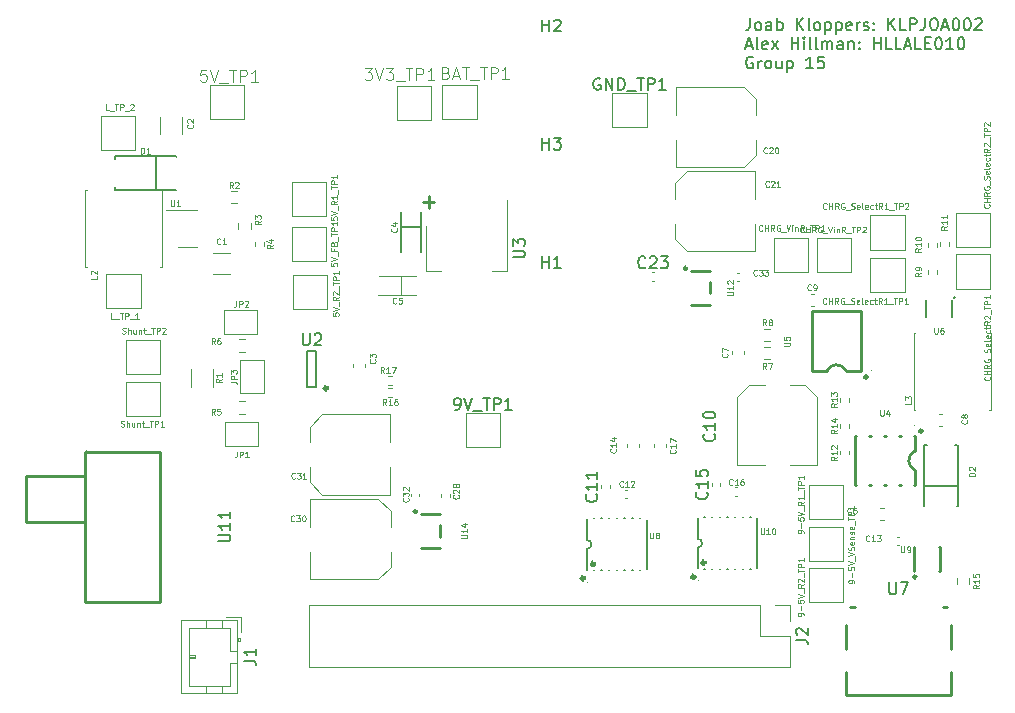
<source format=gbr>
%TF.GenerationSoftware,KiCad,Pcbnew,7.0.1*%
%TF.CreationDate,2025-03-27T18:28:45+02:00*%
%TF.ProjectId,EEE3088F_MM_Power_Project,45454533-3038-4384-965f-4d4d5f506f77,rev?*%
%TF.SameCoordinates,Original*%
%TF.FileFunction,Legend,Top*%
%TF.FilePolarity,Positive*%
%FSLAX46Y46*%
G04 Gerber Fmt 4.6, Leading zero omitted, Abs format (unit mm)*
G04 Created by KiCad (PCBNEW 7.0.1) date 2025-03-27 18:28:45*
%MOMM*%
%LPD*%
G01*
G04 APERTURE LIST*
%ADD10C,0.200000*%
%ADD11C,0.125000*%
%ADD12C,0.150000*%
%ADD13C,0.062500*%
%ADD14C,0.120000*%
%ADD15C,0.254000*%
%ADD16C,0.059995*%
%ADD17C,0.152400*%
%ADD18C,0.151994*%
%ADD19C,0.300000*%
%ADD20C,0.080010*%
%ADD21C,0.150013*%
G04 APERTURE END LIST*
D10*
X156479809Y-95205619D02*
X156479809Y-95919904D01*
X156479809Y-95919904D02*
X156432190Y-96062761D01*
X156432190Y-96062761D02*
X156336952Y-96158000D01*
X156336952Y-96158000D02*
X156194095Y-96205619D01*
X156194095Y-96205619D02*
X156098857Y-96205619D01*
X157098857Y-96205619D02*
X157003619Y-96158000D01*
X157003619Y-96158000D02*
X156956000Y-96110380D01*
X156956000Y-96110380D02*
X156908381Y-96015142D01*
X156908381Y-96015142D02*
X156908381Y-95729428D01*
X156908381Y-95729428D02*
X156956000Y-95634190D01*
X156956000Y-95634190D02*
X157003619Y-95586571D01*
X157003619Y-95586571D02*
X157098857Y-95538952D01*
X157098857Y-95538952D02*
X157241714Y-95538952D01*
X157241714Y-95538952D02*
X157336952Y-95586571D01*
X157336952Y-95586571D02*
X157384571Y-95634190D01*
X157384571Y-95634190D02*
X157432190Y-95729428D01*
X157432190Y-95729428D02*
X157432190Y-96015142D01*
X157432190Y-96015142D02*
X157384571Y-96110380D01*
X157384571Y-96110380D02*
X157336952Y-96158000D01*
X157336952Y-96158000D02*
X157241714Y-96205619D01*
X157241714Y-96205619D02*
X157098857Y-96205619D01*
X158289333Y-96205619D02*
X158289333Y-95681809D01*
X158289333Y-95681809D02*
X158241714Y-95586571D01*
X158241714Y-95586571D02*
X158146476Y-95538952D01*
X158146476Y-95538952D02*
X157956000Y-95538952D01*
X157956000Y-95538952D02*
X157860762Y-95586571D01*
X158289333Y-96158000D02*
X158194095Y-96205619D01*
X158194095Y-96205619D02*
X157956000Y-96205619D01*
X157956000Y-96205619D02*
X157860762Y-96158000D01*
X157860762Y-96158000D02*
X157813143Y-96062761D01*
X157813143Y-96062761D02*
X157813143Y-95967523D01*
X157813143Y-95967523D02*
X157860762Y-95872285D01*
X157860762Y-95872285D02*
X157956000Y-95824666D01*
X157956000Y-95824666D02*
X158194095Y-95824666D01*
X158194095Y-95824666D02*
X158289333Y-95777047D01*
X158765524Y-96205619D02*
X158765524Y-95205619D01*
X158765524Y-95586571D02*
X158860762Y-95538952D01*
X158860762Y-95538952D02*
X159051238Y-95538952D01*
X159051238Y-95538952D02*
X159146476Y-95586571D01*
X159146476Y-95586571D02*
X159194095Y-95634190D01*
X159194095Y-95634190D02*
X159241714Y-95729428D01*
X159241714Y-95729428D02*
X159241714Y-96015142D01*
X159241714Y-96015142D02*
X159194095Y-96110380D01*
X159194095Y-96110380D02*
X159146476Y-96158000D01*
X159146476Y-96158000D02*
X159051238Y-96205619D01*
X159051238Y-96205619D02*
X158860762Y-96205619D01*
X158860762Y-96205619D02*
X158765524Y-96158000D01*
X160432191Y-96205619D02*
X160432191Y-95205619D01*
X161003619Y-96205619D02*
X160575048Y-95634190D01*
X161003619Y-95205619D02*
X160432191Y-95777047D01*
X161575048Y-96205619D02*
X161479810Y-96158000D01*
X161479810Y-96158000D02*
X161432191Y-96062761D01*
X161432191Y-96062761D02*
X161432191Y-95205619D01*
X162098858Y-96205619D02*
X162003620Y-96158000D01*
X162003620Y-96158000D02*
X161956001Y-96110380D01*
X161956001Y-96110380D02*
X161908382Y-96015142D01*
X161908382Y-96015142D02*
X161908382Y-95729428D01*
X161908382Y-95729428D02*
X161956001Y-95634190D01*
X161956001Y-95634190D02*
X162003620Y-95586571D01*
X162003620Y-95586571D02*
X162098858Y-95538952D01*
X162098858Y-95538952D02*
X162241715Y-95538952D01*
X162241715Y-95538952D02*
X162336953Y-95586571D01*
X162336953Y-95586571D02*
X162384572Y-95634190D01*
X162384572Y-95634190D02*
X162432191Y-95729428D01*
X162432191Y-95729428D02*
X162432191Y-96015142D01*
X162432191Y-96015142D02*
X162384572Y-96110380D01*
X162384572Y-96110380D02*
X162336953Y-96158000D01*
X162336953Y-96158000D02*
X162241715Y-96205619D01*
X162241715Y-96205619D02*
X162098858Y-96205619D01*
X162860763Y-95538952D02*
X162860763Y-96538952D01*
X162860763Y-95586571D02*
X162956001Y-95538952D01*
X162956001Y-95538952D02*
X163146477Y-95538952D01*
X163146477Y-95538952D02*
X163241715Y-95586571D01*
X163241715Y-95586571D02*
X163289334Y-95634190D01*
X163289334Y-95634190D02*
X163336953Y-95729428D01*
X163336953Y-95729428D02*
X163336953Y-96015142D01*
X163336953Y-96015142D02*
X163289334Y-96110380D01*
X163289334Y-96110380D02*
X163241715Y-96158000D01*
X163241715Y-96158000D02*
X163146477Y-96205619D01*
X163146477Y-96205619D02*
X162956001Y-96205619D01*
X162956001Y-96205619D02*
X162860763Y-96158000D01*
X163765525Y-95538952D02*
X163765525Y-96538952D01*
X163765525Y-95586571D02*
X163860763Y-95538952D01*
X163860763Y-95538952D02*
X164051239Y-95538952D01*
X164051239Y-95538952D02*
X164146477Y-95586571D01*
X164146477Y-95586571D02*
X164194096Y-95634190D01*
X164194096Y-95634190D02*
X164241715Y-95729428D01*
X164241715Y-95729428D02*
X164241715Y-96015142D01*
X164241715Y-96015142D02*
X164194096Y-96110380D01*
X164194096Y-96110380D02*
X164146477Y-96158000D01*
X164146477Y-96158000D02*
X164051239Y-96205619D01*
X164051239Y-96205619D02*
X163860763Y-96205619D01*
X163860763Y-96205619D02*
X163765525Y-96158000D01*
X165051239Y-96158000D02*
X164956001Y-96205619D01*
X164956001Y-96205619D02*
X164765525Y-96205619D01*
X164765525Y-96205619D02*
X164670287Y-96158000D01*
X164670287Y-96158000D02*
X164622668Y-96062761D01*
X164622668Y-96062761D02*
X164622668Y-95681809D01*
X164622668Y-95681809D02*
X164670287Y-95586571D01*
X164670287Y-95586571D02*
X164765525Y-95538952D01*
X164765525Y-95538952D02*
X164956001Y-95538952D01*
X164956001Y-95538952D02*
X165051239Y-95586571D01*
X165051239Y-95586571D02*
X165098858Y-95681809D01*
X165098858Y-95681809D02*
X165098858Y-95777047D01*
X165098858Y-95777047D02*
X164622668Y-95872285D01*
X165527430Y-96205619D02*
X165527430Y-95538952D01*
X165527430Y-95729428D02*
X165575049Y-95634190D01*
X165575049Y-95634190D02*
X165622668Y-95586571D01*
X165622668Y-95586571D02*
X165717906Y-95538952D01*
X165717906Y-95538952D02*
X165813144Y-95538952D01*
X166098859Y-96158000D02*
X166194097Y-96205619D01*
X166194097Y-96205619D02*
X166384573Y-96205619D01*
X166384573Y-96205619D02*
X166479811Y-96158000D01*
X166479811Y-96158000D02*
X166527430Y-96062761D01*
X166527430Y-96062761D02*
X166527430Y-96015142D01*
X166527430Y-96015142D02*
X166479811Y-95919904D01*
X166479811Y-95919904D02*
X166384573Y-95872285D01*
X166384573Y-95872285D02*
X166241716Y-95872285D01*
X166241716Y-95872285D02*
X166146478Y-95824666D01*
X166146478Y-95824666D02*
X166098859Y-95729428D01*
X166098859Y-95729428D02*
X166098859Y-95681809D01*
X166098859Y-95681809D02*
X166146478Y-95586571D01*
X166146478Y-95586571D02*
X166241716Y-95538952D01*
X166241716Y-95538952D02*
X166384573Y-95538952D01*
X166384573Y-95538952D02*
X166479811Y-95586571D01*
X166956002Y-96110380D02*
X167003621Y-96158000D01*
X167003621Y-96158000D02*
X166956002Y-96205619D01*
X166956002Y-96205619D02*
X166908383Y-96158000D01*
X166908383Y-96158000D02*
X166956002Y-96110380D01*
X166956002Y-96110380D02*
X166956002Y-96205619D01*
X166956002Y-95586571D02*
X167003621Y-95634190D01*
X167003621Y-95634190D02*
X166956002Y-95681809D01*
X166956002Y-95681809D02*
X166908383Y-95634190D01*
X166908383Y-95634190D02*
X166956002Y-95586571D01*
X166956002Y-95586571D02*
X166956002Y-95681809D01*
X168194097Y-96205619D02*
X168194097Y-95205619D01*
X168765525Y-96205619D02*
X168336954Y-95634190D01*
X168765525Y-95205619D02*
X168194097Y-95777047D01*
X169670287Y-96205619D02*
X169194097Y-96205619D01*
X169194097Y-96205619D02*
X169194097Y-95205619D01*
X170003621Y-96205619D02*
X170003621Y-95205619D01*
X170003621Y-95205619D02*
X170384573Y-95205619D01*
X170384573Y-95205619D02*
X170479811Y-95253238D01*
X170479811Y-95253238D02*
X170527430Y-95300857D01*
X170527430Y-95300857D02*
X170575049Y-95396095D01*
X170575049Y-95396095D02*
X170575049Y-95538952D01*
X170575049Y-95538952D02*
X170527430Y-95634190D01*
X170527430Y-95634190D02*
X170479811Y-95681809D01*
X170479811Y-95681809D02*
X170384573Y-95729428D01*
X170384573Y-95729428D02*
X170003621Y-95729428D01*
X171289335Y-95205619D02*
X171289335Y-95919904D01*
X171289335Y-95919904D02*
X171241716Y-96062761D01*
X171241716Y-96062761D02*
X171146478Y-96158000D01*
X171146478Y-96158000D02*
X171003621Y-96205619D01*
X171003621Y-96205619D02*
X170908383Y-96205619D01*
X171956002Y-95205619D02*
X172146478Y-95205619D01*
X172146478Y-95205619D02*
X172241716Y-95253238D01*
X172241716Y-95253238D02*
X172336954Y-95348476D01*
X172336954Y-95348476D02*
X172384573Y-95538952D01*
X172384573Y-95538952D02*
X172384573Y-95872285D01*
X172384573Y-95872285D02*
X172336954Y-96062761D01*
X172336954Y-96062761D02*
X172241716Y-96158000D01*
X172241716Y-96158000D02*
X172146478Y-96205619D01*
X172146478Y-96205619D02*
X171956002Y-96205619D01*
X171956002Y-96205619D02*
X171860764Y-96158000D01*
X171860764Y-96158000D02*
X171765526Y-96062761D01*
X171765526Y-96062761D02*
X171717907Y-95872285D01*
X171717907Y-95872285D02*
X171717907Y-95538952D01*
X171717907Y-95538952D02*
X171765526Y-95348476D01*
X171765526Y-95348476D02*
X171860764Y-95253238D01*
X171860764Y-95253238D02*
X171956002Y-95205619D01*
X172765526Y-95919904D02*
X173241716Y-95919904D01*
X172670288Y-96205619D02*
X173003621Y-95205619D01*
X173003621Y-95205619D02*
X173336954Y-96205619D01*
X173860764Y-95205619D02*
X173956002Y-95205619D01*
X173956002Y-95205619D02*
X174051240Y-95253238D01*
X174051240Y-95253238D02*
X174098859Y-95300857D01*
X174098859Y-95300857D02*
X174146478Y-95396095D01*
X174146478Y-95396095D02*
X174194097Y-95586571D01*
X174194097Y-95586571D02*
X174194097Y-95824666D01*
X174194097Y-95824666D02*
X174146478Y-96015142D01*
X174146478Y-96015142D02*
X174098859Y-96110380D01*
X174098859Y-96110380D02*
X174051240Y-96158000D01*
X174051240Y-96158000D02*
X173956002Y-96205619D01*
X173956002Y-96205619D02*
X173860764Y-96205619D01*
X173860764Y-96205619D02*
X173765526Y-96158000D01*
X173765526Y-96158000D02*
X173717907Y-96110380D01*
X173717907Y-96110380D02*
X173670288Y-96015142D01*
X173670288Y-96015142D02*
X173622669Y-95824666D01*
X173622669Y-95824666D02*
X173622669Y-95586571D01*
X173622669Y-95586571D02*
X173670288Y-95396095D01*
X173670288Y-95396095D02*
X173717907Y-95300857D01*
X173717907Y-95300857D02*
X173765526Y-95253238D01*
X173765526Y-95253238D02*
X173860764Y-95205619D01*
X174813145Y-95205619D02*
X174908383Y-95205619D01*
X174908383Y-95205619D02*
X175003621Y-95253238D01*
X175003621Y-95253238D02*
X175051240Y-95300857D01*
X175051240Y-95300857D02*
X175098859Y-95396095D01*
X175098859Y-95396095D02*
X175146478Y-95586571D01*
X175146478Y-95586571D02*
X175146478Y-95824666D01*
X175146478Y-95824666D02*
X175098859Y-96015142D01*
X175098859Y-96015142D02*
X175051240Y-96110380D01*
X175051240Y-96110380D02*
X175003621Y-96158000D01*
X175003621Y-96158000D02*
X174908383Y-96205619D01*
X174908383Y-96205619D02*
X174813145Y-96205619D01*
X174813145Y-96205619D02*
X174717907Y-96158000D01*
X174717907Y-96158000D02*
X174670288Y-96110380D01*
X174670288Y-96110380D02*
X174622669Y-96015142D01*
X174622669Y-96015142D02*
X174575050Y-95824666D01*
X174575050Y-95824666D02*
X174575050Y-95586571D01*
X174575050Y-95586571D02*
X174622669Y-95396095D01*
X174622669Y-95396095D02*
X174670288Y-95300857D01*
X174670288Y-95300857D02*
X174717907Y-95253238D01*
X174717907Y-95253238D02*
X174813145Y-95205619D01*
X175527431Y-95300857D02*
X175575050Y-95253238D01*
X175575050Y-95253238D02*
X175670288Y-95205619D01*
X175670288Y-95205619D02*
X175908383Y-95205619D01*
X175908383Y-95205619D02*
X176003621Y-95253238D01*
X176003621Y-95253238D02*
X176051240Y-95300857D01*
X176051240Y-95300857D02*
X176098859Y-95396095D01*
X176098859Y-95396095D02*
X176098859Y-95491333D01*
X176098859Y-95491333D02*
X176051240Y-95634190D01*
X176051240Y-95634190D02*
X175479812Y-96205619D01*
X175479812Y-96205619D02*
X176098859Y-96205619D01*
X156146476Y-97539904D02*
X156622666Y-97539904D01*
X156051238Y-97825619D02*
X156384571Y-96825619D01*
X156384571Y-96825619D02*
X156717904Y-97825619D01*
X157194095Y-97825619D02*
X157098857Y-97778000D01*
X157098857Y-97778000D02*
X157051238Y-97682761D01*
X157051238Y-97682761D02*
X157051238Y-96825619D01*
X157956000Y-97778000D02*
X157860762Y-97825619D01*
X157860762Y-97825619D02*
X157670286Y-97825619D01*
X157670286Y-97825619D02*
X157575048Y-97778000D01*
X157575048Y-97778000D02*
X157527429Y-97682761D01*
X157527429Y-97682761D02*
X157527429Y-97301809D01*
X157527429Y-97301809D02*
X157575048Y-97206571D01*
X157575048Y-97206571D02*
X157670286Y-97158952D01*
X157670286Y-97158952D02*
X157860762Y-97158952D01*
X157860762Y-97158952D02*
X157956000Y-97206571D01*
X157956000Y-97206571D02*
X158003619Y-97301809D01*
X158003619Y-97301809D02*
X158003619Y-97397047D01*
X158003619Y-97397047D02*
X157527429Y-97492285D01*
X158336953Y-97825619D02*
X158860762Y-97158952D01*
X158336953Y-97158952D02*
X158860762Y-97825619D01*
X160003620Y-97825619D02*
X160003620Y-96825619D01*
X160003620Y-97301809D02*
X160575048Y-97301809D01*
X160575048Y-97825619D02*
X160575048Y-96825619D01*
X161051239Y-97825619D02*
X161051239Y-97158952D01*
X161051239Y-96825619D02*
X161003620Y-96873238D01*
X161003620Y-96873238D02*
X161051239Y-96920857D01*
X161051239Y-96920857D02*
X161098858Y-96873238D01*
X161098858Y-96873238D02*
X161051239Y-96825619D01*
X161051239Y-96825619D02*
X161051239Y-96920857D01*
X161670286Y-97825619D02*
X161575048Y-97778000D01*
X161575048Y-97778000D02*
X161527429Y-97682761D01*
X161527429Y-97682761D02*
X161527429Y-96825619D01*
X162194096Y-97825619D02*
X162098858Y-97778000D01*
X162098858Y-97778000D02*
X162051239Y-97682761D01*
X162051239Y-97682761D02*
X162051239Y-96825619D01*
X162575049Y-97825619D02*
X162575049Y-97158952D01*
X162575049Y-97254190D02*
X162622668Y-97206571D01*
X162622668Y-97206571D02*
X162717906Y-97158952D01*
X162717906Y-97158952D02*
X162860763Y-97158952D01*
X162860763Y-97158952D02*
X162956001Y-97206571D01*
X162956001Y-97206571D02*
X163003620Y-97301809D01*
X163003620Y-97301809D02*
X163003620Y-97825619D01*
X163003620Y-97301809D02*
X163051239Y-97206571D01*
X163051239Y-97206571D02*
X163146477Y-97158952D01*
X163146477Y-97158952D02*
X163289334Y-97158952D01*
X163289334Y-97158952D02*
X163384573Y-97206571D01*
X163384573Y-97206571D02*
X163432192Y-97301809D01*
X163432192Y-97301809D02*
X163432192Y-97825619D01*
X164336953Y-97825619D02*
X164336953Y-97301809D01*
X164336953Y-97301809D02*
X164289334Y-97206571D01*
X164289334Y-97206571D02*
X164194096Y-97158952D01*
X164194096Y-97158952D02*
X164003620Y-97158952D01*
X164003620Y-97158952D02*
X163908382Y-97206571D01*
X164336953Y-97778000D02*
X164241715Y-97825619D01*
X164241715Y-97825619D02*
X164003620Y-97825619D01*
X164003620Y-97825619D02*
X163908382Y-97778000D01*
X163908382Y-97778000D02*
X163860763Y-97682761D01*
X163860763Y-97682761D02*
X163860763Y-97587523D01*
X163860763Y-97587523D02*
X163908382Y-97492285D01*
X163908382Y-97492285D02*
X164003620Y-97444666D01*
X164003620Y-97444666D02*
X164241715Y-97444666D01*
X164241715Y-97444666D02*
X164336953Y-97397047D01*
X164813144Y-97158952D02*
X164813144Y-97825619D01*
X164813144Y-97254190D02*
X164860763Y-97206571D01*
X164860763Y-97206571D02*
X164956001Y-97158952D01*
X164956001Y-97158952D02*
X165098858Y-97158952D01*
X165098858Y-97158952D02*
X165194096Y-97206571D01*
X165194096Y-97206571D02*
X165241715Y-97301809D01*
X165241715Y-97301809D02*
X165241715Y-97825619D01*
X165717906Y-97730380D02*
X165765525Y-97778000D01*
X165765525Y-97778000D02*
X165717906Y-97825619D01*
X165717906Y-97825619D02*
X165670287Y-97778000D01*
X165670287Y-97778000D02*
X165717906Y-97730380D01*
X165717906Y-97730380D02*
X165717906Y-97825619D01*
X165717906Y-97206571D02*
X165765525Y-97254190D01*
X165765525Y-97254190D02*
X165717906Y-97301809D01*
X165717906Y-97301809D02*
X165670287Y-97254190D01*
X165670287Y-97254190D02*
X165717906Y-97206571D01*
X165717906Y-97206571D02*
X165717906Y-97301809D01*
X166956001Y-97825619D02*
X166956001Y-96825619D01*
X166956001Y-97301809D02*
X167527429Y-97301809D01*
X167527429Y-97825619D02*
X167527429Y-96825619D01*
X168479810Y-97825619D02*
X168003620Y-97825619D01*
X168003620Y-97825619D02*
X168003620Y-96825619D01*
X169289334Y-97825619D02*
X168813144Y-97825619D01*
X168813144Y-97825619D02*
X168813144Y-96825619D01*
X169575049Y-97539904D02*
X170051239Y-97539904D01*
X169479811Y-97825619D02*
X169813144Y-96825619D01*
X169813144Y-96825619D02*
X170146477Y-97825619D01*
X170956001Y-97825619D02*
X170479811Y-97825619D01*
X170479811Y-97825619D02*
X170479811Y-96825619D01*
X171289335Y-97301809D02*
X171622668Y-97301809D01*
X171765525Y-97825619D02*
X171289335Y-97825619D01*
X171289335Y-97825619D02*
X171289335Y-96825619D01*
X171289335Y-96825619D02*
X171765525Y-96825619D01*
X172384573Y-96825619D02*
X172479811Y-96825619D01*
X172479811Y-96825619D02*
X172575049Y-96873238D01*
X172575049Y-96873238D02*
X172622668Y-96920857D01*
X172622668Y-96920857D02*
X172670287Y-97016095D01*
X172670287Y-97016095D02*
X172717906Y-97206571D01*
X172717906Y-97206571D02*
X172717906Y-97444666D01*
X172717906Y-97444666D02*
X172670287Y-97635142D01*
X172670287Y-97635142D02*
X172622668Y-97730380D01*
X172622668Y-97730380D02*
X172575049Y-97778000D01*
X172575049Y-97778000D02*
X172479811Y-97825619D01*
X172479811Y-97825619D02*
X172384573Y-97825619D01*
X172384573Y-97825619D02*
X172289335Y-97778000D01*
X172289335Y-97778000D02*
X172241716Y-97730380D01*
X172241716Y-97730380D02*
X172194097Y-97635142D01*
X172194097Y-97635142D02*
X172146478Y-97444666D01*
X172146478Y-97444666D02*
X172146478Y-97206571D01*
X172146478Y-97206571D02*
X172194097Y-97016095D01*
X172194097Y-97016095D02*
X172241716Y-96920857D01*
X172241716Y-96920857D02*
X172289335Y-96873238D01*
X172289335Y-96873238D02*
X172384573Y-96825619D01*
X173670287Y-97825619D02*
X173098859Y-97825619D01*
X173384573Y-97825619D02*
X173384573Y-96825619D01*
X173384573Y-96825619D02*
X173289335Y-96968476D01*
X173289335Y-96968476D02*
X173194097Y-97063714D01*
X173194097Y-97063714D02*
X173098859Y-97111333D01*
X174289335Y-96825619D02*
X174384573Y-96825619D01*
X174384573Y-96825619D02*
X174479811Y-96873238D01*
X174479811Y-96873238D02*
X174527430Y-96920857D01*
X174527430Y-96920857D02*
X174575049Y-97016095D01*
X174575049Y-97016095D02*
X174622668Y-97206571D01*
X174622668Y-97206571D02*
X174622668Y-97444666D01*
X174622668Y-97444666D02*
X174575049Y-97635142D01*
X174575049Y-97635142D02*
X174527430Y-97730380D01*
X174527430Y-97730380D02*
X174479811Y-97778000D01*
X174479811Y-97778000D02*
X174384573Y-97825619D01*
X174384573Y-97825619D02*
X174289335Y-97825619D01*
X174289335Y-97825619D02*
X174194097Y-97778000D01*
X174194097Y-97778000D02*
X174146478Y-97730380D01*
X174146478Y-97730380D02*
X174098859Y-97635142D01*
X174098859Y-97635142D02*
X174051240Y-97444666D01*
X174051240Y-97444666D02*
X174051240Y-97206571D01*
X174051240Y-97206571D02*
X174098859Y-97016095D01*
X174098859Y-97016095D02*
X174146478Y-96920857D01*
X174146478Y-96920857D02*
X174194097Y-96873238D01*
X174194097Y-96873238D02*
X174289335Y-96825619D01*
X156717904Y-98493238D02*
X156622666Y-98445619D01*
X156622666Y-98445619D02*
X156479809Y-98445619D01*
X156479809Y-98445619D02*
X156336952Y-98493238D01*
X156336952Y-98493238D02*
X156241714Y-98588476D01*
X156241714Y-98588476D02*
X156194095Y-98683714D01*
X156194095Y-98683714D02*
X156146476Y-98874190D01*
X156146476Y-98874190D02*
X156146476Y-99017047D01*
X156146476Y-99017047D02*
X156194095Y-99207523D01*
X156194095Y-99207523D02*
X156241714Y-99302761D01*
X156241714Y-99302761D02*
X156336952Y-99398000D01*
X156336952Y-99398000D02*
X156479809Y-99445619D01*
X156479809Y-99445619D02*
X156575047Y-99445619D01*
X156575047Y-99445619D02*
X156717904Y-99398000D01*
X156717904Y-99398000D02*
X156765523Y-99350380D01*
X156765523Y-99350380D02*
X156765523Y-99017047D01*
X156765523Y-99017047D02*
X156575047Y-99017047D01*
X157194095Y-99445619D02*
X157194095Y-98778952D01*
X157194095Y-98969428D02*
X157241714Y-98874190D01*
X157241714Y-98874190D02*
X157289333Y-98826571D01*
X157289333Y-98826571D02*
X157384571Y-98778952D01*
X157384571Y-98778952D02*
X157479809Y-98778952D01*
X157956000Y-99445619D02*
X157860762Y-99398000D01*
X157860762Y-99398000D02*
X157813143Y-99350380D01*
X157813143Y-99350380D02*
X157765524Y-99255142D01*
X157765524Y-99255142D02*
X157765524Y-98969428D01*
X157765524Y-98969428D02*
X157813143Y-98874190D01*
X157813143Y-98874190D02*
X157860762Y-98826571D01*
X157860762Y-98826571D02*
X157956000Y-98778952D01*
X157956000Y-98778952D02*
X158098857Y-98778952D01*
X158098857Y-98778952D02*
X158194095Y-98826571D01*
X158194095Y-98826571D02*
X158241714Y-98874190D01*
X158241714Y-98874190D02*
X158289333Y-98969428D01*
X158289333Y-98969428D02*
X158289333Y-99255142D01*
X158289333Y-99255142D02*
X158241714Y-99350380D01*
X158241714Y-99350380D02*
X158194095Y-99398000D01*
X158194095Y-99398000D02*
X158098857Y-99445619D01*
X158098857Y-99445619D02*
X157956000Y-99445619D01*
X159146476Y-98778952D02*
X159146476Y-99445619D01*
X158717905Y-98778952D02*
X158717905Y-99302761D01*
X158717905Y-99302761D02*
X158765524Y-99398000D01*
X158765524Y-99398000D02*
X158860762Y-99445619D01*
X158860762Y-99445619D02*
X159003619Y-99445619D01*
X159003619Y-99445619D02*
X159098857Y-99398000D01*
X159098857Y-99398000D02*
X159146476Y-99350380D01*
X159622667Y-98778952D02*
X159622667Y-99778952D01*
X159622667Y-98826571D02*
X159717905Y-98778952D01*
X159717905Y-98778952D02*
X159908381Y-98778952D01*
X159908381Y-98778952D02*
X160003619Y-98826571D01*
X160003619Y-98826571D02*
X160051238Y-98874190D01*
X160051238Y-98874190D02*
X160098857Y-98969428D01*
X160098857Y-98969428D02*
X160098857Y-99255142D01*
X160098857Y-99255142D02*
X160051238Y-99350380D01*
X160051238Y-99350380D02*
X160003619Y-99398000D01*
X160003619Y-99398000D02*
X159908381Y-99445619D01*
X159908381Y-99445619D02*
X159717905Y-99445619D01*
X159717905Y-99445619D02*
X159622667Y-99398000D01*
X161813143Y-99445619D02*
X161241715Y-99445619D01*
X161527429Y-99445619D02*
X161527429Y-98445619D01*
X161527429Y-98445619D02*
X161432191Y-98588476D01*
X161432191Y-98588476D02*
X161336953Y-98683714D01*
X161336953Y-98683714D02*
X161241715Y-98731333D01*
X162717905Y-98445619D02*
X162241715Y-98445619D01*
X162241715Y-98445619D02*
X162194096Y-98921809D01*
X162194096Y-98921809D02*
X162241715Y-98874190D01*
X162241715Y-98874190D02*
X162336953Y-98826571D01*
X162336953Y-98826571D02*
X162575048Y-98826571D01*
X162575048Y-98826571D02*
X162670286Y-98874190D01*
X162670286Y-98874190D02*
X162717905Y-98921809D01*
X162717905Y-98921809D02*
X162765524Y-99017047D01*
X162765524Y-99017047D02*
X162765524Y-99255142D01*
X162765524Y-99255142D02*
X162717905Y-99350380D01*
X162717905Y-99350380D02*
X162670286Y-99398000D01*
X162670286Y-99398000D02*
X162575048Y-99445619D01*
X162575048Y-99445619D02*
X162336953Y-99445619D01*
X162336953Y-99445619D02*
X162241715Y-99398000D01*
X162241715Y-99398000D02*
X162194096Y-99350380D01*
D11*
%TO.C,C31*%
X117940971Y-134143290D02*
X117917162Y-134167100D01*
X117917162Y-134167100D02*
X117845733Y-134190909D01*
X117845733Y-134190909D02*
X117798114Y-134190909D01*
X117798114Y-134190909D02*
X117726686Y-134167100D01*
X117726686Y-134167100D02*
X117679067Y-134119480D01*
X117679067Y-134119480D02*
X117655257Y-134071861D01*
X117655257Y-134071861D02*
X117631448Y-133976623D01*
X117631448Y-133976623D02*
X117631448Y-133905195D01*
X117631448Y-133905195D02*
X117655257Y-133809957D01*
X117655257Y-133809957D02*
X117679067Y-133762338D01*
X117679067Y-133762338D02*
X117726686Y-133714719D01*
X117726686Y-133714719D02*
X117798114Y-133690909D01*
X117798114Y-133690909D02*
X117845733Y-133690909D01*
X117845733Y-133690909D02*
X117917162Y-133714719D01*
X117917162Y-133714719D02*
X117940971Y-133738528D01*
X118107638Y-133690909D02*
X118417162Y-133690909D01*
X118417162Y-133690909D02*
X118250495Y-133881385D01*
X118250495Y-133881385D02*
X118321924Y-133881385D01*
X118321924Y-133881385D02*
X118369543Y-133905195D01*
X118369543Y-133905195D02*
X118393352Y-133929004D01*
X118393352Y-133929004D02*
X118417162Y-133976623D01*
X118417162Y-133976623D02*
X118417162Y-134095671D01*
X118417162Y-134095671D02*
X118393352Y-134143290D01*
X118393352Y-134143290D02*
X118369543Y-134167100D01*
X118369543Y-134167100D02*
X118321924Y-134190909D01*
X118321924Y-134190909D02*
X118179067Y-134190909D01*
X118179067Y-134190909D02*
X118131448Y-134167100D01*
X118131448Y-134167100D02*
X118107638Y-134143290D01*
X118893352Y-134190909D02*
X118607638Y-134190909D01*
X118750495Y-134190909D02*
X118750495Y-133690909D01*
X118750495Y-133690909D02*
X118702876Y-133762338D01*
X118702876Y-133762338D02*
X118655257Y-133809957D01*
X118655257Y-133809957D02*
X118607638Y-133833766D01*
%TO.C,5V_R1_TP1*%
X121016309Y-112005855D02*
X121016309Y-112243950D01*
X121016309Y-112243950D02*
X121254404Y-112267759D01*
X121254404Y-112267759D02*
X121230595Y-112243950D01*
X121230595Y-112243950D02*
X121206785Y-112196331D01*
X121206785Y-112196331D02*
X121206785Y-112077283D01*
X121206785Y-112077283D02*
X121230595Y-112029664D01*
X121230595Y-112029664D02*
X121254404Y-112005855D01*
X121254404Y-112005855D02*
X121302023Y-111982045D01*
X121302023Y-111982045D02*
X121421071Y-111982045D01*
X121421071Y-111982045D02*
X121468690Y-112005855D01*
X121468690Y-112005855D02*
X121492500Y-112029664D01*
X121492500Y-112029664D02*
X121516309Y-112077283D01*
X121516309Y-112077283D02*
X121516309Y-112196331D01*
X121516309Y-112196331D02*
X121492500Y-112243950D01*
X121492500Y-112243950D02*
X121468690Y-112267759D01*
X121016309Y-111839188D02*
X121516309Y-111672522D01*
X121516309Y-111672522D02*
X121016309Y-111505855D01*
X121563928Y-111458237D02*
X121563928Y-111077284D01*
X121516309Y-110672523D02*
X121278214Y-110839189D01*
X121516309Y-110958237D02*
X121016309Y-110958237D01*
X121016309Y-110958237D02*
X121016309Y-110767761D01*
X121016309Y-110767761D02*
X121040119Y-110720142D01*
X121040119Y-110720142D02*
X121063928Y-110696332D01*
X121063928Y-110696332D02*
X121111547Y-110672523D01*
X121111547Y-110672523D02*
X121182976Y-110672523D01*
X121182976Y-110672523D02*
X121230595Y-110696332D01*
X121230595Y-110696332D02*
X121254404Y-110720142D01*
X121254404Y-110720142D02*
X121278214Y-110767761D01*
X121278214Y-110767761D02*
X121278214Y-110958237D01*
X121516309Y-110196332D02*
X121516309Y-110482046D01*
X121516309Y-110339189D02*
X121016309Y-110339189D01*
X121016309Y-110339189D02*
X121087738Y-110386808D01*
X121087738Y-110386808D02*
X121135357Y-110434427D01*
X121135357Y-110434427D02*
X121159166Y-110482046D01*
X121563928Y-110101095D02*
X121563928Y-109720142D01*
X121016309Y-109672523D02*
X121016309Y-109386809D01*
X121516309Y-109529666D02*
X121016309Y-109529666D01*
X121516309Y-109220143D02*
X121016309Y-109220143D01*
X121016309Y-109220143D02*
X121016309Y-109029667D01*
X121016309Y-109029667D02*
X121040119Y-108982048D01*
X121040119Y-108982048D02*
X121063928Y-108958238D01*
X121063928Y-108958238D02*
X121111547Y-108934429D01*
X121111547Y-108934429D02*
X121182976Y-108934429D01*
X121182976Y-108934429D02*
X121230595Y-108958238D01*
X121230595Y-108958238D02*
X121254404Y-108982048D01*
X121254404Y-108982048D02*
X121278214Y-109029667D01*
X121278214Y-109029667D02*
X121278214Y-109220143D01*
X121516309Y-108458238D02*
X121516309Y-108743952D01*
X121516309Y-108601095D02*
X121016309Y-108601095D01*
X121016309Y-108601095D02*
X121087738Y-108648714D01*
X121087738Y-108648714D02*
X121135357Y-108696333D01*
X121135357Y-108696333D02*
X121159166Y-108743952D01*
D12*
%TO.C,J1*%
X113612619Y-149583333D02*
X114326904Y-149583333D01*
X114326904Y-149583333D02*
X114469761Y-149630952D01*
X114469761Y-149630952D02*
X114565000Y-149726190D01*
X114565000Y-149726190D02*
X114612619Y-149869047D01*
X114612619Y-149869047D02*
X114612619Y-149964285D01*
X114612619Y-148583333D02*
X114612619Y-149154761D01*
X114612619Y-148869047D02*
X113612619Y-148869047D01*
X113612619Y-148869047D02*
X113755476Y-148964285D01*
X113755476Y-148964285D02*
X113850714Y-149059523D01*
X113850714Y-149059523D02*
X113898333Y-149154761D01*
D11*
%TO.C,U4*%
X167513047Y-128382309D02*
X167513047Y-128787071D01*
X167513047Y-128787071D02*
X167536857Y-128834690D01*
X167536857Y-128834690D02*
X167560666Y-128858500D01*
X167560666Y-128858500D02*
X167608285Y-128882309D01*
X167608285Y-128882309D02*
X167703523Y-128882309D01*
X167703523Y-128882309D02*
X167751142Y-128858500D01*
X167751142Y-128858500D02*
X167774952Y-128834690D01*
X167774952Y-128834690D02*
X167798761Y-128787071D01*
X167798761Y-128787071D02*
X167798761Y-128382309D01*
X168251143Y-128548976D02*
X168251143Y-128882309D01*
X168132095Y-128358500D02*
X168013048Y-128715642D01*
X168013048Y-128715642D02*
X168322571Y-128715642D01*
D12*
%TO.C,C11*%
X143453980Y-135516857D02*
X143501600Y-135564476D01*
X143501600Y-135564476D02*
X143549219Y-135707333D01*
X143549219Y-135707333D02*
X143549219Y-135802571D01*
X143549219Y-135802571D02*
X143501600Y-135945428D01*
X143501600Y-135945428D02*
X143406361Y-136040666D01*
X143406361Y-136040666D02*
X143311123Y-136088285D01*
X143311123Y-136088285D02*
X143120647Y-136135904D01*
X143120647Y-136135904D02*
X142977790Y-136135904D01*
X142977790Y-136135904D02*
X142787314Y-136088285D01*
X142787314Y-136088285D02*
X142692076Y-136040666D01*
X142692076Y-136040666D02*
X142596838Y-135945428D01*
X142596838Y-135945428D02*
X142549219Y-135802571D01*
X142549219Y-135802571D02*
X142549219Y-135707333D01*
X142549219Y-135707333D02*
X142596838Y-135564476D01*
X142596838Y-135564476D02*
X142644457Y-135516857D01*
X143549219Y-134564476D02*
X143549219Y-135135904D01*
X143549219Y-134850190D02*
X142549219Y-134850190D01*
X142549219Y-134850190D02*
X142692076Y-134945428D01*
X142692076Y-134945428D02*
X142787314Y-135040666D01*
X142787314Y-135040666D02*
X142834933Y-135135904D01*
X143549219Y-133612095D02*
X143549219Y-134183523D01*
X143549219Y-133897809D02*
X142549219Y-133897809D01*
X142549219Y-133897809D02*
X142692076Y-133993047D01*
X142692076Y-133993047D02*
X142787314Y-134088285D01*
X142787314Y-134088285D02*
X142834933Y-134183523D01*
D11*
%TO.C,C2*%
X109276690Y-104223333D02*
X109300500Y-104247142D01*
X109300500Y-104247142D02*
X109324309Y-104318571D01*
X109324309Y-104318571D02*
X109324309Y-104366190D01*
X109324309Y-104366190D02*
X109300500Y-104437618D01*
X109300500Y-104437618D02*
X109252880Y-104485237D01*
X109252880Y-104485237D02*
X109205261Y-104509047D01*
X109205261Y-104509047D02*
X109110023Y-104532856D01*
X109110023Y-104532856D02*
X109038595Y-104532856D01*
X109038595Y-104532856D02*
X108943357Y-104509047D01*
X108943357Y-104509047D02*
X108895738Y-104485237D01*
X108895738Y-104485237D02*
X108848119Y-104437618D01*
X108848119Y-104437618D02*
X108824309Y-104366190D01*
X108824309Y-104366190D02*
X108824309Y-104318571D01*
X108824309Y-104318571D02*
X108848119Y-104247142D01*
X108848119Y-104247142D02*
X108871928Y-104223333D01*
X108871928Y-104032856D02*
X108848119Y-104009047D01*
X108848119Y-104009047D02*
X108824309Y-103961428D01*
X108824309Y-103961428D02*
X108824309Y-103842380D01*
X108824309Y-103842380D02*
X108848119Y-103794761D01*
X108848119Y-103794761D02*
X108871928Y-103770952D01*
X108871928Y-103770952D02*
X108919547Y-103747142D01*
X108919547Y-103747142D02*
X108967166Y-103747142D01*
X108967166Y-103747142D02*
X109038595Y-103770952D01*
X109038595Y-103770952D02*
X109324309Y-104056666D01*
X109324309Y-104056666D02*
X109324309Y-103747142D01*
%TO.C,L_TP_1*%
X102651038Y-120652709D02*
X102412943Y-120652709D01*
X102412943Y-120652709D02*
X102412943Y-120152709D01*
X102698658Y-120700328D02*
X103079610Y-120700328D01*
X103127229Y-120152709D02*
X103412943Y-120152709D01*
X103270086Y-120652709D02*
X103270086Y-120152709D01*
X103579609Y-120652709D02*
X103579609Y-120152709D01*
X103579609Y-120152709D02*
X103770085Y-120152709D01*
X103770085Y-120152709D02*
X103817704Y-120176519D01*
X103817704Y-120176519D02*
X103841514Y-120200328D01*
X103841514Y-120200328D02*
X103865323Y-120247947D01*
X103865323Y-120247947D02*
X103865323Y-120319376D01*
X103865323Y-120319376D02*
X103841514Y-120366995D01*
X103841514Y-120366995D02*
X103817704Y-120390804D01*
X103817704Y-120390804D02*
X103770085Y-120414614D01*
X103770085Y-120414614D02*
X103579609Y-120414614D01*
X103960562Y-120700328D02*
X104341514Y-120700328D01*
X104722466Y-120652709D02*
X104436752Y-120652709D01*
X104579609Y-120652709D02*
X104579609Y-120152709D01*
X104579609Y-120152709D02*
X104531990Y-120224138D01*
X104531990Y-120224138D02*
X104484371Y-120271757D01*
X104484371Y-120271757D02*
X104436752Y-120295566D01*
%TO.C,U1*%
X107442047Y-110602309D02*
X107442047Y-111007071D01*
X107442047Y-111007071D02*
X107465857Y-111054690D01*
X107465857Y-111054690D02*
X107489666Y-111078500D01*
X107489666Y-111078500D02*
X107537285Y-111102309D01*
X107537285Y-111102309D02*
X107632523Y-111102309D01*
X107632523Y-111102309D02*
X107680142Y-111078500D01*
X107680142Y-111078500D02*
X107703952Y-111054690D01*
X107703952Y-111054690D02*
X107727761Y-111007071D01*
X107727761Y-111007071D02*
X107727761Y-110602309D01*
X108227762Y-111102309D02*
X107942048Y-111102309D01*
X108084905Y-111102309D02*
X108084905Y-110602309D01*
X108084905Y-110602309D02*
X108037286Y-110673738D01*
X108037286Y-110673738D02*
X107989667Y-110721357D01*
X107989667Y-110721357D02*
X107942048Y-110745166D01*
%TO.C,C9*%
X161638466Y-118192090D02*
X161614657Y-118215900D01*
X161614657Y-118215900D02*
X161543228Y-118239709D01*
X161543228Y-118239709D02*
X161495609Y-118239709D01*
X161495609Y-118239709D02*
X161424181Y-118215900D01*
X161424181Y-118215900D02*
X161376562Y-118168280D01*
X161376562Y-118168280D02*
X161352752Y-118120661D01*
X161352752Y-118120661D02*
X161328943Y-118025423D01*
X161328943Y-118025423D02*
X161328943Y-117953995D01*
X161328943Y-117953995D02*
X161352752Y-117858757D01*
X161352752Y-117858757D02*
X161376562Y-117811138D01*
X161376562Y-117811138D02*
X161424181Y-117763519D01*
X161424181Y-117763519D02*
X161495609Y-117739709D01*
X161495609Y-117739709D02*
X161543228Y-117739709D01*
X161543228Y-117739709D02*
X161614657Y-117763519D01*
X161614657Y-117763519D02*
X161638466Y-117787328D01*
X161876562Y-118239709D02*
X161971800Y-118239709D01*
X161971800Y-118239709D02*
X162019419Y-118215900D01*
X162019419Y-118215900D02*
X162043228Y-118192090D01*
X162043228Y-118192090D02*
X162090847Y-118120661D01*
X162090847Y-118120661D02*
X162114657Y-118025423D01*
X162114657Y-118025423D02*
X162114657Y-117834947D01*
X162114657Y-117834947D02*
X162090847Y-117787328D01*
X162090847Y-117787328D02*
X162067038Y-117763519D01*
X162067038Y-117763519D02*
X162019419Y-117739709D01*
X162019419Y-117739709D02*
X161924181Y-117739709D01*
X161924181Y-117739709D02*
X161876562Y-117763519D01*
X161876562Y-117763519D02*
X161852752Y-117787328D01*
X161852752Y-117787328D02*
X161828943Y-117834947D01*
X161828943Y-117834947D02*
X161828943Y-117953995D01*
X161828943Y-117953995D02*
X161852752Y-118001614D01*
X161852752Y-118001614D02*
X161876562Y-118025423D01*
X161876562Y-118025423D02*
X161924181Y-118049233D01*
X161924181Y-118049233D02*
X162019419Y-118049233D01*
X162019419Y-118049233D02*
X162067038Y-118025423D01*
X162067038Y-118025423D02*
X162090847Y-118001614D01*
X162090847Y-118001614D02*
X162114657Y-117953995D01*
%TO.C,C30*%
X117890171Y-137750090D02*
X117866362Y-137773900D01*
X117866362Y-137773900D02*
X117794933Y-137797709D01*
X117794933Y-137797709D02*
X117747314Y-137797709D01*
X117747314Y-137797709D02*
X117675886Y-137773900D01*
X117675886Y-137773900D02*
X117628267Y-137726280D01*
X117628267Y-137726280D02*
X117604457Y-137678661D01*
X117604457Y-137678661D02*
X117580648Y-137583423D01*
X117580648Y-137583423D02*
X117580648Y-137511995D01*
X117580648Y-137511995D02*
X117604457Y-137416757D01*
X117604457Y-137416757D02*
X117628267Y-137369138D01*
X117628267Y-137369138D02*
X117675886Y-137321519D01*
X117675886Y-137321519D02*
X117747314Y-137297709D01*
X117747314Y-137297709D02*
X117794933Y-137297709D01*
X117794933Y-137297709D02*
X117866362Y-137321519D01*
X117866362Y-137321519D02*
X117890171Y-137345328D01*
X118056838Y-137297709D02*
X118366362Y-137297709D01*
X118366362Y-137297709D02*
X118199695Y-137488185D01*
X118199695Y-137488185D02*
X118271124Y-137488185D01*
X118271124Y-137488185D02*
X118318743Y-137511995D01*
X118318743Y-137511995D02*
X118342552Y-137535804D01*
X118342552Y-137535804D02*
X118366362Y-137583423D01*
X118366362Y-137583423D02*
X118366362Y-137702471D01*
X118366362Y-137702471D02*
X118342552Y-137750090D01*
X118342552Y-137750090D02*
X118318743Y-137773900D01*
X118318743Y-137773900D02*
X118271124Y-137797709D01*
X118271124Y-137797709D02*
X118128267Y-137797709D01*
X118128267Y-137797709D02*
X118080648Y-137773900D01*
X118080648Y-137773900D02*
X118056838Y-137750090D01*
X118675885Y-137297709D02*
X118723504Y-137297709D01*
X118723504Y-137297709D02*
X118771123Y-137321519D01*
X118771123Y-137321519D02*
X118794933Y-137345328D01*
X118794933Y-137345328D02*
X118818742Y-137392947D01*
X118818742Y-137392947D02*
X118842552Y-137488185D01*
X118842552Y-137488185D02*
X118842552Y-137607233D01*
X118842552Y-137607233D02*
X118818742Y-137702471D01*
X118818742Y-137702471D02*
X118794933Y-137750090D01*
X118794933Y-137750090D02*
X118771123Y-137773900D01*
X118771123Y-137773900D02*
X118723504Y-137797709D01*
X118723504Y-137797709D02*
X118675885Y-137797709D01*
X118675885Y-137797709D02*
X118628266Y-137773900D01*
X118628266Y-137773900D02*
X118604457Y-137750090D01*
X118604457Y-137750090D02*
X118580647Y-137702471D01*
X118580647Y-137702471D02*
X118556838Y-137607233D01*
X118556838Y-137607233D02*
X118556838Y-137488185D01*
X118556838Y-137488185D02*
X118580647Y-137392947D01*
X118580647Y-137392947D02*
X118604457Y-137345328D01*
X118604457Y-137345328D02*
X118628266Y-137321519D01*
X118628266Y-137321519D02*
X118675885Y-137297709D01*
%TO.C,9-5V_R1_TP1*%
X161013309Y-138777359D02*
X161013309Y-138682121D01*
X161013309Y-138682121D02*
X160989500Y-138634502D01*
X160989500Y-138634502D02*
X160965690Y-138610693D01*
X160965690Y-138610693D02*
X160894261Y-138563074D01*
X160894261Y-138563074D02*
X160799023Y-138539264D01*
X160799023Y-138539264D02*
X160608547Y-138539264D01*
X160608547Y-138539264D02*
X160560928Y-138563074D01*
X160560928Y-138563074D02*
X160537119Y-138586883D01*
X160537119Y-138586883D02*
X160513309Y-138634502D01*
X160513309Y-138634502D02*
X160513309Y-138729740D01*
X160513309Y-138729740D02*
X160537119Y-138777359D01*
X160537119Y-138777359D02*
X160560928Y-138801169D01*
X160560928Y-138801169D02*
X160608547Y-138824978D01*
X160608547Y-138824978D02*
X160727595Y-138824978D01*
X160727595Y-138824978D02*
X160775214Y-138801169D01*
X160775214Y-138801169D02*
X160799023Y-138777359D01*
X160799023Y-138777359D02*
X160822833Y-138729740D01*
X160822833Y-138729740D02*
X160822833Y-138634502D01*
X160822833Y-138634502D02*
X160799023Y-138586883D01*
X160799023Y-138586883D02*
X160775214Y-138563074D01*
X160775214Y-138563074D02*
X160727595Y-138539264D01*
X160822833Y-138324979D02*
X160822833Y-137944027D01*
X160513309Y-137467836D02*
X160513309Y-137705931D01*
X160513309Y-137705931D02*
X160751404Y-137729740D01*
X160751404Y-137729740D02*
X160727595Y-137705931D01*
X160727595Y-137705931D02*
X160703785Y-137658312D01*
X160703785Y-137658312D02*
X160703785Y-137539264D01*
X160703785Y-137539264D02*
X160727595Y-137491645D01*
X160727595Y-137491645D02*
X160751404Y-137467836D01*
X160751404Y-137467836D02*
X160799023Y-137444026D01*
X160799023Y-137444026D02*
X160918071Y-137444026D01*
X160918071Y-137444026D02*
X160965690Y-137467836D01*
X160965690Y-137467836D02*
X160989500Y-137491645D01*
X160989500Y-137491645D02*
X161013309Y-137539264D01*
X161013309Y-137539264D02*
X161013309Y-137658312D01*
X161013309Y-137658312D02*
X160989500Y-137705931D01*
X160989500Y-137705931D02*
X160965690Y-137729740D01*
X160513309Y-137301169D02*
X161013309Y-137134503D01*
X161013309Y-137134503D02*
X160513309Y-136967836D01*
X161060928Y-136920218D02*
X161060928Y-136539265D01*
X161013309Y-136134504D02*
X160775214Y-136301170D01*
X161013309Y-136420218D02*
X160513309Y-136420218D01*
X160513309Y-136420218D02*
X160513309Y-136229742D01*
X160513309Y-136229742D02*
X160537119Y-136182123D01*
X160537119Y-136182123D02*
X160560928Y-136158313D01*
X160560928Y-136158313D02*
X160608547Y-136134504D01*
X160608547Y-136134504D02*
X160679976Y-136134504D01*
X160679976Y-136134504D02*
X160727595Y-136158313D01*
X160727595Y-136158313D02*
X160751404Y-136182123D01*
X160751404Y-136182123D02*
X160775214Y-136229742D01*
X160775214Y-136229742D02*
X160775214Y-136420218D01*
X161013309Y-135658313D02*
X161013309Y-135944027D01*
X161013309Y-135801170D02*
X160513309Y-135801170D01*
X160513309Y-135801170D02*
X160584738Y-135848789D01*
X160584738Y-135848789D02*
X160632357Y-135896408D01*
X160632357Y-135896408D02*
X160656166Y-135944027D01*
X161060928Y-135563076D02*
X161060928Y-135182123D01*
X160513309Y-135134504D02*
X160513309Y-134848790D01*
X161013309Y-134991647D02*
X160513309Y-134991647D01*
X161013309Y-134682124D02*
X160513309Y-134682124D01*
X160513309Y-134682124D02*
X160513309Y-134491648D01*
X160513309Y-134491648D02*
X160537119Y-134444029D01*
X160537119Y-134444029D02*
X160560928Y-134420219D01*
X160560928Y-134420219D02*
X160608547Y-134396410D01*
X160608547Y-134396410D02*
X160679976Y-134396410D01*
X160679976Y-134396410D02*
X160727595Y-134420219D01*
X160727595Y-134420219D02*
X160751404Y-134444029D01*
X160751404Y-134444029D02*
X160775214Y-134491648D01*
X160775214Y-134491648D02*
X160775214Y-134682124D01*
X161013309Y-133920219D02*
X161013309Y-134205933D01*
X161013309Y-134063076D02*
X160513309Y-134063076D01*
X160513309Y-134063076D02*
X160584738Y-134110695D01*
X160584738Y-134110695D02*
X160632357Y-134158314D01*
X160632357Y-134158314D02*
X160656166Y-134205933D01*
%TO.C,C4*%
X126548690Y-112986333D02*
X126572500Y-113010142D01*
X126572500Y-113010142D02*
X126596309Y-113081571D01*
X126596309Y-113081571D02*
X126596309Y-113129190D01*
X126596309Y-113129190D02*
X126572500Y-113200618D01*
X126572500Y-113200618D02*
X126524880Y-113248237D01*
X126524880Y-113248237D02*
X126477261Y-113272047D01*
X126477261Y-113272047D02*
X126382023Y-113295856D01*
X126382023Y-113295856D02*
X126310595Y-113295856D01*
X126310595Y-113295856D02*
X126215357Y-113272047D01*
X126215357Y-113272047D02*
X126167738Y-113248237D01*
X126167738Y-113248237D02*
X126120119Y-113200618D01*
X126120119Y-113200618D02*
X126096309Y-113129190D01*
X126096309Y-113129190D02*
X126096309Y-113081571D01*
X126096309Y-113081571D02*
X126120119Y-113010142D01*
X126120119Y-113010142D02*
X126143928Y-112986333D01*
X126262976Y-112557761D02*
X126596309Y-112557761D01*
X126072500Y-112676809D02*
X126429642Y-112795856D01*
X126429642Y-112795856D02*
X126429642Y-112486333D01*
D12*
%TO.C,J2*%
X160364819Y-147831133D02*
X161079104Y-147831133D01*
X161079104Y-147831133D02*
X161221961Y-147878752D01*
X161221961Y-147878752D02*
X161317200Y-147973990D01*
X161317200Y-147973990D02*
X161364819Y-148116847D01*
X161364819Y-148116847D02*
X161364819Y-148212085D01*
X160460057Y-147402561D02*
X160412438Y-147354942D01*
X160412438Y-147354942D02*
X160364819Y-147259704D01*
X160364819Y-147259704D02*
X160364819Y-147021609D01*
X160364819Y-147021609D02*
X160412438Y-146926371D01*
X160412438Y-146926371D02*
X160460057Y-146878752D01*
X160460057Y-146878752D02*
X160555295Y-146831133D01*
X160555295Y-146831133D02*
X160650533Y-146831133D01*
X160650533Y-146831133D02*
X160793390Y-146878752D01*
X160793390Y-146878752D02*
X161364819Y-147450180D01*
X161364819Y-147450180D02*
X161364819Y-146831133D01*
D11*
%TO.C,C16*%
X154999571Y-134676690D02*
X154975762Y-134700500D01*
X154975762Y-134700500D02*
X154904333Y-134724309D01*
X154904333Y-134724309D02*
X154856714Y-134724309D01*
X154856714Y-134724309D02*
X154785286Y-134700500D01*
X154785286Y-134700500D02*
X154737667Y-134652880D01*
X154737667Y-134652880D02*
X154713857Y-134605261D01*
X154713857Y-134605261D02*
X154690048Y-134510023D01*
X154690048Y-134510023D02*
X154690048Y-134438595D01*
X154690048Y-134438595D02*
X154713857Y-134343357D01*
X154713857Y-134343357D02*
X154737667Y-134295738D01*
X154737667Y-134295738D02*
X154785286Y-134248119D01*
X154785286Y-134248119D02*
X154856714Y-134224309D01*
X154856714Y-134224309D02*
X154904333Y-134224309D01*
X154904333Y-134224309D02*
X154975762Y-134248119D01*
X154975762Y-134248119D02*
X154999571Y-134271928D01*
X155475762Y-134724309D02*
X155190048Y-134724309D01*
X155332905Y-134724309D02*
X155332905Y-134224309D01*
X155332905Y-134224309D02*
X155285286Y-134295738D01*
X155285286Y-134295738D02*
X155237667Y-134343357D01*
X155237667Y-134343357D02*
X155190048Y-134367166D01*
X155904333Y-134224309D02*
X155809095Y-134224309D01*
X155809095Y-134224309D02*
X155761476Y-134248119D01*
X155761476Y-134248119D02*
X155737666Y-134271928D01*
X155737666Y-134271928D02*
X155690047Y-134343357D01*
X155690047Y-134343357D02*
X155666238Y-134438595D01*
X155666238Y-134438595D02*
X155666238Y-134629071D01*
X155666238Y-134629071D02*
X155690047Y-134676690D01*
X155690047Y-134676690D02*
X155713857Y-134700500D01*
X155713857Y-134700500D02*
X155761476Y-134724309D01*
X155761476Y-134724309D02*
X155856714Y-134724309D01*
X155856714Y-134724309D02*
X155904333Y-134700500D01*
X155904333Y-134700500D02*
X155928142Y-134676690D01*
X155928142Y-134676690D02*
X155951952Y-134629071D01*
X155951952Y-134629071D02*
X155951952Y-134510023D01*
X155951952Y-134510023D02*
X155928142Y-134462404D01*
X155928142Y-134462404D02*
X155904333Y-134438595D01*
X155904333Y-134438595D02*
X155856714Y-134414785D01*
X155856714Y-134414785D02*
X155761476Y-134414785D01*
X155761476Y-134414785D02*
X155713857Y-134438595D01*
X155713857Y-134438595D02*
X155690047Y-134462404D01*
X155690047Y-134462404D02*
X155666238Y-134510023D01*
%TO.C,5V_R2_TP1*%
X121143309Y-120133855D02*
X121143309Y-120371950D01*
X121143309Y-120371950D02*
X121381404Y-120395759D01*
X121381404Y-120395759D02*
X121357595Y-120371950D01*
X121357595Y-120371950D02*
X121333785Y-120324331D01*
X121333785Y-120324331D02*
X121333785Y-120205283D01*
X121333785Y-120205283D02*
X121357595Y-120157664D01*
X121357595Y-120157664D02*
X121381404Y-120133855D01*
X121381404Y-120133855D02*
X121429023Y-120110045D01*
X121429023Y-120110045D02*
X121548071Y-120110045D01*
X121548071Y-120110045D02*
X121595690Y-120133855D01*
X121595690Y-120133855D02*
X121619500Y-120157664D01*
X121619500Y-120157664D02*
X121643309Y-120205283D01*
X121643309Y-120205283D02*
X121643309Y-120324331D01*
X121643309Y-120324331D02*
X121619500Y-120371950D01*
X121619500Y-120371950D02*
X121595690Y-120395759D01*
X121143309Y-119967188D02*
X121643309Y-119800522D01*
X121643309Y-119800522D02*
X121143309Y-119633855D01*
X121690928Y-119586237D02*
X121690928Y-119205284D01*
X121643309Y-118800523D02*
X121405214Y-118967189D01*
X121643309Y-119086237D02*
X121143309Y-119086237D01*
X121143309Y-119086237D02*
X121143309Y-118895761D01*
X121143309Y-118895761D02*
X121167119Y-118848142D01*
X121167119Y-118848142D02*
X121190928Y-118824332D01*
X121190928Y-118824332D02*
X121238547Y-118800523D01*
X121238547Y-118800523D02*
X121309976Y-118800523D01*
X121309976Y-118800523D02*
X121357595Y-118824332D01*
X121357595Y-118824332D02*
X121381404Y-118848142D01*
X121381404Y-118848142D02*
X121405214Y-118895761D01*
X121405214Y-118895761D02*
X121405214Y-119086237D01*
X121190928Y-118610046D02*
X121167119Y-118586237D01*
X121167119Y-118586237D02*
X121143309Y-118538618D01*
X121143309Y-118538618D02*
X121143309Y-118419570D01*
X121143309Y-118419570D02*
X121167119Y-118371951D01*
X121167119Y-118371951D02*
X121190928Y-118348142D01*
X121190928Y-118348142D02*
X121238547Y-118324332D01*
X121238547Y-118324332D02*
X121286166Y-118324332D01*
X121286166Y-118324332D02*
X121357595Y-118348142D01*
X121357595Y-118348142D02*
X121643309Y-118633856D01*
X121643309Y-118633856D02*
X121643309Y-118324332D01*
X121690928Y-118229095D02*
X121690928Y-117848142D01*
X121143309Y-117800523D02*
X121143309Y-117514809D01*
X121643309Y-117657666D02*
X121143309Y-117657666D01*
X121643309Y-117348143D02*
X121143309Y-117348143D01*
X121143309Y-117348143D02*
X121143309Y-117157667D01*
X121143309Y-117157667D02*
X121167119Y-117110048D01*
X121167119Y-117110048D02*
X121190928Y-117086238D01*
X121190928Y-117086238D02*
X121238547Y-117062429D01*
X121238547Y-117062429D02*
X121309976Y-117062429D01*
X121309976Y-117062429D02*
X121357595Y-117086238D01*
X121357595Y-117086238D02*
X121381404Y-117110048D01*
X121381404Y-117110048D02*
X121405214Y-117157667D01*
X121405214Y-117157667D02*
X121405214Y-117348143D01*
X121643309Y-116586238D02*
X121643309Y-116871952D01*
X121643309Y-116729095D02*
X121143309Y-116729095D01*
X121143309Y-116729095D02*
X121214738Y-116776714D01*
X121214738Y-116776714D02*
X121262357Y-116824333D01*
X121262357Y-116824333D02*
X121286166Y-116871952D01*
%TO.C,C33*%
X157056971Y-116947490D02*
X157033162Y-116971300D01*
X157033162Y-116971300D02*
X156961733Y-116995109D01*
X156961733Y-116995109D02*
X156914114Y-116995109D01*
X156914114Y-116995109D02*
X156842686Y-116971300D01*
X156842686Y-116971300D02*
X156795067Y-116923680D01*
X156795067Y-116923680D02*
X156771257Y-116876061D01*
X156771257Y-116876061D02*
X156747448Y-116780823D01*
X156747448Y-116780823D02*
X156747448Y-116709395D01*
X156747448Y-116709395D02*
X156771257Y-116614157D01*
X156771257Y-116614157D02*
X156795067Y-116566538D01*
X156795067Y-116566538D02*
X156842686Y-116518919D01*
X156842686Y-116518919D02*
X156914114Y-116495109D01*
X156914114Y-116495109D02*
X156961733Y-116495109D01*
X156961733Y-116495109D02*
X157033162Y-116518919D01*
X157033162Y-116518919D02*
X157056971Y-116542728D01*
X157223638Y-116495109D02*
X157533162Y-116495109D01*
X157533162Y-116495109D02*
X157366495Y-116685585D01*
X157366495Y-116685585D02*
X157437924Y-116685585D01*
X157437924Y-116685585D02*
X157485543Y-116709395D01*
X157485543Y-116709395D02*
X157509352Y-116733204D01*
X157509352Y-116733204D02*
X157533162Y-116780823D01*
X157533162Y-116780823D02*
X157533162Y-116899871D01*
X157533162Y-116899871D02*
X157509352Y-116947490D01*
X157509352Y-116947490D02*
X157485543Y-116971300D01*
X157485543Y-116971300D02*
X157437924Y-116995109D01*
X157437924Y-116995109D02*
X157295067Y-116995109D01*
X157295067Y-116995109D02*
X157247448Y-116971300D01*
X157247448Y-116971300D02*
X157223638Y-116947490D01*
X157699828Y-116495109D02*
X158009352Y-116495109D01*
X158009352Y-116495109D02*
X157842685Y-116685585D01*
X157842685Y-116685585D02*
X157914114Y-116685585D01*
X157914114Y-116685585D02*
X157961733Y-116709395D01*
X157961733Y-116709395D02*
X157985542Y-116733204D01*
X157985542Y-116733204D02*
X158009352Y-116780823D01*
X158009352Y-116780823D02*
X158009352Y-116899871D01*
X158009352Y-116899871D02*
X157985542Y-116947490D01*
X157985542Y-116947490D02*
X157961733Y-116971300D01*
X157961733Y-116971300D02*
X157914114Y-116995109D01*
X157914114Y-116995109D02*
X157771257Y-116995109D01*
X157771257Y-116995109D02*
X157723638Y-116971300D01*
X157723638Y-116971300D02*
X157699828Y-116947490D01*
D12*
%TO.C,U7*%
X168275095Y-142972619D02*
X168275095Y-143782142D01*
X168275095Y-143782142D02*
X168322714Y-143877380D01*
X168322714Y-143877380D02*
X168370333Y-143925000D01*
X168370333Y-143925000D02*
X168465571Y-143972619D01*
X168465571Y-143972619D02*
X168656047Y-143972619D01*
X168656047Y-143972619D02*
X168751285Y-143925000D01*
X168751285Y-143925000D02*
X168798904Y-143877380D01*
X168798904Y-143877380D02*
X168846523Y-143782142D01*
X168846523Y-143782142D02*
X168846523Y-142972619D01*
X169227476Y-142972619D02*
X169894142Y-142972619D01*
X169894142Y-142972619D02*
X169465571Y-143972619D01*
D11*
%TO.C,R5*%
X111168666Y-128755309D02*
X111002000Y-128517214D01*
X110882952Y-128755309D02*
X110882952Y-128255309D01*
X110882952Y-128255309D02*
X111073428Y-128255309D01*
X111073428Y-128255309D02*
X111121047Y-128279119D01*
X111121047Y-128279119D02*
X111144857Y-128302928D01*
X111144857Y-128302928D02*
X111168666Y-128350547D01*
X111168666Y-128350547D02*
X111168666Y-128421976D01*
X111168666Y-128421976D02*
X111144857Y-128469595D01*
X111144857Y-128469595D02*
X111121047Y-128493404D01*
X111121047Y-128493404D02*
X111073428Y-128517214D01*
X111073428Y-128517214D02*
X110882952Y-128517214D01*
X111621047Y-128255309D02*
X111382952Y-128255309D01*
X111382952Y-128255309D02*
X111359143Y-128493404D01*
X111359143Y-128493404D02*
X111382952Y-128469595D01*
X111382952Y-128469595D02*
X111430571Y-128445785D01*
X111430571Y-128445785D02*
X111549619Y-128445785D01*
X111549619Y-128445785D02*
X111597238Y-128469595D01*
X111597238Y-128469595D02*
X111621047Y-128493404D01*
X111621047Y-128493404D02*
X111644857Y-128541023D01*
X111644857Y-128541023D02*
X111644857Y-128660071D01*
X111644857Y-128660071D02*
X111621047Y-128707690D01*
X111621047Y-128707690D02*
X111597238Y-128731500D01*
X111597238Y-128731500D02*
X111549619Y-128755309D01*
X111549619Y-128755309D02*
X111430571Y-128755309D01*
X111430571Y-128755309D02*
X111382952Y-128731500D01*
X111382952Y-128731500D02*
X111359143Y-128707690D01*
%TO.C,R15*%
X175872309Y-143196428D02*
X175634214Y-143363094D01*
X175872309Y-143482142D02*
X175372309Y-143482142D01*
X175372309Y-143482142D02*
X175372309Y-143291666D01*
X175372309Y-143291666D02*
X175396119Y-143244047D01*
X175396119Y-143244047D02*
X175419928Y-143220237D01*
X175419928Y-143220237D02*
X175467547Y-143196428D01*
X175467547Y-143196428D02*
X175538976Y-143196428D01*
X175538976Y-143196428D02*
X175586595Y-143220237D01*
X175586595Y-143220237D02*
X175610404Y-143244047D01*
X175610404Y-143244047D02*
X175634214Y-143291666D01*
X175634214Y-143291666D02*
X175634214Y-143482142D01*
X175872309Y-142720237D02*
X175872309Y-143005951D01*
X175872309Y-142863094D02*
X175372309Y-142863094D01*
X175372309Y-142863094D02*
X175443738Y-142910713D01*
X175443738Y-142910713D02*
X175491357Y-142958332D01*
X175491357Y-142958332D02*
X175515166Y-143005951D01*
X175372309Y-142267857D02*
X175372309Y-142505952D01*
X175372309Y-142505952D02*
X175610404Y-142529761D01*
X175610404Y-142529761D02*
X175586595Y-142505952D01*
X175586595Y-142505952D02*
X175562785Y-142458333D01*
X175562785Y-142458333D02*
X175562785Y-142339285D01*
X175562785Y-142339285D02*
X175586595Y-142291666D01*
X175586595Y-142291666D02*
X175610404Y-142267857D01*
X175610404Y-142267857D02*
X175658023Y-142244047D01*
X175658023Y-142244047D02*
X175777071Y-142244047D01*
X175777071Y-142244047D02*
X175824690Y-142267857D01*
X175824690Y-142267857D02*
X175848500Y-142291666D01*
X175848500Y-142291666D02*
X175872309Y-142339285D01*
X175872309Y-142339285D02*
X175872309Y-142458333D01*
X175872309Y-142458333D02*
X175848500Y-142505952D01*
X175848500Y-142505952D02*
X175824690Y-142529761D01*
%TO.C,R10*%
X170968509Y-114681828D02*
X170730414Y-114848494D01*
X170968509Y-114967542D02*
X170468509Y-114967542D01*
X170468509Y-114967542D02*
X170468509Y-114777066D01*
X170468509Y-114777066D02*
X170492319Y-114729447D01*
X170492319Y-114729447D02*
X170516128Y-114705637D01*
X170516128Y-114705637D02*
X170563747Y-114681828D01*
X170563747Y-114681828D02*
X170635176Y-114681828D01*
X170635176Y-114681828D02*
X170682795Y-114705637D01*
X170682795Y-114705637D02*
X170706604Y-114729447D01*
X170706604Y-114729447D02*
X170730414Y-114777066D01*
X170730414Y-114777066D02*
X170730414Y-114967542D01*
X170968509Y-114205637D02*
X170968509Y-114491351D01*
X170968509Y-114348494D02*
X170468509Y-114348494D01*
X170468509Y-114348494D02*
X170539938Y-114396113D01*
X170539938Y-114396113D02*
X170587557Y-114443732D01*
X170587557Y-114443732D02*
X170611366Y-114491351D01*
X170468509Y-113896114D02*
X170468509Y-113848495D01*
X170468509Y-113848495D02*
X170492319Y-113800876D01*
X170492319Y-113800876D02*
X170516128Y-113777066D01*
X170516128Y-113777066D02*
X170563747Y-113753257D01*
X170563747Y-113753257D02*
X170658985Y-113729447D01*
X170658985Y-113729447D02*
X170778033Y-113729447D01*
X170778033Y-113729447D02*
X170873271Y-113753257D01*
X170873271Y-113753257D02*
X170920890Y-113777066D01*
X170920890Y-113777066D02*
X170944700Y-113800876D01*
X170944700Y-113800876D02*
X170968509Y-113848495D01*
X170968509Y-113848495D02*
X170968509Y-113896114D01*
X170968509Y-113896114D02*
X170944700Y-113943733D01*
X170944700Y-113943733D02*
X170920890Y-113967542D01*
X170920890Y-113967542D02*
X170873271Y-113991352D01*
X170873271Y-113991352D02*
X170778033Y-114015161D01*
X170778033Y-114015161D02*
X170658985Y-114015161D01*
X170658985Y-114015161D02*
X170563747Y-113991352D01*
X170563747Y-113991352D02*
X170516128Y-113967542D01*
X170516128Y-113967542D02*
X170492319Y-113943733D01*
X170492319Y-113943733D02*
X170468509Y-113896114D01*
%TO.C,C20*%
X157920571Y-106584290D02*
X157896762Y-106608100D01*
X157896762Y-106608100D02*
X157825333Y-106631909D01*
X157825333Y-106631909D02*
X157777714Y-106631909D01*
X157777714Y-106631909D02*
X157706286Y-106608100D01*
X157706286Y-106608100D02*
X157658667Y-106560480D01*
X157658667Y-106560480D02*
X157634857Y-106512861D01*
X157634857Y-106512861D02*
X157611048Y-106417623D01*
X157611048Y-106417623D02*
X157611048Y-106346195D01*
X157611048Y-106346195D02*
X157634857Y-106250957D01*
X157634857Y-106250957D02*
X157658667Y-106203338D01*
X157658667Y-106203338D02*
X157706286Y-106155719D01*
X157706286Y-106155719D02*
X157777714Y-106131909D01*
X157777714Y-106131909D02*
X157825333Y-106131909D01*
X157825333Y-106131909D02*
X157896762Y-106155719D01*
X157896762Y-106155719D02*
X157920571Y-106179528D01*
X158111048Y-106179528D02*
X158134857Y-106155719D01*
X158134857Y-106155719D02*
X158182476Y-106131909D01*
X158182476Y-106131909D02*
X158301524Y-106131909D01*
X158301524Y-106131909D02*
X158349143Y-106155719D01*
X158349143Y-106155719D02*
X158372952Y-106179528D01*
X158372952Y-106179528D02*
X158396762Y-106227147D01*
X158396762Y-106227147D02*
X158396762Y-106274766D01*
X158396762Y-106274766D02*
X158372952Y-106346195D01*
X158372952Y-106346195D02*
X158087238Y-106631909D01*
X158087238Y-106631909D02*
X158396762Y-106631909D01*
X158706285Y-106131909D02*
X158753904Y-106131909D01*
X158753904Y-106131909D02*
X158801523Y-106155719D01*
X158801523Y-106155719D02*
X158825333Y-106179528D01*
X158825333Y-106179528D02*
X158849142Y-106227147D01*
X158849142Y-106227147D02*
X158872952Y-106322385D01*
X158872952Y-106322385D02*
X158872952Y-106441433D01*
X158872952Y-106441433D02*
X158849142Y-106536671D01*
X158849142Y-106536671D02*
X158825333Y-106584290D01*
X158825333Y-106584290D02*
X158801523Y-106608100D01*
X158801523Y-106608100D02*
X158753904Y-106631909D01*
X158753904Y-106631909D02*
X158706285Y-106631909D01*
X158706285Y-106631909D02*
X158658666Y-106608100D01*
X158658666Y-106608100D02*
X158634857Y-106584290D01*
X158634857Y-106584290D02*
X158611047Y-106536671D01*
X158611047Y-106536671D02*
X158587238Y-106441433D01*
X158587238Y-106441433D02*
X158587238Y-106322385D01*
X158587238Y-106322385D02*
X158611047Y-106227147D01*
X158611047Y-106227147D02*
X158634857Y-106179528D01*
X158634857Y-106179528D02*
X158658666Y-106155719D01*
X158658666Y-106155719D02*
X158706285Y-106131909D01*
%TO.C,C17*%
X150119890Y-131741028D02*
X150143700Y-131764837D01*
X150143700Y-131764837D02*
X150167509Y-131836266D01*
X150167509Y-131836266D02*
X150167509Y-131883885D01*
X150167509Y-131883885D02*
X150143700Y-131955313D01*
X150143700Y-131955313D02*
X150096080Y-132002932D01*
X150096080Y-132002932D02*
X150048461Y-132026742D01*
X150048461Y-132026742D02*
X149953223Y-132050551D01*
X149953223Y-132050551D02*
X149881795Y-132050551D01*
X149881795Y-132050551D02*
X149786557Y-132026742D01*
X149786557Y-132026742D02*
X149738938Y-132002932D01*
X149738938Y-132002932D02*
X149691319Y-131955313D01*
X149691319Y-131955313D02*
X149667509Y-131883885D01*
X149667509Y-131883885D02*
X149667509Y-131836266D01*
X149667509Y-131836266D02*
X149691319Y-131764837D01*
X149691319Y-131764837D02*
X149715128Y-131741028D01*
X150167509Y-131264837D02*
X150167509Y-131550551D01*
X150167509Y-131407694D02*
X149667509Y-131407694D01*
X149667509Y-131407694D02*
X149738938Y-131455313D01*
X149738938Y-131455313D02*
X149786557Y-131502932D01*
X149786557Y-131502932D02*
X149810366Y-131550551D01*
X149667509Y-131098171D02*
X149667509Y-130764838D01*
X149667509Y-130764838D02*
X150167509Y-130979123D01*
%TO.C,C14*%
X145090690Y-131664828D02*
X145114500Y-131688637D01*
X145114500Y-131688637D02*
X145138309Y-131760066D01*
X145138309Y-131760066D02*
X145138309Y-131807685D01*
X145138309Y-131807685D02*
X145114500Y-131879113D01*
X145114500Y-131879113D02*
X145066880Y-131926732D01*
X145066880Y-131926732D02*
X145019261Y-131950542D01*
X145019261Y-131950542D02*
X144924023Y-131974351D01*
X144924023Y-131974351D02*
X144852595Y-131974351D01*
X144852595Y-131974351D02*
X144757357Y-131950542D01*
X144757357Y-131950542D02*
X144709738Y-131926732D01*
X144709738Y-131926732D02*
X144662119Y-131879113D01*
X144662119Y-131879113D02*
X144638309Y-131807685D01*
X144638309Y-131807685D02*
X144638309Y-131760066D01*
X144638309Y-131760066D02*
X144662119Y-131688637D01*
X144662119Y-131688637D02*
X144685928Y-131664828D01*
X145138309Y-131188637D02*
X145138309Y-131474351D01*
X145138309Y-131331494D02*
X144638309Y-131331494D01*
X144638309Y-131331494D02*
X144709738Y-131379113D01*
X144709738Y-131379113D02*
X144757357Y-131426732D01*
X144757357Y-131426732D02*
X144781166Y-131474351D01*
X144804976Y-130760066D02*
X145138309Y-130760066D01*
X144614500Y-130879114D02*
X144971642Y-130998161D01*
X144971642Y-130998161D02*
X144971642Y-130688638D01*
%TO.C,R3*%
X115039309Y-112351333D02*
X114801214Y-112517999D01*
X115039309Y-112637047D02*
X114539309Y-112637047D01*
X114539309Y-112637047D02*
X114539309Y-112446571D01*
X114539309Y-112446571D02*
X114563119Y-112398952D01*
X114563119Y-112398952D02*
X114586928Y-112375142D01*
X114586928Y-112375142D02*
X114634547Y-112351333D01*
X114634547Y-112351333D02*
X114705976Y-112351333D01*
X114705976Y-112351333D02*
X114753595Y-112375142D01*
X114753595Y-112375142D02*
X114777404Y-112398952D01*
X114777404Y-112398952D02*
X114801214Y-112446571D01*
X114801214Y-112446571D02*
X114801214Y-112637047D01*
X114539309Y-112184666D02*
X114539309Y-111875142D01*
X114539309Y-111875142D02*
X114729785Y-112041809D01*
X114729785Y-112041809D02*
X114729785Y-111970380D01*
X114729785Y-111970380D02*
X114753595Y-111922761D01*
X114753595Y-111922761D02*
X114777404Y-111898952D01*
X114777404Y-111898952D02*
X114825023Y-111875142D01*
X114825023Y-111875142D02*
X114944071Y-111875142D01*
X114944071Y-111875142D02*
X114991690Y-111898952D01*
X114991690Y-111898952D02*
X115015500Y-111922761D01*
X115015500Y-111922761D02*
X115039309Y-111970380D01*
X115039309Y-111970380D02*
X115039309Y-112113237D01*
X115039309Y-112113237D02*
X115015500Y-112160856D01*
X115015500Y-112160856D02*
X114991690Y-112184666D01*
%TO.C,CHRG_SelectR2_TP1*%
X176764490Y-125559722D02*
X176788300Y-125583531D01*
X176788300Y-125583531D02*
X176812109Y-125654960D01*
X176812109Y-125654960D02*
X176812109Y-125702579D01*
X176812109Y-125702579D02*
X176788300Y-125774007D01*
X176788300Y-125774007D02*
X176740680Y-125821626D01*
X176740680Y-125821626D02*
X176693061Y-125845436D01*
X176693061Y-125845436D02*
X176597823Y-125869245D01*
X176597823Y-125869245D02*
X176526395Y-125869245D01*
X176526395Y-125869245D02*
X176431157Y-125845436D01*
X176431157Y-125845436D02*
X176383538Y-125821626D01*
X176383538Y-125821626D02*
X176335919Y-125774007D01*
X176335919Y-125774007D02*
X176312109Y-125702579D01*
X176312109Y-125702579D02*
X176312109Y-125654960D01*
X176312109Y-125654960D02*
X176335919Y-125583531D01*
X176335919Y-125583531D02*
X176359728Y-125559722D01*
X176812109Y-125345436D02*
X176312109Y-125345436D01*
X176550204Y-125345436D02*
X176550204Y-125059722D01*
X176812109Y-125059722D02*
X176312109Y-125059722D01*
X176812109Y-124535912D02*
X176574014Y-124702578D01*
X176812109Y-124821626D02*
X176312109Y-124821626D01*
X176312109Y-124821626D02*
X176312109Y-124631150D01*
X176312109Y-124631150D02*
X176335919Y-124583531D01*
X176335919Y-124583531D02*
X176359728Y-124559721D01*
X176359728Y-124559721D02*
X176407347Y-124535912D01*
X176407347Y-124535912D02*
X176478776Y-124535912D01*
X176478776Y-124535912D02*
X176526395Y-124559721D01*
X176526395Y-124559721D02*
X176550204Y-124583531D01*
X176550204Y-124583531D02*
X176574014Y-124631150D01*
X176574014Y-124631150D02*
X176574014Y-124821626D01*
X176335919Y-124059721D02*
X176312109Y-124107340D01*
X176312109Y-124107340D02*
X176312109Y-124178769D01*
X176312109Y-124178769D02*
X176335919Y-124250197D01*
X176335919Y-124250197D02*
X176383538Y-124297816D01*
X176383538Y-124297816D02*
X176431157Y-124321626D01*
X176431157Y-124321626D02*
X176526395Y-124345435D01*
X176526395Y-124345435D02*
X176597823Y-124345435D01*
X176597823Y-124345435D02*
X176693061Y-124321626D01*
X176693061Y-124321626D02*
X176740680Y-124297816D01*
X176740680Y-124297816D02*
X176788300Y-124250197D01*
X176788300Y-124250197D02*
X176812109Y-124178769D01*
X176812109Y-124178769D02*
X176812109Y-124131150D01*
X176812109Y-124131150D02*
X176788300Y-124059721D01*
X176788300Y-124059721D02*
X176764490Y-124035912D01*
X176764490Y-124035912D02*
X176597823Y-124035912D01*
X176597823Y-124035912D02*
X176597823Y-124131150D01*
X176859728Y-123940674D02*
X176859728Y-123559721D01*
X176788300Y-123464483D02*
X176812109Y-123393055D01*
X176812109Y-123393055D02*
X176812109Y-123274007D01*
X176812109Y-123274007D02*
X176788300Y-123226388D01*
X176788300Y-123226388D02*
X176764490Y-123202579D01*
X176764490Y-123202579D02*
X176716871Y-123178769D01*
X176716871Y-123178769D02*
X176669252Y-123178769D01*
X176669252Y-123178769D02*
X176621633Y-123202579D01*
X176621633Y-123202579D02*
X176597823Y-123226388D01*
X176597823Y-123226388D02*
X176574014Y-123274007D01*
X176574014Y-123274007D02*
X176550204Y-123369245D01*
X176550204Y-123369245D02*
X176526395Y-123416864D01*
X176526395Y-123416864D02*
X176502585Y-123440674D01*
X176502585Y-123440674D02*
X176454966Y-123464483D01*
X176454966Y-123464483D02*
X176407347Y-123464483D01*
X176407347Y-123464483D02*
X176359728Y-123440674D01*
X176359728Y-123440674D02*
X176335919Y-123416864D01*
X176335919Y-123416864D02*
X176312109Y-123369245D01*
X176312109Y-123369245D02*
X176312109Y-123250198D01*
X176312109Y-123250198D02*
X176335919Y-123178769D01*
X176788300Y-122774008D02*
X176812109Y-122821627D01*
X176812109Y-122821627D02*
X176812109Y-122916865D01*
X176812109Y-122916865D02*
X176788300Y-122964484D01*
X176788300Y-122964484D02*
X176740680Y-122988293D01*
X176740680Y-122988293D02*
X176550204Y-122988293D01*
X176550204Y-122988293D02*
X176502585Y-122964484D01*
X176502585Y-122964484D02*
X176478776Y-122916865D01*
X176478776Y-122916865D02*
X176478776Y-122821627D01*
X176478776Y-122821627D02*
X176502585Y-122774008D01*
X176502585Y-122774008D02*
X176550204Y-122750198D01*
X176550204Y-122750198D02*
X176597823Y-122750198D01*
X176597823Y-122750198D02*
X176645442Y-122988293D01*
X176812109Y-122464484D02*
X176788300Y-122512103D01*
X176788300Y-122512103D02*
X176740680Y-122535913D01*
X176740680Y-122535913D02*
X176312109Y-122535913D01*
X176788300Y-122083532D02*
X176812109Y-122131151D01*
X176812109Y-122131151D02*
X176812109Y-122226389D01*
X176812109Y-122226389D02*
X176788300Y-122274008D01*
X176788300Y-122274008D02*
X176740680Y-122297817D01*
X176740680Y-122297817D02*
X176550204Y-122297817D01*
X176550204Y-122297817D02*
X176502585Y-122274008D01*
X176502585Y-122274008D02*
X176478776Y-122226389D01*
X176478776Y-122226389D02*
X176478776Y-122131151D01*
X176478776Y-122131151D02*
X176502585Y-122083532D01*
X176502585Y-122083532D02*
X176550204Y-122059722D01*
X176550204Y-122059722D02*
X176597823Y-122059722D01*
X176597823Y-122059722D02*
X176645442Y-122297817D01*
X176788300Y-121631151D02*
X176812109Y-121678770D01*
X176812109Y-121678770D02*
X176812109Y-121774008D01*
X176812109Y-121774008D02*
X176788300Y-121821627D01*
X176788300Y-121821627D02*
X176764490Y-121845437D01*
X176764490Y-121845437D02*
X176716871Y-121869246D01*
X176716871Y-121869246D02*
X176574014Y-121869246D01*
X176574014Y-121869246D02*
X176526395Y-121845437D01*
X176526395Y-121845437D02*
X176502585Y-121821627D01*
X176502585Y-121821627D02*
X176478776Y-121774008D01*
X176478776Y-121774008D02*
X176478776Y-121678770D01*
X176478776Y-121678770D02*
X176502585Y-121631151D01*
X176478776Y-121488294D02*
X176478776Y-121297818D01*
X176312109Y-121416866D02*
X176740680Y-121416866D01*
X176740680Y-121416866D02*
X176788300Y-121393056D01*
X176788300Y-121393056D02*
X176812109Y-121345437D01*
X176812109Y-121345437D02*
X176812109Y-121297818D01*
X176812109Y-120845438D02*
X176574014Y-121012104D01*
X176812109Y-121131152D02*
X176312109Y-121131152D01*
X176312109Y-121131152D02*
X176312109Y-120940676D01*
X176312109Y-120940676D02*
X176335919Y-120893057D01*
X176335919Y-120893057D02*
X176359728Y-120869247D01*
X176359728Y-120869247D02*
X176407347Y-120845438D01*
X176407347Y-120845438D02*
X176478776Y-120845438D01*
X176478776Y-120845438D02*
X176526395Y-120869247D01*
X176526395Y-120869247D02*
X176550204Y-120893057D01*
X176550204Y-120893057D02*
X176574014Y-120940676D01*
X176574014Y-120940676D02*
X176574014Y-121131152D01*
X176359728Y-120654961D02*
X176335919Y-120631152D01*
X176335919Y-120631152D02*
X176312109Y-120583533D01*
X176312109Y-120583533D02*
X176312109Y-120464485D01*
X176312109Y-120464485D02*
X176335919Y-120416866D01*
X176335919Y-120416866D02*
X176359728Y-120393057D01*
X176359728Y-120393057D02*
X176407347Y-120369247D01*
X176407347Y-120369247D02*
X176454966Y-120369247D01*
X176454966Y-120369247D02*
X176526395Y-120393057D01*
X176526395Y-120393057D02*
X176812109Y-120678771D01*
X176812109Y-120678771D02*
X176812109Y-120369247D01*
X176859728Y-120274010D02*
X176859728Y-119893057D01*
X176312109Y-119845438D02*
X176312109Y-119559724D01*
X176812109Y-119702581D02*
X176312109Y-119702581D01*
X176812109Y-119393058D02*
X176312109Y-119393058D01*
X176312109Y-119393058D02*
X176312109Y-119202582D01*
X176312109Y-119202582D02*
X176335919Y-119154963D01*
X176335919Y-119154963D02*
X176359728Y-119131153D01*
X176359728Y-119131153D02*
X176407347Y-119107344D01*
X176407347Y-119107344D02*
X176478776Y-119107344D01*
X176478776Y-119107344D02*
X176526395Y-119131153D01*
X176526395Y-119131153D02*
X176550204Y-119154963D01*
X176550204Y-119154963D02*
X176574014Y-119202582D01*
X176574014Y-119202582D02*
X176574014Y-119393058D01*
X176812109Y-118631153D02*
X176812109Y-118916867D01*
X176812109Y-118774010D02*
X176312109Y-118774010D01*
X176312109Y-118774010D02*
X176383538Y-118821629D01*
X176383538Y-118821629D02*
X176431157Y-118869248D01*
X176431157Y-118869248D02*
X176454966Y-118916867D01*
D12*
%TO.C,H1*%
X138887295Y-116321718D02*
X138887295Y-115321718D01*
X138887295Y-115797908D02*
X139458723Y-115797908D01*
X139458723Y-116321718D02*
X139458723Y-115321718D01*
X140458723Y-116321718D02*
X139887295Y-116321718D01*
X140173009Y-116321718D02*
X140173009Y-115321718D01*
X140173009Y-115321718D02*
X140077771Y-115464575D01*
X140077771Y-115464575D02*
X139982533Y-115559813D01*
X139982533Y-115559813D02*
X139887295Y-115607432D01*
D11*
%TO.C,C12*%
X145728571Y-134829090D02*
X145704762Y-134852900D01*
X145704762Y-134852900D02*
X145633333Y-134876709D01*
X145633333Y-134876709D02*
X145585714Y-134876709D01*
X145585714Y-134876709D02*
X145514286Y-134852900D01*
X145514286Y-134852900D02*
X145466667Y-134805280D01*
X145466667Y-134805280D02*
X145442857Y-134757661D01*
X145442857Y-134757661D02*
X145419048Y-134662423D01*
X145419048Y-134662423D02*
X145419048Y-134590995D01*
X145419048Y-134590995D02*
X145442857Y-134495757D01*
X145442857Y-134495757D02*
X145466667Y-134448138D01*
X145466667Y-134448138D02*
X145514286Y-134400519D01*
X145514286Y-134400519D02*
X145585714Y-134376709D01*
X145585714Y-134376709D02*
X145633333Y-134376709D01*
X145633333Y-134376709D02*
X145704762Y-134400519D01*
X145704762Y-134400519D02*
X145728571Y-134424328D01*
X146204762Y-134876709D02*
X145919048Y-134876709D01*
X146061905Y-134876709D02*
X146061905Y-134376709D01*
X146061905Y-134376709D02*
X146014286Y-134448138D01*
X146014286Y-134448138D02*
X145966667Y-134495757D01*
X145966667Y-134495757D02*
X145919048Y-134519566D01*
X146395238Y-134424328D02*
X146419047Y-134400519D01*
X146419047Y-134400519D02*
X146466666Y-134376709D01*
X146466666Y-134376709D02*
X146585714Y-134376709D01*
X146585714Y-134376709D02*
X146633333Y-134400519D01*
X146633333Y-134400519D02*
X146657142Y-134424328D01*
X146657142Y-134424328D02*
X146680952Y-134471947D01*
X146680952Y-134471947D02*
X146680952Y-134519566D01*
X146680952Y-134519566D02*
X146657142Y-134590995D01*
X146657142Y-134590995D02*
X146371428Y-134876709D01*
X146371428Y-134876709D02*
X146680952Y-134876709D01*
D12*
%TO.C,H3*%
X138887295Y-106321718D02*
X138887295Y-105321718D01*
X138887295Y-105797908D02*
X139458723Y-105797908D01*
X139458723Y-106321718D02*
X139458723Y-105321718D01*
X139839676Y-105321718D02*
X140458723Y-105321718D01*
X140458723Y-105321718D02*
X140125390Y-105702670D01*
X140125390Y-105702670D02*
X140268247Y-105702670D01*
X140268247Y-105702670D02*
X140363485Y-105750289D01*
X140363485Y-105750289D02*
X140411104Y-105797908D01*
X140411104Y-105797908D02*
X140458723Y-105893146D01*
X140458723Y-105893146D02*
X140458723Y-106131241D01*
X140458723Y-106131241D02*
X140411104Y-106226479D01*
X140411104Y-106226479D02*
X140363485Y-106274099D01*
X140363485Y-106274099D02*
X140268247Y-106321718D01*
X140268247Y-106321718D02*
X139982533Y-106321718D01*
X139982533Y-106321718D02*
X139887295Y-106274099D01*
X139887295Y-106274099D02*
X139839676Y-106226479D01*
D11*
%TO.C,L3*%
X170131909Y-127642133D02*
X170131909Y-127880228D01*
X170131909Y-127880228D02*
X169631909Y-127880228D01*
X169631909Y-127523085D02*
X169631909Y-127213561D01*
X169631909Y-127213561D02*
X169822385Y-127380228D01*
X169822385Y-127380228D02*
X169822385Y-127308799D01*
X169822385Y-127308799D02*
X169846195Y-127261180D01*
X169846195Y-127261180D02*
X169870004Y-127237371D01*
X169870004Y-127237371D02*
X169917623Y-127213561D01*
X169917623Y-127213561D02*
X170036671Y-127213561D01*
X170036671Y-127213561D02*
X170084290Y-127237371D01*
X170084290Y-127237371D02*
X170108100Y-127261180D01*
X170108100Y-127261180D02*
X170131909Y-127308799D01*
X170131909Y-127308799D02*
X170131909Y-127451656D01*
X170131909Y-127451656D02*
X170108100Y-127499275D01*
X170108100Y-127499275D02*
X170084290Y-127523085D01*
%TO.C,U8*%
X147980447Y-138745509D02*
X147980447Y-139150271D01*
X147980447Y-139150271D02*
X148004257Y-139197890D01*
X148004257Y-139197890D02*
X148028066Y-139221700D01*
X148028066Y-139221700D02*
X148075685Y-139245509D01*
X148075685Y-139245509D02*
X148170923Y-139245509D01*
X148170923Y-139245509D02*
X148218542Y-139221700D01*
X148218542Y-139221700D02*
X148242352Y-139197890D01*
X148242352Y-139197890D02*
X148266161Y-139150271D01*
X148266161Y-139150271D02*
X148266161Y-138745509D01*
X148575686Y-138959795D02*
X148528067Y-138935985D01*
X148528067Y-138935985D02*
X148504257Y-138912176D01*
X148504257Y-138912176D02*
X148480448Y-138864557D01*
X148480448Y-138864557D02*
X148480448Y-138840747D01*
X148480448Y-138840747D02*
X148504257Y-138793128D01*
X148504257Y-138793128D02*
X148528067Y-138769319D01*
X148528067Y-138769319D02*
X148575686Y-138745509D01*
X148575686Y-138745509D02*
X148670924Y-138745509D01*
X148670924Y-138745509D02*
X148718543Y-138769319D01*
X148718543Y-138769319D02*
X148742352Y-138793128D01*
X148742352Y-138793128D02*
X148766162Y-138840747D01*
X148766162Y-138840747D02*
X148766162Y-138864557D01*
X148766162Y-138864557D02*
X148742352Y-138912176D01*
X148742352Y-138912176D02*
X148718543Y-138935985D01*
X148718543Y-138935985D02*
X148670924Y-138959795D01*
X148670924Y-138959795D02*
X148575686Y-138959795D01*
X148575686Y-138959795D02*
X148528067Y-138983604D01*
X148528067Y-138983604D02*
X148504257Y-139007414D01*
X148504257Y-139007414D02*
X148480448Y-139055033D01*
X148480448Y-139055033D02*
X148480448Y-139150271D01*
X148480448Y-139150271D02*
X148504257Y-139197890D01*
X148504257Y-139197890D02*
X148528067Y-139221700D01*
X148528067Y-139221700D02*
X148575686Y-139245509D01*
X148575686Y-139245509D02*
X148670924Y-139245509D01*
X148670924Y-139245509D02*
X148718543Y-139221700D01*
X148718543Y-139221700D02*
X148742352Y-139197890D01*
X148742352Y-139197890D02*
X148766162Y-139150271D01*
X148766162Y-139150271D02*
X148766162Y-139055033D01*
X148766162Y-139055033D02*
X148742352Y-139007414D01*
X148742352Y-139007414D02*
X148718543Y-138983604D01*
X148718543Y-138983604D02*
X148670924Y-138959795D01*
%TO.C,5V_TP1*%
X110441028Y-99564019D02*
X109964838Y-99564019D01*
X109964838Y-99564019D02*
X109917219Y-100040209D01*
X109917219Y-100040209D02*
X109964838Y-99992590D01*
X109964838Y-99992590D02*
X110060076Y-99944971D01*
X110060076Y-99944971D02*
X110298171Y-99944971D01*
X110298171Y-99944971D02*
X110393409Y-99992590D01*
X110393409Y-99992590D02*
X110441028Y-100040209D01*
X110441028Y-100040209D02*
X110488647Y-100135447D01*
X110488647Y-100135447D02*
X110488647Y-100373542D01*
X110488647Y-100373542D02*
X110441028Y-100468780D01*
X110441028Y-100468780D02*
X110393409Y-100516400D01*
X110393409Y-100516400D02*
X110298171Y-100564019D01*
X110298171Y-100564019D02*
X110060076Y-100564019D01*
X110060076Y-100564019D02*
X109964838Y-100516400D01*
X109964838Y-100516400D02*
X109917219Y-100468780D01*
X110774362Y-99564019D02*
X111107695Y-100564019D01*
X111107695Y-100564019D02*
X111441028Y-99564019D01*
X111536267Y-100659257D02*
X112298171Y-100659257D01*
X112393410Y-99564019D02*
X112964838Y-99564019D01*
X112679124Y-100564019D02*
X112679124Y-99564019D01*
X113298172Y-100564019D02*
X113298172Y-99564019D01*
X113298172Y-99564019D02*
X113679124Y-99564019D01*
X113679124Y-99564019D02*
X113774362Y-99611638D01*
X113774362Y-99611638D02*
X113821981Y-99659257D01*
X113821981Y-99659257D02*
X113869600Y-99754495D01*
X113869600Y-99754495D02*
X113869600Y-99897352D01*
X113869600Y-99897352D02*
X113821981Y-99992590D01*
X113821981Y-99992590D02*
X113774362Y-100040209D01*
X113774362Y-100040209D02*
X113679124Y-100087828D01*
X113679124Y-100087828D02*
X113298172Y-100087828D01*
X114821981Y-100564019D02*
X114250553Y-100564019D01*
X114536267Y-100564019D02*
X114536267Y-99564019D01*
X114536267Y-99564019D02*
X114441029Y-99706876D01*
X114441029Y-99706876D02*
X114345791Y-99802114D01*
X114345791Y-99802114D02*
X114250553Y-99849733D01*
%TO.C,C7*%
X154539490Y-123603533D02*
X154563300Y-123627342D01*
X154563300Y-123627342D02*
X154587109Y-123698771D01*
X154587109Y-123698771D02*
X154587109Y-123746390D01*
X154587109Y-123746390D02*
X154563300Y-123817818D01*
X154563300Y-123817818D02*
X154515680Y-123865437D01*
X154515680Y-123865437D02*
X154468061Y-123889247D01*
X154468061Y-123889247D02*
X154372823Y-123913056D01*
X154372823Y-123913056D02*
X154301395Y-123913056D01*
X154301395Y-123913056D02*
X154206157Y-123889247D01*
X154206157Y-123889247D02*
X154158538Y-123865437D01*
X154158538Y-123865437D02*
X154110919Y-123817818D01*
X154110919Y-123817818D02*
X154087109Y-123746390D01*
X154087109Y-123746390D02*
X154087109Y-123698771D01*
X154087109Y-123698771D02*
X154110919Y-123627342D01*
X154110919Y-123627342D02*
X154134728Y-123603533D01*
X154087109Y-123436866D02*
X154087109Y-123103533D01*
X154087109Y-123103533D02*
X154587109Y-123317818D01*
%TO.C,R13*%
X163832712Y-127808630D02*
X163594617Y-127975296D01*
X163832712Y-128094344D02*
X163332712Y-128094344D01*
X163332712Y-128094344D02*
X163332712Y-127903868D01*
X163332712Y-127903868D02*
X163356522Y-127856249D01*
X163356522Y-127856249D02*
X163380331Y-127832439D01*
X163380331Y-127832439D02*
X163427950Y-127808630D01*
X163427950Y-127808630D02*
X163499379Y-127808630D01*
X163499379Y-127808630D02*
X163546998Y-127832439D01*
X163546998Y-127832439D02*
X163570807Y-127856249D01*
X163570807Y-127856249D02*
X163594617Y-127903868D01*
X163594617Y-127903868D02*
X163594617Y-128094344D01*
X163832712Y-127332439D02*
X163832712Y-127618153D01*
X163832712Y-127475296D02*
X163332712Y-127475296D01*
X163332712Y-127475296D02*
X163404141Y-127522915D01*
X163404141Y-127522915D02*
X163451760Y-127570534D01*
X163451760Y-127570534D02*
X163475569Y-127618153D01*
X163332712Y-127165773D02*
X163332712Y-126856249D01*
X163332712Y-126856249D02*
X163523188Y-127022916D01*
X163523188Y-127022916D02*
X163523188Y-126951487D01*
X163523188Y-126951487D02*
X163546998Y-126903868D01*
X163546998Y-126903868D02*
X163570807Y-126880059D01*
X163570807Y-126880059D02*
X163618426Y-126856249D01*
X163618426Y-126856249D02*
X163737474Y-126856249D01*
X163737474Y-126856249D02*
X163785093Y-126880059D01*
X163785093Y-126880059D02*
X163808903Y-126903868D01*
X163808903Y-126903868D02*
X163832712Y-126951487D01*
X163832712Y-126951487D02*
X163832712Y-127094344D01*
X163832712Y-127094344D02*
X163808903Y-127141963D01*
X163808903Y-127141963D02*
X163785093Y-127165773D01*
%TO.C,R4*%
X116055309Y-114383333D02*
X115817214Y-114549999D01*
X116055309Y-114669047D02*
X115555309Y-114669047D01*
X115555309Y-114669047D02*
X115555309Y-114478571D01*
X115555309Y-114478571D02*
X115579119Y-114430952D01*
X115579119Y-114430952D02*
X115602928Y-114407142D01*
X115602928Y-114407142D02*
X115650547Y-114383333D01*
X115650547Y-114383333D02*
X115721976Y-114383333D01*
X115721976Y-114383333D02*
X115769595Y-114407142D01*
X115769595Y-114407142D02*
X115793404Y-114430952D01*
X115793404Y-114430952D02*
X115817214Y-114478571D01*
X115817214Y-114478571D02*
X115817214Y-114669047D01*
X115721976Y-113954761D02*
X116055309Y-113954761D01*
X115531500Y-114073809D02*
X115888642Y-114192856D01*
X115888642Y-114192856D02*
X115888642Y-113883333D01*
%TO.C,R2*%
X112692666Y-109578309D02*
X112526000Y-109340214D01*
X112406952Y-109578309D02*
X112406952Y-109078309D01*
X112406952Y-109078309D02*
X112597428Y-109078309D01*
X112597428Y-109078309D02*
X112645047Y-109102119D01*
X112645047Y-109102119D02*
X112668857Y-109125928D01*
X112668857Y-109125928D02*
X112692666Y-109173547D01*
X112692666Y-109173547D02*
X112692666Y-109244976D01*
X112692666Y-109244976D02*
X112668857Y-109292595D01*
X112668857Y-109292595D02*
X112645047Y-109316404D01*
X112645047Y-109316404D02*
X112597428Y-109340214D01*
X112597428Y-109340214D02*
X112406952Y-109340214D01*
X112883143Y-109125928D02*
X112906952Y-109102119D01*
X112906952Y-109102119D02*
X112954571Y-109078309D01*
X112954571Y-109078309D02*
X113073619Y-109078309D01*
X113073619Y-109078309D02*
X113121238Y-109102119D01*
X113121238Y-109102119D02*
X113145047Y-109125928D01*
X113145047Y-109125928D02*
X113168857Y-109173547D01*
X113168857Y-109173547D02*
X113168857Y-109221166D01*
X113168857Y-109221166D02*
X113145047Y-109292595D01*
X113145047Y-109292595D02*
X112859333Y-109578309D01*
X112859333Y-109578309D02*
X113168857Y-109578309D01*
%TO.C,L2*%
X101145509Y-116999533D02*
X101145509Y-117237628D01*
X101145509Y-117237628D02*
X100645509Y-117237628D01*
X100693128Y-116856675D02*
X100669319Y-116832866D01*
X100669319Y-116832866D02*
X100645509Y-116785247D01*
X100645509Y-116785247D02*
X100645509Y-116666199D01*
X100645509Y-116666199D02*
X100669319Y-116618580D01*
X100669319Y-116618580D02*
X100693128Y-116594771D01*
X100693128Y-116594771D02*
X100740747Y-116570961D01*
X100740747Y-116570961D02*
X100788366Y-116570961D01*
X100788366Y-116570961D02*
X100859795Y-116594771D01*
X100859795Y-116594771D02*
X101145509Y-116880485D01*
X101145509Y-116880485D02*
X101145509Y-116570961D01*
%TO.C,CHRG_SelectR1_TP1*%
X162933477Y-119335090D02*
X162909668Y-119358900D01*
X162909668Y-119358900D02*
X162838239Y-119382709D01*
X162838239Y-119382709D02*
X162790620Y-119382709D01*
X162790620Y-119382709D02*
X162719192Y-119358900D01*
X162719192Y-119358900D02*
X162671573Y-119311280D01*
X162671573Y-119311280D02*
X162647763Y-119263661D01*
X162647763Y-119263661D02*
X162623954Y-119168423D01*
X162623954Y-119168423D02*
X162623954Y-119096995D01*
X162623954Y-119096995D02*
X162647763Y-119001757D01*
X162647763Y-119001757D02*
X162671573Y-118954138D01*
X162671573Y-118954138D02*
X162719192Y-118906519D01*
X162719192Y-118906519D02*
X162790620Y-118882709D01*
X162790620Y-118882709D02*
X162838239Y-118882709D01*
X162838239Y-118882709D02*
X162909668Y-118906519D01*
X162909668Y-118906519D02*
X162933477Y-118930328D01*
X163147763Y-119382709D02*
X163147763Y-118882709D01*
X163147763Y-119120804D02*
X163433477Y-119120804D01*
X163433477Y-119382709D02*
X163433477Y-118882709D01*
X163957287Y-119382709D02*
X163790621Y-119144614D01*
X163671573Y-119382709D02*
X163671573Y-118882709D01*
X163671573Y-118882709D02*
X163862049Y-118882709D01*
X163862049Y-118882709D02*
X163909668Y-118906519D01*
X163909668Y-118906519D02*
X163933478Y-118930328D01*
X163933478Y-118930328D02*
X163957287Y-118977947D01*
X163957287Y-118977947D02*
X163957287Y-119049376D01*
X163957287Y-119049376D02*
X163933478Y-119096995D01*
X163933478Y-119096995D02*
X163909668Y-119120804D01*
X163909668Y-119120804D02*
X163862049Y-119144614D01*
X163862049Y-119144614D02*
X163671573Y-119144614D01*
X164433478Y-118906519D02*
X164385859Y-118882709D01*
X164385859Y-118882709D02*
X164314430Y-118882709D01*
X164314430Y-118882709D02*
X164243002Y-118906519D01*
X164243002Y-118906519D02*
X164195383Y-118954138D01*
X164195383Y-118954138D02*
X164171573Y-119001757D01*
X164171573Y-119001757D02*
X164147764Y-119096995D01*
X164147764Y-119096995D02*
X164147764Y-119168423D01*
X164147764Y-119168423D02*
X164171573Y-119263661D01*
X164171573Y-119263661D02*
X164195383Y-119311280D01*
X164195383Y-119311280D02*
X164243002Y-119358900D01*
X164243002Y-119358900D02*
X164314430Y-119382709D01*
X164314430Y-119382709D02*
X164362049Y-119382709D01*
X164362049Y-119382709D02*
X164433478Y-119358900D01*
X164433478Y-119358900D02*
X164457287Y-119335090D01*
X164457287Y-119335090D02*
X164457287Y-119168423D01*
X164457287Y-119168423D02*
X164362049Y-119168423D01*
X164552526Y-119430328D02*
X164933478Y-119430328D01*
X165028716Y-119358900D02*
X165100144Y-119382709D01*
X165100144Y-119382709D02*
X165219192Y-119382709D01*
X165219192Y-119382709D02*
X165266811Y-119358900D01*
X165266811Y-119358900D02*
X165290620Y-119335090D01*
X165290620Y-119335090D02*
X165314430Y-119287471D01*
X165314430Y-119287471D02*
X165314430Y-119239852D01*
X165314430Y-119239852D02*
X165290620Y-119192233D01*
X165290620Y-119192233D02*
X165266811Y-119168423D01*
X165266811Y-119168423D02*
X165219192Y-119144614D01*
X165219192Y-119144614D02*
X165123954Y-119120804D01*
X165123954Y-119120804D02*
X165076335Y-119096995D01*
X165076335Y-119096995D02*
X165052525Y-119073185D01*
X165052525Y-119073185D02*
X165028716Y-119025566D01*
X165028716Y-119025566D02*
X165028716Y-118977947D01*
X165028716Y-118977947D02*
X165052525Y-118930328D01*
X165052525Y-118930328D02*
X165076335Y-118906519D01*
X165076335Y-118906519D02*
X165123954Y-118882709D01*
X165123954Y-118882709D02*
X165243001Y-118882709D01*
X165243001Y-118882709D02*
X165314430Y-118906519D01*
X165719191Y-119358900D02*
X165671572Y-119382709D01*
X165671572Y-119382709D02*
X165576334Y-119382709D01*
X165576334Y-119382709D02*
X165528715Y-119358900D01*
X165528715Y-119358900D02*
X165504906Y-119311280D01*
X165504906Y-119311280D02*
X165504906Y-119120804D01*
X165504906Y-119120804D02*
X165528715Y-119073185D01*
X165528715Y-119073185D02*
X165576334Y-119049376D01*
X165576334Y-119049376D02*
X165671572Y-119049376D01*
X165671572Y-119049376D02*
X165719191Y-119073185D01*
X165719191Y-119073185D02*
X165743001Y-119120804D01*
X165743001Y-119120804D02*
X165743001Y-119168423D01*
X165743001Y-119168423D02*
X165504906Y-119216042D01*
X166028715Y-119382709D02*
X165981096Y-119358900D01*
X165981096Y-119358900D02*
X165957286Y-119311280D01*
X165957286Y-119311280D02*
X165957286Y-118882709D01*
X166409667Y-119358900D02*
X166362048Y-119382709D01*
X166362048Y-119382709D02*
X166266810Y-119382709D01*
X166266810Y-119382709D02*
X166219191Y-119358900D01*
X166219191Y-119358900D02*
X166195382Y-119311280D01*
X166195382Y-119311280D02*
X166195382Y-119120804D01*
X166195382Y-119120804D02*
X166219191Y-119073185D01*
X166219191Y-119073185D02*
X166266810Y-119049376D01*
X166266810Y-119049376D02*
X166362048Y-119049376D01*
X166362048Y-119049376D02*
X166409667Y-119073185D01*
X166409667Y-119073185D02*
X166433477Y-119120804D01*
X166433477Y-119120804D02*
X166433477Y-119168423D01*
X166433477Y-119168423D02*
X166195382Y-119216042D01*
X166862048Y-119358900D02*
X166814429Y-119382709D01*
X166814429Y-119382709D02*
X166719191Y-119382709D01*
X166719191Y-119382709D02*
X166671572Y-119358900D01*
X166671572Y-119358900D02*
X166647762Y-119335090D01*
X166647762Y-119335090D02*
X166623953Y-119287471D01*
X166623953Y-119287471D02*
X166623953Y-119144614D01*
X166623953Y-119144614D02*
X166647762Y-119096995D01*
X166647762Y-119096995D02*
X166671572Y-119073185D01*
X166671572Y-119073185D02*
X166719191Y-119049376D01*
X166719191Y-119049376D02*
X166814429Y-119049376D01*
X166814429Y-119049376D02*
X166862048Y-119073185D01*
X167004905Y-119049376D02*
X167195381Y-119049376D01*
X167076333Y-118882709D02*
X167076333Y-119311280D01*
X167076333Y-119311280D02*
X167100143Y-119358900D01*
X167100143Y-119358900D02*
X167147762Y-119382709D01*
X167147762Y-119382709D02*
X167195381Y-119382709D01*
X167647761Y-119382709D02*
X167481095Y-119144614D01*
X167362047Y-119382709D02*
X167362047Y-118882709D01*
X167362047Y-118882709D02*
X167552523Y-118882709D01*
X167552523Y-118882709D02*
X167600142Y-118906519D01*
X167600142Y-118906519D02*
X167623952Y-118930328D01*
X167623952Y-118930328D02*
X167647761Y-118977947D01*
X167647761Y-118977947D02*
X167647761Y-119049376D01*
X167647761Y-119049376D02*
X167623952Y-119096995D01*
X167623952Y-119096995D02*
X167600142Y-119120804D01*
X167600142Y-119120804D02*
X167552523Y-119144614D01*
X167552523Y-119144614D02*
X167362047Y-119144614D01*
X168123952Y-119382709D02*
X167838238Y-119382709D01*
X167981095Y-119382709D02*
X167981095Y-118882709D01*
X167981095Y-118882709D02*
X167933476Y-118954138D01*
X167933476Y-118954138D02*
X167885857Y-119001757D01*
X167885857Y-119001757D02*
X167838238Y-119025566D01*
X168219190Y-119430328D02*
X168600142Y-119430328D01*
X168647761Y-118882709D02*
X168933475Y-118882709D01*
X168790618Y-119382709D02*
X168790618Y-118882709D01*
X169100141Y-119382709D02*
X169100141Y-118882709D01*
X169100141Y-118882709D02*
X169290617Y-118882709D01*
X169290617Y-118882709D02*
X169338236Y-118906519D01*
X169338236Y-118906519D02*
X169362046Y-118930328D01*
X169362046Y-118930328D02*
X169385855Y-118977947D01*
X169385855Y-118977947D02*
X169385855Y-119049376D01*
X169385855Y-119049376D02*
X169362046Y-119096995D01*
X169362046Y-119096995D02*
X169338236Y-119120804D01*
X169338236Y-119120804D02*
X169290617Y-119144614D01*
X169290617Y-119144614D02*
X169100141Y-119144614D01*
X169862046Y-119382709D02*
X169576332Y-119382709D01*
X169719189Y-119382709D02*
X169719189Y-118882709D01*
X169719189Y-118882709D02*
X169671570Y-118954138D01*
X169671570Y-118954138D02*
X169623951Y-119001757D01*
X169623951Y-119001757D02*
X169576332Y-119025566D01*
%TO.C,U12*%
X154569709Y-118652847D02*
X154974471Y-118652847D01*
X154974471Y-118652847D02*
X155022090Y-118629037D01*
X155022090Y-118629037D02*
X155045900Y-118605228D01*
X155045900Y-118605228D02*
X155069709Y-118557609D01*
X155069709Y-118557609D02*
X155069709Y-118462371D01*
X155069709Y-118462371D02*
X155045900Y-118414752D01*
X155045900Y-118414752D02*
X155022090Y-118390942D01*
X155022090Y-118390942D02*
X154974471Y-118367133D01*
X154974471Y-118367133D02*
X154569709Y-118367133D01*
X155069709Y-117867132D02*
X155069709Y-118152846D01*
X155069709Y-118009989D02*
X154569709Y-118009989D01*
X154569709Y-118009989D02*
X154641138Y-118057608D01*
X154641138Y-118057608D02*
X154688757Y-118105227D01*
X154688757Y-118105227D02*
X154712566Y-118152846D01*
X154617328Y-117676656D02*
X154593519Y-117652847D01*
X154593519Y-117652847D02*
X154569709Y-117605228D01*
X154569709Y-117605228D02*
X154569709Y-117486180D01*
X154569709Y-117486180D02*
X154593519Y-117438561D01*
X154593519Y-117438561D02*
X154617328Y-117414752D01*
X154617328Y-117414752D02*
X154664947Y-117390942D01*
X154664947Y-117390942D02*
X154712566Y-117390942D01*
X154712566Y-117390942D02*
X154783995Y-117414752D01*
X154783995Y-117414752D02*
X155069709Y-117700466D01*
X155069709Y-117700466D02*
X155069709Y-117390942D01*
%TO.C,JP2*%
X112994333Y-119111309D02*
X112994333Y-119468452D01*
X112994333Y-119468452D02*
X112970524Y-119539880D01*
X112970524Y-119539880D02*
X112922905Y-119587500D01*
X112922905Y-119587500D02*
X112851476Y-119611309D01*
X112851476Y-119611309D02*
X112803857Y-119611309D01*
X113232428Y-119611309D02*
X113232428Y-119111309D01*
X113232428Y-119111309D02*
X113422904Y-119111309D01*
X113422904Y-119111309D02*
X113470523Y-119135119D01*
X113470523Y-119135119D02*
X113494333Y-119158928D01*
X113494333Y-119158928D02*
X113518142Y-119206547D01*
X113518142Y-119206547D02*
X113518142Y-119277976D01*
X113518142Y-119277976D02*
X113494333Y-119325595D01*
X113494333Y-119325595D02*
X113470523Y-119349404D01*
X113470523Y-119349404D02*
X113422904Y-119373214D01*
X113422904Y-119373214D02*
X113232428Y-119373214D01*
X113708619Y-119158928D02*
X113732428Y-119135119D01*
X113732428Y-119135119D02*
X113780047Y-119111309D01*
X113780047Y-119111309D02*
X113899095Y-119111309D01*
X113899095Y-119111309D02*
X113946714Y-119135119D01*
X113946714Y-119135119D02*
X113970523Y-119158928D01*
X113970523Y-119158928D02*
X113994333Y-119206547D01*
X113994333Y-119206547D02*
X113994333Y-119254166D01*
X113994333Y-119254166D02*
X113970523Y-119325595D01*
X113970523Y-119325595D02*
X113684809Y-119611309D01*
X113684809Y-119611309D02*
X113994333Y-119611309D01*
%TO.C,CHRG_VinR_TP1*%
X157518410Y-113162890D02*
X157494601Y-113186700D01*
X157494601Y-113186700D02*
X157423172Y-113210509D01*
X157423172Y-113210509D02*
X157375553Y-113210509D01*
X157375553Y-113210509D02*
X157304125Y-113186700D01*
X157304125Y-113186700D02*
X157256506Y-113139080D01*
X157256506Y-113139080D02*
X157232696Y-113091461D01*
X157232696Y-113091461D02*
X157208887Y-112996223D01*
X157208887Y-112996223D02*
X157208887Y-112924795D01*
X157208887Y-112924795D02*
X157232696Y-112829557D01*
X157232696Y-112829557D02*
X157256506Y-112781938D01*
X157256506Y-112781938D02*
X157304125Y-112734319D01*
X157304125Y-112734319D02*
X157375553Y-112710509D01*
X157375553Y-112710509D02*
X157423172Y-112710509D01*
X157423172Y-112710509D02*
X157494601Y-112734319D01*
X157494601Y-112734319D02*
X157518410Y-112758128D01*
X157732696Y-113210509D02*
X157732696Y-112710509D01*
X157732696Y-112948604D02*
X158018410Y-112948604D01*
X158018410Y-113210509D02*
X158018410Y-112710509D01*
X158542220Y-113210509D02*
X158375554Y-112972414D01*
X158256506Y-113210509D02*
X158256506Y-112710509D01*
X158256506Y-112710509D02*
X158446982Y-112710509D01*
X158446982Y-112710509D02*
X158494601Y-112734319D01*
X158494601Y-112734319D02*
X158518411Y-112758128D01*
X158518411Y-112758128D02*
X158542220Y-112805747D01*
X158542220Y-112805747D02*
X158542220Y-112877176D01*
X158542220Y-112877176D02*
X158518411Y-112924795D01*
X158518411Y-112924795D02*
X158494601Y-112948604D01*
X158494601Y-112948604D02*
X158446982Y-112972414D01*
X158446982Y-112972414D02*
X158256506Y-112972414D01*
X159018411Y-112734319D02*
X158970792Y-112710509D01*
X158970792Y-112710509D02*
X158899363Y-112710509D01*
X158899363Y-112710509D02*
X158827935Y-112734319D01*
X158827935Y-112734319D02*
X158780316Y-112781938D01*
X158780316Y-112781938D02*
X158756506Y-112829557D01*
X158756506Y-112829557D02*
X158732697Y-112924795D01*
X158732697Y-112924795D02*
X158732697Y-112996223D01*
X158732697Y-112996223D02*
X158756506Y-113091461D01*
X158756506Y-113091461D02*
X158780316Y-113139080D01*
X158780316Y-113139080D02*
X158827935Y-113186700D01*
X158827935Y-113186700D02*
X158899363Y-113210509D01*
X158899363Y-113210509D02*
X158946982Y-113210509D01*
X158946982Y-113210509D02*
X159018411Y-113186700D01*
X159018411Y-113186700D02*
X159042220Y-113162890D01*
X159042220Y-113162890D02*
X159042220Y-112996223D01*
X159042220Y-112996223D02*
X158946982Y-112996223D01*
X159137459Y-113258128D02*
X159518411Y-113258128D01*
X159566030Y-112710509D02*
X159732696Y-113210509D01*
X159732696Y-113210509D02*
X159899363Y-112710509D01*
X160066029Y-113210509D02*
X160066029Y-112877176D01*
X160066029Y-112710509D02*
X160042220Y-112734319D01*
X160042220Y-112734319D02*
X160066029Y-112758128D01*
X160066029Y-112758128D02*
X160089839Y-112734319D01*
X160089839Y-112734319D02*
X160066029Y-112710509D01*
X160066029Y-112710509D02*
X160066029Y-112758128D01*
X160304124Y-112877176D02*
X160304124Y-113210509D01*
X160304124Y-112924795D02*
X160327934Y-112900985D01*
X160327934Y-112900985D02*
X160375553Y-112877176D01*
X160375553Y-112877176D02*
X160446981Y-112877176D01*
X160446981Y-112877176D02*
X160494600Y-112900985D01*
X160494600Y-112900985D02*
X160518410Y-112948604D01*
X160518410Y-112948604D02*
X160518410Y-113210509D01*
X161042219Y-113210509D02*
X160875553Y-112972414D01*
X160756505Y-113210509D02*
X160756505Y-112710509D01*
X160756505Y-112710509D02*
X160946981Y-112710509D01*
X160946981Y-112710509D02*
X160994600Y-112734319D01*
X160994600Y-112734319D02*
X161018410Y-112758128D01*
X161018410Y-112758128D02*
X161042219Y-112805747D01*
X161042219Y-112805747D02*
X161042219Y-112877176D01*
X161042219Y-112877176D02*
X161018410Y-112924795D01*
X161018410Y-112924795D02*
X160994600Y-112948604D01*
X160994600Y-112948604D02*
X160946981Y-112972414D01*
X160946981Y-112972414D02*
X160756505Y-112972414D01*
X161137458Y-113258128D02*
X161518410Y-113258128D01*
X161566029Y-112710509D02*
X161851743Y-112710509D01*
X161708886Y-113210509D02*
X161708886Y-112710509D01*
X162018409Y-113210509D02*
X162018409Y-112710509D01*
X162018409Y-112710509D02*
X162208885Y-112710509D01*
X162208885Y-112710509D02*
X162256504Y-112734319D01*
X162256504Y-112734319D02*
X162280314Y-112758128D01*
X162280314Y-112758128D02*
X162304123Y-112805747D01*
X162304123Y-112805747D02*
X162304123Y-112877176D01*
X162304123Y-112877176D02*
X162280314Y-112924795D01*
X162280314Y-112924795D02*
X162256504Y-112948604D01*
X162256504Y-112948604D02*
X162208885Y-112972414D01*
X162208885Y-112972414D02*
X162018409Y-112972414D01*
X162780314Y-113210509D02*
X162494600Y-113210509D01*
X162637457Y-113210509D02*
X162637457Y-112710509D01*
X162637457Y-112710509D02*
X162589838Y-112781938D01*
X162589838Y-112781938D02*
X162542219Y-112829557D01*
X162542219Y-112829557D02*
X162494600Y-112853366D01*
%TO.C,R12*%
X163832712Y-132320626D02*
X163594617Y-132487292D01*
X163832712Y-132606340D02*
X163332712Y-132606340D01*
X163332712Y-132606340D02*
X163332712Y-132415864D01*
X163332712Y-132415864D02*
X163356522Y-132368245D01*
X163356522Y-132368245D02*
X163380331Y-132344435D01*
X163380331Y-132344435D02*
X163427950Y-132320626D01*
X163427950Y-132320626D02*
X163499379Y-132320626D01*
X163499379Y-132320626D02*
X163546998Y-132344435D01*
X163546998Y-132344435D02*
X163570807Y-132368245D01*
X163570807Y-132368245D02*
X163594617Y-132415864D01*
X163594617Y-132415864D02*
X163594617Y-132606340D01*
X163832712Y-131844435D02*
X163832712Y-132130149D01*
X163832712Y-131987292D02*
X163332712Y-131987292D01*
X163332712Y-131987292D02*
X163404141Y-132034911D01*
X163404141Y-132034911D02*
X163451760Y-132082530D01*
X163451760Y-132082530D02*
X163475569Y-132130149D01*
X163380331Y-131653959D02*
X163356522Y-131630150D01*
X163356522Y-131630150D02*
X163332712Y-131582531D01*
X163332712Y-131582531D02*
X163332712Y-131463483D01*
X163332712Y-131463483D02*
X163356522Y-131415864D01*
X163356522Y-131415864D02*
X163380331Y-131392055D01*
X163380331Y-131392055D02*
X163427950Y-131368245D01*
X163427950Y-131368245D02*
X163475569Y-131368245D01*
X163475569Y-131368245D02*
X163546998Y-131392055D01*
X163546998Y-131392055D02*
X163832712Y-131677769D01*
X163832712Y-131677769D02*
X163832712Y-131368245D01*
%TO.C,C5*%
X126535666Y-119309690D02*
X126511857Y-119333500D01*
X126511857Y-119333500D02*
X126440428Y-119357309D01*
X126440428Y-119357309D02*
X126392809Y-119357309D01*
X126392809Y-119357309D02*
X126321381Y-119333500D01*
X126321381Y-119333500D02*
X126273762Y-119285880D01*
X126273762Y-119285880D02*
X126249952Y-119238261D01*
X126249952Y-119238261D02*
X126226143Y-119143023D01*
X126226143Y-119143023D02*
X126226143Y-119071595D01*
X126226143Y-119071595D02*
X126249952Y-118976357D01*
X126249952Y-118976357D02*
X126273762Y-118928738D01*
X126273762Y-118928738D02*
X126321381Y-118881119D01*
X126321381Y-118881119D02*
X126392809Y-118857309D01*
X126392809Y-118857309D02*
X126440428Y-118857309D01*
X126440428Y-118857309D02*
X126511857Y-118881119D01*
X126511857Y-118881119D02*
X126535666Y-118904928D01*
X126988047Y-118857309D02*
X126749952Y-118857309D01*
X126749952Y-118857309D02*
X126726143Y-119095404D01*
X126726143Y-119095404D02*
X126749952Y-119071595D01*
X126749952Y-119071595D02*
X126797571Y-119047785D01*
X126797571Y-119047785D02*
X126916619Y-119047785D01*
X126916619Y-119047785D02*
X126964238Y-119071595D01*
X126964238Y-119071595D02*
X126988047Y-119095404D01*
X126988047Y-119095404D02*
X127011857Y-119143023D01*
X127011857Y-119143023D02*
X127011857Y-119262071D01*
X127011857Y-119262071D02*
X126988047Y-119309690D01*
X126988047Y-119309690D02*
X126964238Y-119333500D01*
X126964238Y-119333500D02*
X126916619Y-119357309D01*
X126916619Y-119357309D02*
X126797571Y-119357309D01*
X126797571Y-119357309D02*
X126749952Y-119333500D01*
X126749952Y-119333500D02*
X126726143Y-119309690D01*
%TO.C,U14*%
X132044484Y-139237009D02*
X132449246Y-139237009D01*
X132449246Y-139237009D02*
X132496865Y-139213199D01*
X132496865Y-139213199D02*
X132520675Y-139189390D01*
X132520675Y-139189390D02*
X132544484Y-139141771D01*
X132544484Y-139141771D02*
X132544484Y-139046533D01*
X132544484Y-139046533D02*
X132520675Y-138998914D01*
X132520675Y-138998914D02*
X132496865Y-138975104D01*
X132496865Y-138975104D02*
X132449246Y-138951295D01*
X132449246Y-138951295D02*
X132044484Y-138951295D01*
X132544484Y-138451294D02*
X132544484Y-138737008D01*
X132544484Y-138594151D02*
X132044484Y-138594151D01*
X132044484Y-138594151D02*
X132115913Y-138641770D01*
X132115913Y-138641770D02*
X132163532Y-138689389D01*
X132163532Y-138689389D02*
X132187341Y-138737008D01*
X132211151Y-138022723D02*
X132544484Y-138022723D01*
X132020675Y-138141771D02*
X132377817Y-138260818D01*
X132377817Y-138260818D02*
X132377817Y-137951295D01*
D12*
%TO.C,9V_TP1*%
X131500857Y-128362619D02*
X131691333Y-128362619D01*
X131691333Y-128362619D02*
X131786571Y-128315000D01*
X131786571Y-128315000D02*
X131834190Y-128267380D01*
X131834190Y-128267380D02*
X131929428Y-128124523D01*
X131929428Y-128124523D02*
X131977047Y-127934047D01*
X131977047Y-127934047D02*
X131977047Y-127553095D01*
X131977047Y-127553095D02*
X131929428Y-127457857D01*
X131929428Y-127457857D02*
X131881809Y-127410238D01*
X131881809Y-127410238D02*
X131786571Y-127362619D01*
X131786571Y-127362619D02*
X131596095Y-127362619D01*
X131596095Y-127362619D02*
X131500857Y-127410238D01*
X131500857Y-127410238D02*
X131453238Y-127457857D01*
X131453238Y-127457857D02*
X131405619Y-127553095D01*
X131405619Y-127553095D02*
X131405619Y-127791190D01*
X131405619Y-127791190D02*
X131453238Y-127886428D01*
X131453238Y-127886428D02*
X131500857Y-127934047D01*
X131500857Y-127934047D02*
X131596095Y-127981666D01*
X131596095Y-127981666D02*
X131786571Y-127981666D01*
X131786571Y-127981666D02*
X131881809Y-127934047D01*
X131881809Y-127934047D02*
X131929428Y-127886428D01*
X131929428Y-127886428D02*
X131977047Y-127791190D01*
X132262762Y-127362619D02*
X132596095Y-128362619D01*
X132596095Y-128362619D02*
X132929428Y-127362619D01*
X133024667Y-128457857D02*
X133786571Y-128457857D01*
X133881810Y-127362619D02*
X134453238Y-127362619D01*
X134167524Y-128362619D02*
X134167524Y-127362619D01*
X134786572Y-128362619D02*
X134786572Y-127362619D01*
X134786572Y-127362619D02*
X135167524Y-127362619D01*
X135167524Y-127362619D02*
X135262762Y-127410238D01*
X135262762Y-127410238D02*
X135310381Y-127457857D01*
X135310381Y-127457857D02*
X135358000Y-127553095D01*
X135358000Y-127553095D02*
X135358000Y-127695952D01*
X135358000Y-127695952D02*
X135310381Y-127791190D01*
X135310381Y-127791190D02*
X135262762Y-127838809D01*
X135262762Y-127838809D02*
X135167524Y-127886428D01*
X135167524Y-127886428D02*
X134786572Y-127886428D01*
X136310381Y-128362619D02*
X135738953Y-128362619D01*
X136024667Y-128362619D02*
X136024667Y-127362619D01*
X136024667Y-127362619D02*
X135929429Y-127505476D01*
X135929429Y-127505476D02*
X135834191Y-127600714D01*
X135834191Y-127600714D02*
X135738953Y-127648333D01*
D11*
%TO.C,C21*%
X158072971Y-109429090D02*
X158049162Y-109452900D01*
X158049162Y-109452900D02*
X157977733Y-109476709D01*
X157977733Y-109476709D02*
X157930114Y-109476709D01*
X157930114Y-109476709D02*
X157858686Y-109452900D01*
X157858686Y-109452900D02*
X157811067Y-109405280D01*
X157811067Y-109405280D02*
X157787257Y-109357661D01*
X157787257Y-109357661D02*
X157763448Y-109262423D01*
X157763448Y-109262423D02*
X157763448Y-109190995D01*
X157763448Y-109190995D02*
X157787257Y-109095757D01*
X157787257Y-109095757D02*
X157811067Y-109048138D01*
X157811067Y-109048138D02*
X157858686Y-109000519D01*
X157858686Y-109000519D02*
X157930114Y-108976709D01*
X157930114Y-108976709D02*
X157977733Y-108976709D01*
X157977733Y-108976709D02*
X158049162Y-109000519D01*
X158049162Y-109000519D02*
X158072971Y-109024328D01*
X158263448Y-109024328D02*
X158287257Y-109000519D01*
X158287257Y-109000519D02*
X158334876Y-108976709D01*
X158334876Y-108976709D02*
X158453924Y-108976709D01*
X158453924Y-108976709D02*
X158501543Y-109000519D01*
X158501543Y-109000519D02*
X158525352Y-109024328D01*
X158525352Y-109024328D02*
X158549162Y-109071947D01*
X158549162Y-109071947D02*
X158549162Y-109119566D01*
X158549162Y-109119566D02*
X158525352Y-109190995D01*
X158525352Y-109190995D02*
X158239638Y-109476709D01*
X158239638Y-109476709D02*
X158549162Y-109476709D01*
X159025352Y-109476709D02*
X158739638Y-109476709D01*
X158882495Y-109476709D02*
X158882495Y-108976709D01*
X158882495Y-108976709D02*
X158834876Y-109048138D01*
X158834876Y-109048138D02*
X158787257Y-109095757D01*
X158787257Y-109095757D02*
X158739638Y-109119566D01*
D12*
%TO.C,C15*%
X152801180Y-135313657D02*
X152848800Y-135361276D01*
X152848800Y-135361276D02*
X152896419Y-135504133D01*
X152896419Y-135504133D02*
X152896419Y-135599371D01*
X152896419Y-135599371D02*
X152848800Y-135742228D01*
X152848800Y-135742228D02*
X152753561Y-135837466D01*
X152753561Y-135837466D02*
X152658323Y-135885085D01*
X152658323Y-135885085D02*
X152467847Y-135932704D01*
X152467847Y-135932704D02*
X152324990Y-135932704D01*
X152324990Y-135932704D02*
X152134514Y-135885085D01*
X152134514Y-135885085D02*
X152039276Y-135837466D01*
X152039276Y-135837466D02*
X151944038Y-135742228D01*
X151944038Y-135742228D02*
X151896419Y-135599371D01*
X151896419Y-135599371D02*
X151896419Y-135504133D01*
X151896419Y-135504133D02*
X151944038Y-135361276D01*
X151944038Y-135361276D02*
X151991657Y-135313657D01*
X152896419Y-134361276D02*
X152896419Y-134932704D01*
X152896419Y-134646990D02*
X151896419Y-134646990D01*
X151896419Y-134646990D02*
X152039276Y-134742228D01*
X152039276Y-134742228D02*
X152134514Y-134837466D01*
X152134514Y-134837466D02*
X152182133Y-134932704D01*
X151896419Y-133456514D02*
X151896419Y-133932704D01*
X151896419Y-133932704D02*
X152372609Y-133980323D01*
X152372609Y-133980323D02*
X152324990Y-133932704D01*
X152324990Y-133932704D02*
X152277371Y-133837466D01*
X152277371Y-133837466D02*
X152277371Y-133599371D01*
X152277371Y-133599371D02*
X152324990Y-133504133D01*
X152324990Y-133504133D02*
X152372609Y-133456514D01*
X152372609Y-133456514D02*
X152467847Y-133408895D01*
X152467847Y-133408895D02*
X152705942Y-133408895D01*
X152705942Y-133408895D02*
X152801180Y-133456514D01*
X152801180Y-133456514D02*
X152848800Y-133504133D01*
X152848800Y-133504133D02*
X152896419Y-133599371D01*
X152896419Y-133599371D02*
X152896419Y-133837466D01*
X152896419Y-133837466D02*
X152848800Y-133932704D01*
X152848800Y-133932704D02*
X152801180Y-133980323D01*
D11*
%TO.C,R6*%
X111168666Y-122786309D02*
X111002000Y-122548214D01*
X110882952Y-122786309D02*
X110882952Y-122286309D01*
X110882952Y-122286309D02*
X111073428Y-122286309D01*
X111073428Y-122286309D02*
X111121047Y-122310119D01*
X111121047Y-122310119D02*
X111144857Y-122333928D01*
X111144857Y-122333928D02*
X111168666Y-122381547D01*
X111168666Y-122381547D02*
X111168666Y-122452976D01*
X111168666Y-122452976D02*
X111144857Y-122500595D01*
X111144857Y-122500595D02*
X111121047Y-122524404D01*
X111121047Y-122524404D02*
X111073428Y-122548214D01*
X111073428Y-122548214D02*
X110882952Y-122548214D01*
X111597238Y-122286309D02*
X111502000Y-122286309D01*
X111502000Y-122286309D02*
X111454381Y-122310119D01*
X111454381Y-122310119D02*
X111430571Y-122333928D01*
X111430571Y-122333928D02*
X111382952Y-122405357D01*
X111382952Y-122405357D02*
X111359143Y-122500595D01*
X111359143Y-122500595D02*
X111359143Y-122691071D01*
X111359143Y-122691071D02*
X111382952Y-122738690D01*
X111382952Y-122738690D02*
X111406762Y-122762500D01*
X111406762Y-122762500D02*
X111454381Y-122786309D01*
X111454381Y-122786309D02*
X111549619Y-122786309D01*
X111549619Y-122786309D02*
X111597238Y-122762500D01*
X111597238Y-122762500D02*
X111621047Y-122738690D01*
X111621047Y-122738690D02*
X111644857Y-122691071D01*
X111644857Y-122691071D02*
X111644857Y-122572023D01*
X111644857Y-122572023D02*
X111621047Y-122524404D01*
X111621047Y-122524404D02*
X111597238Y-122500595D01*
X111597238Y-122500595D02*
X111549619Y-122476785D01*
X111549619Y-122476785D02*
X111454381Y-122476785D01*
X111454381Y-122476785D02*
X111406762Y-122500595D01*
X111406762Y-122500595D02*
X111382952Y-122524404D01*
X111382952Y-122524404D02*
X111359143Y-122572023D01*
D12*
%TO.C,C10*%
X153427783Y-130411457D02*
X153475403Y-130459076D01*
X153475403Y-130459076D02*
X153523022Y-130601933D01*
X153523022Y-130601933D02*
X153523022Y-130697171D01*
X153523022Y-130697171D02*
X153475403Y-130840028D01*
X153475403Y-130840028D02*
X153380164Y-130935266D01*
X153380164Y-130935266D02*
X153284926Y-130982885D01*
X153284926Y-130982885D02*
X153094450Y-131030504D01*
X153094450Y-131030504D02*
X152951593Y-131030504D01*
X152951593Y-131030504D02*
X152761117Y-130982885D01*
X152761117Y-130982885D02*
X152665879Y-130935266D01*
X152665879Y-130935266D02*
X152570641Y-130840028D01*
X152570641Y-130840028D02*
X152523022Y-130697171D01*
X152523022Y-130697171D02*
X152523022Y-130601933D01*
X152523022Y-130601933D02*
X152570641Y-130459076D01*
X152570641Y-130459076D02*
X152618260Y-130411457D01*
X153523022Y-129459076D02*
X153523022Y-130030504D01*
X153523022Y-129744790D02*
X152523022Y-129744790D01*
X152523022Y-129744790D02*
X152665879Y-129840028D01*
X152665879Y-129840028D02*
X152761117Y-129935266D01*
X152761117Y-129935266D02*
X152808736Y-130030504D01*
X152523022Y-128840028D02*
X152523022Y-128744790D01*
X152523022Y-128744790D02*
X152570641Y-128649552D01*
X152570641Y-128649552D02*
X152618260Y-128601933D01*
X152618260Y-128601933D02*
X152713498Y-128554314D01*
X152713498Y-128554314D02*
X152903974Y-128506695D01*
X152903974Y-128506695D02*
X153142069Y-128506695D01*
X153142069Y-128506695D02*
X153332545Y-128554314D01*
X153332545Y-128554314D02*
X153427783Y-128601933D01*
X153427783Y-128601933D02*
X153475403Y-128649552D01*
X153475403Y-128649552D02*
X153523022Y-128744790D01*
X153523022Y-128744790D02*
X153523022Y-128840028D01*
X153523022Y-128840028D02*
X153475403Y-128935266D01*
X153475403Y-128935266D02*
X153427783Y-128982885D01*
X153427783Y-128982885D02*
X153332545Y-129030504D01*
X153332545Y-129030504D02*
X153142069Y-129078123D01*
X153142069Y-129078123D02*
X152903974Y-129078123D01*
X152903974Y-129078123D02*
X152713498Y-129030504D01*
X152713498Y-129030504D02*
X152618260Y-128982885D01*
X152618260Y-128982885D02*
X152570641Y-128935266D01*
X152570641Y-128935266D02*
X152523022Y-128840028D01*
D11*
%TO.C,9-5V_VSense_TP1*%
X165305909Y-143002387D02*
X165305909Y-142907149D01*
X165305909Y-142907149D02*
X165282100Y-142859530D01*
X165282100Y-142859530D02*
X165258290Y-142835721D01*
X165258290Y-142835721D02*
X165186861Y-142788102D01*
X165186861Y-142788102D02*
X165091623Y-142764292D01*
X165091623Y-142764292D02*
X164901147Y-142764292D01*
X164901147Y-142764292D02*
X164853528Y-142788102D01*
X164853528Y-142788102D02*
X164829719Y-142811911D01*
X164829719Y-142811911D02*
X164805909Y-142859530D01*
X164805909Y-142859530D02*
X164805909Y-142954768D01*
X164805909Y-142954768D02*
X164829719Y-143002387D01*
X164829719Y-143002387D02*
X164853528Y-143026197D01*
X164853528Y-143026197D02*
X164901147Y-143050006D01*
X164901147Y-143050006D02*
X165020195Y-143050006D01*
X165020195Y-143050006D02*
X165067814Y-143026197D01*
X165067814Y-143026197D02*
X165091623Y-143002387D01*
X165091623Y-143002387D02*
X165115433Y-142954768D01*
X165115433Y-142954768D02*
X165115433Y-142859530D01*
X165115433Y-142859530D02*
X165091623Y-142811911D01*
X165091623Y-142811911D02*
X165067814Y-142788102D01*
X165067814Y-142788102D02*
X165020195Y-142764292D01*
X165115433Y-142550007D02*
X165115433Y-142169055D01*
X164805909Y-141692864D02*
X164805909Y-141930959D01*
X164805909Y-141930959D02*
X165044004Y-141954768D01*
X165044004Y-141954768D02*
X165020195Y-141930959D01*
X165020195Y-141930959D02*
X164996385Y-141883340D01*
X164996385Y-141883340D02*
X164996385Y-141764292D01*
X164996385Y-141764292D02*
X165020195Y-141716673D01*
X165020195Y-141716673D02*
X165044004Y-141692864D01*
X165044004Y-141692864D02*
X165091623Y-141669054D01*
X165091623Y-141669054D02*
X165210671Y-141669054D01*
X165210671Y-141669054D02*
X165258290Y-141692864D01*
X165258290Y-141692864D02*
X165282100Y-141716673D01*
X165282100Y-141716673D02*
X165305909Y-141764292D01*
X165305909Y-141764292D02*
X165305909Y-141883340D01*
X165305909Y-141883340D02*
X165282100Y-141930959D01*
X165282100Y-141930959D02*
X165258290Y-141954768D01*
X164805909Y-141526197D02*
X165305909Y-141359531D01*
X165305909Y-141359531D02*
X164805909Y-141192864D01*
X165353528Y-141145246D02*
X165353528Y-140764293D01*
X164805909Y-140716674D02*
X165305909Y-140550008D01*
X165305909Y-140550008D02*
X164805909Y-140383341D01*
X165282100Y-140240484D02*
X165305909Y-140169056D01*
X165305909Y-140169056D02*
X165305909Y-140050008D01*
X165305909Y-140050008D02*
X165282100Y-140002389D01*
X165282100Y-140002389D02*
X165258290Y-139978580D01*
X165258290Y-139978580D02*
X165210671Y-139954770D01*
X165210671Y-139954770D02*
X165163052Y-139954770D01*
X165163052Y-139954770D02*
X165115433Y-139978580D01*
X165115433Y-139978580D02*
X165091623Y-140002389D01*
X165091623Y-140002389D02*
X165067814Y-140050008D01*
X165067814Y-140050008D02*
X165044004Y-140145246D01*
X165044004Y-140145246D02*
X165020195Y-140192865D01*
X165020195Y-140192865D02*
X164996385Y-140216675D01*
X164996385Y-140216675D02*
X164948766Y-140240484D01*
X164948766Y-140240484D02*
X164901147Y-140240484D01*
X164901147Y-140240484D02*
X164853528Y-140216675D01*
X164853528Y-140216675D02*
X164829719Y-140192865D01*
X164829719Y-140192865D02*
X164805909Y-140145246D01*
X164805909Y-140145246D02*
X164805909Y-140026199D01*
X164805909Y-140026199D02*
X164829719Y-139954770D01*
X165282100Y-139550009D02*
X165305909Y-139597628D01*
X165305909Y-139597628D02*
X165305909Y-139692866D01*
X165305909Y-139692866D02*
X165282100Y-139740485D01*
X165282100Y-139740485D02*
X165234480Y-139764294D01*
X165234480Y-139764294D02*
X165044004Y-139764294D01*
X165044004Y-139764294D02*
X164996385Y-139740485D01*
X164996385Y-139740485D02*
X164972576Y-139692866D01*
X164972576Y-139692866D02*
X164972576Y-139597628D01*
X164972576Y-139597628D02*
X164996385Y-139550009D01*
X164996385Y-139550009D02*
X165044004Y-139526199D01*
X165044004Y-139526199D02*
X165091623Y-139526199D01*
X165091623Y-139526199D02*
X165139242Y-139764294D01*
X164972576Y-139311914D02*
X165305909Y-139311914D01*
X165020195Y-139311914D02*
X164996385Y-139288104D01*
X164996385Y-139288104D02*
X164972576Y-139240485D01*
X164972576Y-139240485D02*
X164972576Y-139169057D01*
X164972576Y-139169057D02*
X164996385Y-139121438D01*
X164996385Y-139121438D02*
X165044004Y-139097628D01*
X165044004Y-139097628D02*
X165305909Y-139097628D01*
X165282100Y-138883342D02*
X165305909Y-138835723D01*
X165305909Y-138835723D02*
X165305909Y-138740485D01*
X165305909Y-138740485D02*
X165282100Y-138692866D01*
X165282100Y-138692866D02*
X165234480Y-138669057D01*
X165234480Y-138669057D02*
X165210671Y-138669057D01*
X165210671Y-138669057D02*
X165163052Y-138692866D01*
X165163052Y-138692866D02*
X165139242Y-138740485D01*
X165139242Y-138740485D02*
X165139242Y-138811914D01*
X165139242Y-138811914D02*
X165115433Y-138859533D01*
X165115433Y-138859533D02*
X165067814Y-138883342D01*
X165067814Y-138883342D02*
X165044004Y-138883342D01*
X165044004Y-138883342D02*
X164996385Y-138859533D01*
X164996385Y-138859533D02*
X164972576Y-138811914D01*
X164972576Y-138811914D02*
X164972576Y-138740485D01*
X164972576Y-138740485D02*
X164996385Y-138692866D01*
X165282100Y-138264295D02*
X165305909Y-138311914D01*
X165305909Y-138311914D02*
X165305909Y-138407152D01*
X165305909Y-138407152D02*
X165282100Y-138454771D01*
X165282100Y-138454771D02*
X165234480Y-138478580D01*
X165234480Y-138478580D02*
X165044004Y-138478580D01*
X165044004Y-138478580D02*
X164996385Y-138454771D01*
X164996385Y-138454771D02*
X164972576Y-138407152D01*
X164972576Y-138407152D02*
X164972576Y-138311914D01*
X164972576Y-138311914D02*
X164996385Y-138264295D01*
X164996385Y-138264295D02*
X165044004Y-138240485D01*
X165044004Y-138240485D02*
X165091623Y-138240485D01*
X165091623Y-138240485D02*
X165139242Y-138478580D01*
X165353528Y-138145248D02*
X165353528Y-137764295D01*
X164805909Y-137716676D02*
X164805909Y-137430962D01*
X165305909Y-137573819D02*
X164805909Y-137573819D01*
X165305909Y-137264296D02*
X164805909Y-137264296D01*
X164805909Y-137264296D02*
X164805909Y-137073820D01*
X164805909Y-137073820D02*
X164829719Y-137026201D01*
X164829719Y-137026201D02*
X164853528Y-137002391D01*
X164853528Y-137002391D02*
X164901147Y-136978582D01*
X164901147Y-136978582D02*
X164972576Y-136978582D01*
X164972576Y-136978582D02*
X165020195Y-137002391D01*
X165020195Y-137002391D02*
X165044004Y-137026201D01*
X165044004Y-137026201D02*
X165067814Y-137073820D01*
X165067814Y-137073820D02*
X165067814Y-137264296D01*
X165305909Y-136502391D02*
X165305909Y-136788105D01*
X165305909Y-136645248D02*
X164805909Y-136645248D01*
X164805909Y-136645248D02*
X164877338Y-136692867D01*
X164877338Y-136692867D02*
X164924957Y-136740486D01*
X164924957Y-136740486D02*
X164948766Y-136788105D01*
%TO.C,C1*%
X111638166Y-114284690D02*
X111614357Y-114308500D01*
X111614357Y-114308500D02*
X111542928Y-114332309D01*
X111542928Y-114332309D02*
X111495309Y-114332309D01*
X111495309Y-114332309D02*
X111423881Y-114308500D01*
X111423881Y-114308500D02*
X111376262Y-114260880D01*
X111376262Y-114260880D02*
X111352452Y-114213261D01*
X111352452Y-114213261D02*
X111328643Y-114118023D01*
X111328643Y-114118023D02*
X111328643Y-114046595D01*
X111328643Y-114046595D02*
X111352452Y-113951357D01*
X111352452Y-113951357D02*
X111376262Y-113903738D01*
X111376262Y-113903738D02*
X111423881Y-113856119D01*
X111423881Y-113856119D02*
X111495309Y-113832309D01*
X111495309Y-113832309D02*
X111542928Y-113832309D01*
X111542928Y-113832309D02*
X111614357Y-113856119D01*
X111614357Y-113856119D02*
X111638166Y-113879928D01*
X112114357Y-114332309D02*
X111828643Y-114332309D01*
X111971500Y-114332309D02*
X111971500Y-113832309D01*
X111971500Y-113832309D02*
X111923881Y-113903738D01*
X111923881Y-113903738D02*
X111876262Y-113951357D01*
X111876262Y-113951357D02*
X111828643Y-113975166D01*
%TO.C,U9*%
X169265647Y-139913909D02*
X169265647Y-140318671D01*
X169265647Y-140318671D02*
X169289457Y-140366290D01*
X169289457Y-140366290D02*
X169313266Y-140390100D01*
X169313266Y-140390100D02*
X169360885Y-140413909D01*
X169360885Y-140413909D02*
X169456123Y-140413909D01*
X169456123Y-140413909D02*
X169503742Y-140390100D01*
X169503742Y-140390100D02*
X169527552Y-140366290D01*
X169527552Y-140366290D02*
X169551361Y-140318671D01*
X169551361Y-140318671D02*
X169551361Y-139913909D01*
X169813267Y-140413909D02*
X169908505Y-140413909D01*
X169908505Y-140413909D02*
X169956124Y-140390100D01*
X169956124Y-140390100D02*
X169979933Y-140366290D01*
X169979933Y-140366290D02*
X170027552Y-140294861D01*
X170027552Y-140294861D02*
X170051362Y-140199623D01*
X170051362Y-140199623D02*
X170051362Y-140009147D01*
X170051362Y-140009147D02*
X170027552Y-139961528D01*
X170027552Y-139961528D02*
X170003743Y-139937719D01*
X170003743Y-139937719D02*
X169956124Y-139913909D01*
X169956124Y-139913909D02*
X169860886Y-139913909D01*
X169860886Y-139913909D02*
X169813267Y-139937719D01*
X169813267Y-139937719D02*
X169789457Y-139961528D01*
X169789457Y-139961528D02*
X169765648Y-140009147D01*
X169765648Y-140009147D02*
X169765648Y-140128195D01*
X169765648Y-140128195D02*
X169789457Y-140175814D01*
X169789457Y-140175814D02*
X169813267Y-140199623D01*
X169813267Y-140199623D02*
X169860886Y-140223433D01*
X169860886Y-140223433D02*
X169956124Y-140223433D01*
X169956124Y-140223433D02*
X170003743Y-140199623D01*
X170003743Y-140199623D02*
X170027552Y-140175814D01*
X170027552Y-140175814D02*
X170051362Y-140128195D01*
%TO.C,R8*%
X157853866Y-121186109D02*
X157687200Y-120948014D01*
X157568152Y-121186109D02*
X157568152Y-120686109D01*
X157568152Y-120686109D02*
X157758628Y-120686109D01*
X157758628Y-120686109D02*
X157806247Y-120709919D01*
X157806247Y-120709919D02*
X157830057Y-120733728D01*
X157830057Y-120733728D02*
X157853866Y-120781347D01*
X157853866Y-120781347D02*
X157853866Y-120852776D01*
X157853866Y-120852776D02*
X157830057Y-120900395D01*
X157830057Y-120900395D02*
X157806247Y-120924204D01*
X157806247Y-120924204D02*
X157758628Y-120948014D01*
X157758628Y-120948014D02*
X157568152Y-120948014D01*
X158139581Y-120900395D02*
X158091962Y-120876585D01*
X158091962Y-120876585D02*
X158068152Y-120852776D01*
X158068152Y-120852776D02*
X158044343Y-120805157D01*
X158044343Y-120805157D02*
X158044343Y-120781347D01*
X158044343Y-120781347D02*
X158068152Y-120733728D01*
X158068152Y-120733728D02*
X158091962Y-120709919D01*
X158091962Y-120709919D02*
X158139581Y-120686109D01*
X158139581Y-120686109D02*
X158234819Y-120686109D01*
X158234819Y-120686109D02*
X158282438Y-120709919D01*
X158282438Y-120709919D02*
X158306247Y-120733728D01*
X158306247Y-120733728D02*
X158330057Y-120781347D01*
X158330057Y-120781347D02*
X158330057Y-120805157D01*
X158330057Y-120805157D02*
X158306247Y-120852776D01*
X158306247Y-120852776D02*
X158282438Y-120876585D01*
X158282438Y-120876585D02*
X158234819Y-120900395D01*
X158234819Y-120900395D02*
X158139581Y-120900395D01*
X158139581Y-120900395D02*
X158091962Y-120924204D01*
X158091962Y-120924204D02*
X158068152Y-120948014D01*
X158068152Y-120948014D02*
X158044343Y-120995633D01*
X158044343Y-120995633D02*
X158044343Y-121090871D01*
X158044343Y-121090871D02*
X158068152Y-121138490D01*
X158068152Y-121138490D02*
X158091962Y-121162300D01*
X158091962Y-121162300D02*
X158139581Y-121186109D01*
X158139581Y-121186109D02*
X158234819Y-121186109D01*
X158234819Y-121186109D02*
X158282438Y-121162300D01*
X158282438Y-121162300D02*
X158306247Y-121138490D01*
X158306247Y-121138490D02*
X158330057Y-121090871D01*
X158330057Y-121090871D02*
X158330057Y-120995633D01*
X158330057Y-120995633D02*
X158306247Y-120948014D01*
X158306247Y-120948014D02*
X158282438Y-120924204D01*
X158282438Y-120924204D02*
X158234819Y-120900395D01*
D12*
%TO.C,U2*%
X118618095Y-121890619D02*
X118618095Y-122700142D01*
X118618095Y-122700142D02*
X118665714Y-122795380D01*
X118665714Y-122795380D02*
X118713333Y-122843000D01*
X118713333Y-122843000D02*
X118808571Y-122890619D01*
X118808571Y-122890619D02*
X118999047Y-122890619D01*
X118999047Y-122890619D02*
X119094285Y-122843000D01*
X119094285Y-122843000D02*
X119141904Y-122795380D01*
X119141904Y-122795380D02*
X119189523Y-122700142D01*
X119189523Y-122700142D02*
X119189523Y-121890619D01*
X119618095Y-121985857D02*
X119665714Y-121938238D01*
X119665714Y-121938238D02*
X119760952Y-121890619D01*
X119760952Y-121890619D02*
X119999047Y-121890619D01*
X119999047Y-121890619D02*
X120094285Y-121938238D01*
X120094285Y-121938238D02*
X120141904Y-121985857D01*
X120141904Y-121985857D02*
X120189523Y-122081095D01*
X120189523Y-122081095D02*
X120189523Y-122176333D01*
X120189523Y-122176333D02*
X120141904Y-122319190D01*
X120141904Y-122319190D02*
X119570476Y-122890619D01*
X119570476Y-122890619D02*
X120189523Y-122890619D01*
D11*
%TO.C,Shunt_TP1*%
X103195668Y-129747500D02*
X103267096Y-129771309D01*
X103267096Y-129771309D02*
X103386144Y-129771309D01*
X103386144Y-129771309D02*
X103433763Y-129747500D01*
X103433763Y-129747500D02*
X103457572Y-129723690D01*
X103457572Y-129723690D02*
X103481382Y-129676071D01*
X103481382Y-129676071D02*
X103481382Y-129628452D01*
X103481382Y-129628452D02*
X103457572Y-129580833D01*
X103457572Y-129580833D02*
X103433763Y-129557023D01*
X103433763Y-129557023D02*
X103386144Y-129533214D01*
X103386144Y-129533214D02*
X103290906Y-129509404D01*
X103290906Y-129509404D02*
X103243287Y-129485595D01*
X103243287Y-129485595D02*
X103219477Y-129461785D01*
X103219477Y-129461785D02*
X103195668Y-129414166D01*
X103195668Y-129414166D02*
X103195668Y-129366547D01*
X103195668Y-129366547D02*
X103219477Y-129318928D01*
X103219477Y-129318928D02*
X103243287Y-129295119D01*
X103243287Y-129295119D02*
X103290906Y-129271309D01*
X103290906Y-129271309D02*
X103409953Y-129271309D01*
X103409953Y-129271309D02*
X103481382Y-129295119D01*
X103695667Y-129771309D02*
X103695667Y-129271309D01*
X103909953Y-129771309D02*
X103909953Y-129509404D01*
X103909953Y-129509404D02*
X103886143Y-129461785D01*
X103886143Y-129461785D02*
X103838524Y-129437976D01*
X103838524Y-129437976D02*
X103767096Y-129437976D01*
X103767096Y-129437976D02*
X103719477Y-129461785D01*
X103719477Y-129461785D02*
X103695667Y-129485595D01*
X104362334Y-129437976D02*
X104362334Y-129771309D01*
X104148048Y-129437976D02*
X104148048Y-129699880D01*
X104148048Y-129699880D02*
X104171858Y-129747500D01*
X104171858Y-129747500D02*
X104219477Y-129771309D01*
X104219477Y-129771309D02*
X104290905Y-129771309D01*
X104290905Y-129771309D02*
X104338524Y-129747500D01*
X104338524Y-129747500D02*
X104362334Y-129723690D01*
X104600429Y-129437976D02*
X104600429Y-129771309D01*
X104600429Y-129485595D02*
X104624239Y-129461785D01*
X104624239Y-129461785D02*
X104671858Y-129437976D01*
X104671858Y-129437976D02*
X104743286Y-129437976D01*
X104743286Y-129437976D02*
X104790905Y-129461785D01*
X104790905Y-129461785D02*
X104814715Y-129509404D01*
X104814715Y-129509404D02*
X104814715Y-129771309D01*
X104981382Y-129437976D02*
X105171858Y-129437976D01*
X105052810Y-129271309D02*
X105052810Y-129699880D01*
X105052810Y-129699880D02*
X105076620Y-129747500D01*
X105076620Y-129747500D02*
X105124239Y-129771309D01*
X105124239Y-129771309D02*
X105171858Y-129771309D01*
X105219477Y-129818928D02*
X105600429Y-129818928D01*
X105648048Y-129271309D02*
X105933762Y-129271309D01*
X105790905Y-129771309D02*
X105790905Y-129271309D01*
X106100428Y-129771309D02*
X106100428Y-129271309D01*
X106100428Y-129271309D02*
X106290904Y-129271309D01*
X106290904Y-129271309D02*
X106338523Y-129295119D01*
X106338523Y-129295119D02*
X106362333Y-129318928D01*
X106362333Y-129318928D02*
X106386142Y-129366547D01*
X106386142Y-129366547D02*
X106386142Y-129437976D01*
X106386142Y-129437976D02*
X106362333Y-129485595D01*
X106362333Y-129485595D02*
X106338523Y-129509404D01*
X106338523Y-129509404D02*
X106290904Y-129533214D01*
X106290904Y-129533214D02*
X106100428Y-129533214D01*
X106862333Y-129771309D02*
X106576619Y-129771309D01*
X106719476Y-129771309D02*
X106719476Y-129271309D01*
X106719476Y-129271309D02*
X106671857Y-129342738D01*
X106671857Y-129342738D02*
X106624238Y-129390357D01*
X106624238Y-129390357D02*
X106576619Y-129414166D01*
%TO.C,U6*%
X172085047Y-121401833D02*
X172085047Y-121806595D01*
X172085047Y-121806595D02*
X172108857Y-121854214D01*
X172108857Y-121854214D02*
X172132666Y-121878024D01*
X172132666Y-121878024D02*
X172180285Y-121901833D01*
X172180285Y-121901833D02*
X172275523Y-121901833D01*
X172275523Y-121901833D02*
X172323142Y-121878024D01*
X172323142Y-121878024D02*
X172346952Y-121854214D01*
X172346952Y-121854214D02*
X172370761Y-121806595D01*
X172370761Y-121806595D02*
X172370761Y-121401833D01*
X172823143Y-121401833D02*
X172727905Y-121401833D01*
X172727905Y-121401833D02*
X172680286Y-121425643D01*
X172680286Y-121425643D02*
X172656476Y-121449452D01*
X172656476Y-121449452D02*
X172608857Y-121520881D01*
X172608857Y-121520881D02*
X172585048Y-121616119D01*
X172585048Y-121616119D02*
X172585048Y-121806595D01*
X172585048Y-121806595D02*
X172608857Y-121854214D01*
X172608857Y-121854214D02*
X172632667Y-121878024D01*
X172632667Y-121878024D02*
X172680286Y-121901833D01*
X172680286Y-121901833D02*
X172775524Y-121901833D01*
X172775524Y-121901833D02*
X172823143Y-121878024D01*
X172823143Y-121878024D02*
X172846952Y-121854214D01*
X172846952Y-121854214D02*
X172870762Y-121806595D01*
X172870762Y-121806595D02*
X172870762Y-121687547D01*
X172870762Y-121687547D02*
X172846952Y-121639928D01*
X172846952Y-121639928D02*
X172823143Y-121616119D01*
X172823143Y-121616119D02*
X172775524Y-121592309D01*
X172775524Y-121592309D02*
X172680286Y-121592309D01*
X172680286Y-121592309D02*
X172632667Y-121616119D01*
X172632667Y-121616119D02*
X172608857Y-121639928D01*
X172608857Y-121639928D02*
X172585048Y-121687547D01*
%TO.C,3V3_TP1*%
X123846009Y-99411619D02*
X124465056Y-99411619D01*
X124465056Y-99411619D02*
X124131723Y-99792571D01*
X124131723Y-99792571D02*
X124274580Y-99792571D01*
X124274580Y-99792571D02*
X124369818Y-99840190D01*
X124369818Y-99840190D02*
X124417437Y-99887809D01*
X124417437Y-99887809D02*
X124465056Y-99983047D01*
X124465056Y-99983047D02*
X124465056Y-100221142D01*
X124465056Y-100221142D02*
X124417437Y-100316380D01*
X124417437Y-100316380D02*
X124369818Y-100364000D01*
X124369818Y-100364000D02*
X124274580Y-100411619D01*
X124274580Y-100411619D02*
X123988866Y-100411619D01*
X123988866Y-100411619D02*
X123893628Y-100364000D01*
X123893628Y-100364000D02*
X123846009Y-100316380D01*
X124750771Y-99411619D02*
X125084104Y-100411619D01*
X125084104Y-100411619D02*
X125417437Y-99411619D01*
X125655533Y-99411619D02*
X126274580Y-99411619D01*
X126274580Y-99411619D02*
X125941247Y-99792571D01*
X125941247Y-99792571D02*
X126084104Y-99792571D01*
X126084104Y-99792571D02*
X126179342Y-99840190D01*
X126179342Y-99840190D02*
X126226961Y-99887809D01*
X126226961Y-99887809D02*
X126274580Y-99983047D01*
X126274580Y-99983047D02*
X126274580Y-100221142D01*
X126274580Y-100221142D02*
X126226961Y-100316380D01*
X126226961Y-100316380D02*
X126179342Y-100364000D01*
X126179342Y-100364000D02*
X126084104Y-100411619D01*
X126084104Y-100411619D02*
X125798390Y-100411619D01*
X125798390Y-100411619D02*
X125703152Y-100364000D01*
X125703152Y-100364000D02*
X125655533Y-100316380D01*
X126465057Y-100506857D02*
X127226961Y-100506857D01*
X127322200Y-99411619D02*
X127893628Y-99411619D01*
X127607914Y-100411619D02*
X127607914Y-99411619D01*
X128226962Y-100411619D02*
X128226962Y-99411619D01*
X128226962Y-99411619D02*
X128607914Y-99411619D01*
X128607914Y-99411619D02*
X128703152Y-99459238D01*
X128703152Y-99459238D02*
X128750771Y-99506857D01*
X128750771Y-99506857D02*
X128798390Y-99602095D01*
X128798390Y-99602095D02*
X128798390Y-99744952D01*
X128798390Y-99744952D02*
X128750771Y-99840190D01*
X128750771Y-99840190D02*
X128703152Y-99887809D01*
X128703152Y-99887809D02*
X128607914Y-99935428D01*
X128607914Y-99935428D02*
X128226962Y-99935428D01*
X129750771Y-100411619D02*
X129179343Y-100411619D01*
X129465057Y-100411619D02*
X129465057Y-99411619D01*
X129465057Y-99411619D02*
X129369819Y-99554476D01*
X129369819Y-99554476D02*
X129274581Y-99649714D01*
X129274581Y-99649714D02*
X129179343Y-99697333D01*
%TO.C,R17*%
X125484771Y-125224709D02*
X125318105Y-124986614D01*
X125199057Y-125224709D02*
X125199057Y-124724709D01*
X125199057Y-124724709D02*
X125389533Y-124724709D01*
X125389533Y-124724709D02*
X125437152Y-124748519D01*
X125437152Y-124748519D02*
X125460962Y-124772328D01*
X125460962Y-124772328D02*
X125484771Y-124819947D01*
X125484771Y-124819947D02*
X125484771Y-124891376D01*
X125484771Y-124891376D02*
X125460962Y-124938995D01*
X125460962Y-124938995D02*
X125437152Y-124962804D01*
X125437152Y-124962804D02*
X125389533Y-124986614D01*
X125389533Y-124986614D02*
X125199057Y-124986614D01*
X125960962Y-125224709D02*
X125675248Y-125224709D01*
X125818105Y-125224709D02*
X125818105Y-124724709D01*
X125818105Y-124724709D02*
X125770486Y-124796138D01*
X125770486Y-124796138D02*
X125722867Y-124843757D01*
X125722867Y-124843757D02*
X125675248Y-124867566D01*
X126127628Y-124724709D02*
X126460961Y-124724709D01*
X126460961Y-124724709D02*
X126246676Y-125224709D01*
%TO.C,R16*%
X125687971Y-127951309D02*
X125521305Y-127713214D01*
X125402257Y-127951309D02*
X125402257Y-127451309D01*
X125402257Y-127451309D02*
X125592733Y-127451309D01*
X125592733Y-127451309D02*
X125640352Y-127475119D01*
X125640352Y-127475119D02*
X125664162Y-127498928D01*
X125664162Y-127498928D02*
X125687971Y-127546547D01*
X125687971Y-127546547D02*
X125687971Y-127617976D01*
X125687971Y-127617976D02*
X125664162Y-127665595D01*
X125664162Y-127665595D02*
X125640352Y-127689404D01*
X125640352Y-127689404D02*
X125592733Y-127713214D01*
X125592733Y-127713214D02*
X125402257Y-127713214D01*
X126164162Y-127951309D02*
X125878448Y-127951309D01*
X126021305Y-127951309D02*
X126021305Y-127451309D01*
X126021305Y-127451309D02*
X125973686Y-127522738D01*
X125973686Y-127522738D02*
X125926067Y-127570357D01*
X125926067Y-127570357D02*
X125878448Y-127594166D01*
X126592733Y-127451309D02*
X126497495Y-127451309D01*
X126497495Y-127451309D02*
X126449876Y-127475119D01*
X126449876Y-127475119D02*
X126426066Y-127498928D01*
X126426066Y-127498928D02*
X126378447Y-127570357D01*
X126378447Y-127570357D02*
X126354638Y-127665595D01*
X126354638Y-127665595D02*
X126354638Y-127856071D01*
X126354638Y-127856071D02*
X126378447Y-127903690D01*
X126378447Y-127903690D02*
X126402257Y-127927500D01*
X126402257Y-127927500D02*
X126449876Y-127951309D01*
X126449876Y-127951309D02*
X126545114Y-127951309D01*
X126545114Y-127951309D02*
X126592733Y-127927500D01*
X126592733Y-127927500D02*
X126616542Y-127903690D01*
X126616542Y-127903690D02*
X126640352Y-127856071D01*
X126640352Y-127856071D02*
X126640352Y-127737023D01*
X126640352Y-127737023D02*
X126616542Y-127689404D01*
X126616542Y-127689404D02*
X126592733Y-127665595D01*
X126592733Y-127665595D02*
X126545114Y-127641785D01*
X126545114Y-127641785D02*
X126449876Y-127641785D01*
X126449876Y-127641785D02*
X126402257Y-127665595D01*
X126402257Y-127665595D02*
X126378447Y-127689404D01*
X126378447Y-127689404D02*
X126354638Y-127737023D01*
%TO.C,C28*%
X131781090Y-135576428D02*
X131804900Y-135600237D01*
X131804900Y-135600237D02*
X131828709Y-135671666D01*
X131828709Y-135671666D02*
X131828709Y-135719285D01*
X131828709Y-135719285D02*
X131804900Y-135790713D01*
X131804900Y-135790713D02*
X131757280Y-135838332D01*
X131757280Y-135838332D02*
X131709661Y-135862142D01*
X131709661Y-135862142D02*
X131614423Y-135885951D01*
X131614423Y-135885951D02*
X131542995Y-135885951D01*
X131542995Y-135885951D02*
X131447757Y-135862142D01*
X131447757Y-135862142D02*
X131400138Y-135838332D01*
X131400138Y-135838332D02*
X131352519Y-135790713D01*
X131352519Y-135790713D02*
X131328709Y-135719285D01*
X131328709Y-135719285D02*
X131328709Y-135671666D01*
X131328709Y-135671666D02*
X131352519Y-135600237D01*
X131352519Y-135600237D02*
X131376328Y-135576428D01*
X131376328Y-135385951D02*
X131352519Y-135362142D01*
X131352519Y-135362142D02*
X131328709Y-135314523D01*
X131328709Y-135314523D02*
X131328709Y-135195475D01*
X131328709Y-135195475D02*
X131352519Y-135147856D01*
X131352519Y-135147856D02*
X131376328Y-135124047D01*
X131376328Y-135124047D02*
X131423947Y-135100237D01*
X131423947Y-135100237D02*
X131471566Y-135100237D01*
X131471566Y-135100237D02*
X131542995Y-135124047D01*
X131542995Y-135124047D02*
X131828709Y-135409761D01*
X131828709Y-135409761D02*
X131828709Y-135100237D01*
X131542995Y-134814523D02*
X131519185Y-134862142D01*
X131519185Y-134862142D02*
X131495376Y-134885952D01*
X131495376Y-134885952D02*
X131447757Y-134909761D01*
X131447757Y-134909761D02*
X131423947Y-134909761D01*
X131423947Y-134909761D02*
X131376328Y-134885952D01*
X131376328Y-134885952D02*
X131352519Y-134862142D01*
X131352519Y-134862142D02*
X131328709Y-134814523D01*
X131328709Y-134814523D02*
X131328709Y-134719285D01*
X131328709Y-134719285D02*
X131352519Y-134671666D01*
X131352519Y-134671666D02*
X131376328Y-134647857D01*
X131376328Y-134647857D02*
X131423947Y-134624047D01*
X131423947Y-134624047D02*
X131447757Y-134624047D01*
X131447757Y-134624047D02*
X131495376Y-134647857D01*
X131495376Y-134647857D02*
X131519185Y-134671666D01*
X131519185Y-134671666D02*
X131542995Y-134719285D01*
X131542995Y-134719285D02*
X131542995Y-134814523D01*
X131542995Y-134814523D02*
X131566804Y-134862142D01*
X131566804Y-134862142D02*
X131590614Y-134885952D01*
X131590614Y-134885952D02*
X131638233Y-134909761D01*
X131638233Y-134909761D02*
X131733471Y-134909761D01*
X131733471Y-134909761D02*
X131781090Y-134885952D01*
X131781090Y-134885952D02*
X131804900Y-134862142D01*
X131804900Y-134862142D02*
X131828709Y-134814523D01*
X131828709Y-134814523D02*
X131828709Y-134719285D01*
X131828709Y-134719285D02*
X131804900Y-134671666D01*
X131804900Y-134671666D02*
X131781090Y-134647857D01*
X131781090Y-134647857D02*
X131733471Y-134624047D01*
X131733471Y-134624047D02*
X131638233Y-134624047D01*
X131638233Y-134624047D02*
X131590614Y-134647857D01*
X131590614Y-134647857D02*
X131566804Y-134671666D01*
X131566804Y-134671666D02*
X131542995Y-134719285D01*
%TO.C,C3*%
X124719890Y-124086133D02*
X124743700Y-124109942D01*
X124743700Y-124109942D02*
X124767509Y-124181371D01*
X124767509Y-124181371D02*
X124767509Y-124228990D01*
X124767509Y-124228990D02*
X124743700Y-124300418D01*
X124743700Y-124300418D02*
X124696080Y-124348037D01*
X124696080Y-124348037D02*
X124648461Y-124371847D01*
X124648461Y-124371847D02*
X124553223Y-124395656D01*
X124553223Y-124395656D02*
X124481795Y-124395656D01*
X124481795Y-124395656D02*
X124386557Y-124371847D01*
X124386557Y-124371847D02*
X124338938Y-124348037D01*
X124338938Y-124348037D02*
X124291319Y-124300418D01*
X124291319Y-124300418D02*
X124267509Y-124228990D01*
X124267509Y-124228990D02*
X124267509Y-124181371D01*
X124267509Y-124181371D02*
X124291319Y-124109942D01*
X124291319Y-124109942D02*
X124315128Y-124086133D01*
X124267509Y-123919466D02*
X124267509Y-123609942D01*
X124267509Y-123609942D02*
X124457985Y-123776609D01*
X124457985Y-123776609D02*
X124457985Y-123705180D01*
X124457985Y-123705180D02*
X124481795Y-123657561D01*
X124481795Y-123657561D02*
X124505604Y-123633752D01*
X124505604Y-123633752D02*
X124553223Y-123609942D01*
X124553223Y-123609942D02*
X124672271Y-123609942D01*
X124672271Y-123609942D02*
X124719890Y-123633752D01*
X124719890Y-123633752D02*
X124743700Y-123657561D01*
X124743700Y-123657561D02*
X124767509Y-123705180D01*
X124767509Y-123705180D02*
X124767509Y-123848037D01*
X124767509Y-123848037D02*
X124743700Y-123895656D01*
X124743700Y-123895656D02*
X124719890Y-123919466D01*
%TO.C,R7*%
X157853866Y-124869109D02*
X157687200Y-124631014D01*
X157568152Y-124869109D02*
X157568152Y-124369109D01*
X157568152Y-124369109D02*
X157758628Y-124369109D01*
X157758628Y-124369109D02*
X157806247Y-124392919D01*
X157806247Y-124392919D02*
X157830057Y-124416728D01*
X157830057Y-124416728D02*
X157853866Y-124464347D01*
X157853866Y-124464347D02*
X157853866Y-124535776D01*
X157853866Y-124535776D02*
X157830057Y-124583395D01*
X157830057Y-124583395D02*
X157806247Y-124607204D01*
X157806247Y-124607204D02*
X157758628Y-124631014D01*
X157758628Y-124631014D02*
X157568152Y-124631014D01*
X158020533Y-124369109D02*
X158353866Y-124369109D01*
X158353866Y-124369109D02*
X158139581Y-124869109D01*
D12*
%TO.C,H2*%
X138887295Y-96321718D02*
X138887295Y-95321718D01*
X138887295Y-95797908D02*
X139458723Y-95797908D01*
X139458723Y-96321718D02*
X139458723Y-95321718D01*
X139887295Y-95416956D02*
X139934914Y-95369337D01*
X139934914Y-95369337D02*
X140030152Y-95321718D01*
X140030152Y-95321718D02*
X140268247Y-95321718D01*
X140268247Y-95321718D02*
X140363485Y-95369337D01*
X140363485Y-95369337D02*
X140411104Y-95416956D01*
X140411104Y-95416956D02*
X140458723Y-95512194D01*
X140458723Y-95512194D02*
X140458723Y-95607432D01*
X140458723Y-95607432D02*
X140411104Y-95750289D01*
X140411104Y-95750289D02*
X139839676Y-96321718D01*
X139839676Y-96321718D02*
X140458723Y-96321718D01*
D11*
%TO.C,CHRG_SelectR1_TP2*%
X162958877Y-111308690D02*
X162935068Y-111332500D01*
X162935068Y-111332500D02*
X162863639Y-111356309D01*
X162863639Y-111356309D02*
X162816020Y-111356309D01*
X162816020Y-111356309D02*
X162744592Y-111332500D01*
X162744592Y-111332500D02*
X162696973Y-111284880D01*
X162696973Y-111284880D02*
X162673163Y-111237261D01*
X162673163Y-111237261D02*
X162649354Y-111142023D01*
X162649354Y-111142023D02*
X162649354Y-111070595D01*
X162649354Y-111070595D02*
X162673163Y-110975357D01*
X162673163Y-110975357D02*
X162696973Y-110927738D01*
X162696973Y-110927738D02*
X162744592Y-110880119D01*
X162744592Y-110880119D02*
X162816020Y-110856309D01*
X162816020Y-110856309D02*
X162863639Y-110856309D01*
X162863639Y-110856309D02*
X162935068Y-110880119D01*
X162935068Y-110880119D02*
X162958877Y-110903928D01*
X163173163Y-111356309D02*
X163173163Y-110856309D01*
X163173163Y-111094404D02*
X163458877Y-111094404D01*
X163458877Y-111356309D02*
X163458877Y-110856309D01*
X163982687Y-111356309D02*
X163816021Y-111118214D01*
X163696973Y-111356309D02*
X163696973Y-110856309D01*
X163696973Y-110856309D02*
X163887449Y-110856309D01*
X163887449Y-110856309D02*
X163935068Y-110880119D01*
X163935068Y-110880119D02*
X163958878Y-110903928D01*
X163958878Y-110903928D02*
X163982687Y-110951547D01*
X163982687Y-110951547D02*
X163982687Y-111022976D01*
X163982687Y-111022976D02*
X163958878Y-111070595D01*
X163958878Y-111070595D02*
X163935068Y-111094404D01*
X163935068Y-111094404D02*
X163887449Y-111118214D01*
X163887449Y-111118214D02*
X163696973Y-111118214D01*
X164458878Y-110880119D02*
X164411259Y-110856309D01*
X164411259Y-110856309D02*
X164339830Y-110856309D01*
X164339830Y-110856309D02*
X164268402Y-110880119D01*
X164268402Y-110880119D02*
X164220783Y-110927738D01*
X164220783Y-110927738D02*
X164196973Y-110975357D01*
X164196973Y-110975357D02*
X164173164Y-111070595D01*
X164173164Y-111070595D02*
X164173164Y-111142023D01*
X164173164Y-111142023D02*
X164196973Y-111237261D01*
X164196973Y-111237261D02*
X164220783Y-111284880D01*
X164220783Y-111284880D02*
X164268402Y-111332500D01*
X164268402Y-111332500D02*
X164339830Y-111356309D01*
X164339830Y-111356309D02*
X164387449Y-111356309D01*
X164387449Y-111356309D02*
X164458878Y-111332500D01*
X164458878Y-111332500D02*
X164482687Y-111308690D01*
X164482687Y-111308690D02*
X164482687Y-111142023D01*
X164482687Y-111142023D02*
X164387449Y-111142023D01*
X164577926Y-111403928D02*
X164958878Y-111403928D01*
X165054116Y-111332500D02*
X165125544Y-111356309D01*
X165125544Y-111356309D02*
X165244592Y-111356309D01*
X165244592Y-111356309D02*
X165292211Y-111332500D01*
X165292211Y-111332500D02*
X165316020Y-111308690D01*
X165316020Y-111308690D02*
X165339830Y-111261071D01*
X165339830Y-111261071D02*
X165339830Y-111213452D01*
X165339830Y-111213452D02*
X165316020Y-111165833D01*
X165316020Y-111165833D02*
X165292211Y-111142023D01*
X165292211Y-111142023D02*
X165244592Y-111118214D01*
X165244592Y-111118214D02*
X165149354Y-111094404D01*
X165149354Y-111094404D02*
X165101735Y-111070595D01*
X165101735Y-111070595D02*
X165077925Y-111046785D01*
X165077925Y-111046785D02*
X165054116Y-110999166D01*
X165054116Y-110999166D02*
X165054116Y-110951547D01*
X165054116Y-110951547D02*
X165077925Y-110903928D01*
X165077925Y-110903928D02*
X165101735Y-110880119D01*
X165101735Y-110880119D02*
X165149354Y-110856309D01*
X165149354Y-110856309D02*
X165268401Y-110856309D01*
X165268401Y-110856309D02*
X165339830Y-110880119D01*
X165744591Y-111332500D02*
X165696972Y-111356309D01*
X165696972Y-111356309D02*
X165601734Y-111356309D01*
X165601734Y-111356309D02*
X165554115Y-111332500D01*
X165554115Y-111332500D02*
X165530306Y-111284880D01*
X165530306Y-111284880D02*
X165530306Y-111094404D01*
X165530306Y-111094404D02*
X165554115Y-111046785D01*
X165554115Y-111046785D02*
X165601734Y-111022976D01*
X165601734Y-111022976D02*
X165696972Y-111022976D01*
X165696972Y-111022976D02*
X165744591Y-111046785D01*
X165744591Y-111046785D02*
X165768401Y-111094404D01*
X165768401Y-111094404D02*
X165768401Y-111142023D01*
X165768401Y-111142023D02*
X165530306Y-111189642D01*
X166054115Y-111356309D02*
X166006496Y-111332500D01*
X166006496Y-111332500D02*
X165982686Y-111284880D01*
X165982686Y-111284880D02*
X165982686Y-110856309D01*
X166435067Y-111332500D02*
X166387448Y-111356309D01*
X166387448Y-111356309D02*
X166292210Y-111356309D01*
X166292210Y-111356309D02*
X166244591Y-111332500D01*
X166244591Y-111332500D02*
X166220782Y-111284880D01*
X166220782Y-111284880D02*
X166220782Y-111094404D01*
X166220782Y-111094404D02*
X166244591Y-111046785D01*
X166244591Y-111046785D02*
X166292210Y-111022976D01*
X166292210Y-111022976D02*
X166387448Y-111022976D01*
X166387448Y-111022976D02*
X166435067Y-111046785D01*
X166435067Y-111046785D02*
X166458877Y-111094404D01*
X166458877Y-111094404D02*
X166458877Y-111142023D01*
X166458877Y-111142023D02*
X166220782Y-111189642D01*
X166887448Y-111332500D02*
X166839829Y-111356309D01*
X166839829Y-111356309D02*
X166744591Y-111356309D01*
X166744591Y-111356309D02*
X166696972Y-111332500D01*
X166696972Y-111332500D02*
X166673162Y-111308690D01*
X166673162Y-111308690D02*
X166649353Y-111261071D01*
X166649353Y-111261071D02*
X166649353Y-111118214D01*
X166649353Y-111118214D02*
X166673162Y-111070595D01*
X166673162Y-111070595D02*
X166696972Y-111046785D01*
X166696972Y-111046785D02*
X166744591Y-111022976D01*
X166744591Y-111022976D02*
X166839829Y-111022976D01*
X166839829Y-111022976D02*
X166887448Y-111046785D01*
X167030305Y-111022976D02*
X167220781Y-111022976D01*
X167101733Y-110856309D02*
X167101733Y-111284880D01*
X167101733Y-111284880D02*
X167125543Y-111332500D01*
X167125543Y-111332500D02*
X167173162Y-111356309D01*
X167173162Y-111356309D02*
X167220781Y-111356309D01*
X167673161Y-111356309D02*
X167506495Y-111118214D01*
X167387447Y-111356309D02*
X167387447Y-110856309D01*
X167387447Y-110856309D02*
X167577923Y-110856309D01*
X167577923Y-110856309D02*
X167625542Y-110880119D01*
X167625542Y-110880119D02*
X167649352Y-110903928D01*
X167649352Y-110903928D02*
X167673161Y-110951547D01*
X167673161Y-110951547D02*
X167673161Y-111022976D01*
X167673161Y-111022976D02*
X167649352Y-111070595D01*
X167649352Y-111070595D02*
X167625542Y-111094404D01*
X167625542Y-111094404D02*
X167577923Y-111118214D01*
X167577923Y-111118214D02*
X167387447Y-111118214D01*
X168149352Y-111356309D02*
X167863638Y-111356309D01*
X168006495Y-111356309D02*
X168006495Y-110856309D01*
X168006495Y-110856309D02*
X167958876Y-110927738D01*
X167958876Y-110927738D02*
X167911257Y-110975357D01*
X167911257Y-110975357D02*
X167863638Y-110999166D01*
X168244590Y-111403928D02*
X168625542Y-111403928D01*
X168673161Y-110856309D02*
X168958875Y-110856309D01*
X168816018Y-111356309D02*
X168816018Y-110856309D01*
X169125541Y-111356309D02*
X169125541Y-110856309D01*
X169125541Y-110856309D02*
X169316017Y-110856309D01*
X169316017Y-110856309D02*
X169363636Y-110880119D01*
X169363636Y-110880119D02*
X169387446Y-110903928D01*
X169387446Y-110903928D02*
X169411255Y-110951547D01*
X169411255Y-110951547D02*
X169411255Y-111022976D01*
X169411255Y-111022976D02*
X169387446Y-111070595D01*
X169387446Y-111070595D02*
X169363636Y-111094404D01*
X169363636Y-111094404D02*
X169316017Y-111118214D01*
X169316017Y-111118214D02*
X169125541Y-111118214D01*
X169601732Y-110903928D02*
X169625541Y-110880119D01*
X169625541Y-110880119D02*
X169673160Y-110856309D01*
X169673160Y-110856309D02*
X169792208Y-110856309D01*
X169792208Y-110856309D02*
X169839827Y-110880119D01*
X169839827Y-110880119D02*
X169863636Y-110903928D01*
X169863636Y-110903928D02*
X169887446Y-110951547D01*
X169887446Y-110951547D02*
X169887446Y-110999166D01*
X169887446Y-110999166D02*
X169863636Y-111070595D01*
X169863636Y-111070595D02*
X169577922Y-111356309D01*
X169577922Y-111356309D02*
X169887446Y-111356309D01*
D12*
%TO.C,U3*%
X136423619Y-115442904D02*
X137233142Y-115442904D01*
X137233142Y-115442904D02*
X137328380Y-115395285D01*
X137328380Y-115395285D02*
X137376000Y-115347666D01*
X137376000Y-115347666D02*
X137423619Y-115252428D01*
X137423619Y-115252428D02*
X137423619Y-115061952D01*
X137423619Y-115061952D02*
X137376000Y-114966714D01*
X137376000Y-114966714D02*
X137328380Y-114919095D01*
X137328380Y-114919095D02*
X137233142Y-114871476D01*
X137233142Y-114871476D02*
X136423619Y-114871476D01*
X136423619Y-114490523D02*
X136423619Y-113871476D01*
X136423619Y-113871476D02*
X136804571Y-114204809D01*
X136804571Y-114204809D02*
X136804571Y-114061952D01*
X136804571Y-114061952D02*
X136852190Y-113966714D01*
X136852190Y-113966714D02*
X136899809Y-113919095D01*
X136899809Y-113919095D02*
X136995047Y-113871476D01*
X136995047Y-113871476D02*
X137233142Y-113871476D01*
X137233142Y-113871476D02*
X137328380Y-113919095D01*
X137328380Y-113919095D02*
X137376000Y-113966714D01*
X137376000Y-113966714D02*
X137423619Y-114061952D01*
X137423619Y-114061952D02*
X137423619Y-114347666D01*
X137423619Y-114347666D02*
X137376000Y-114442904D01*
X137376000Y-114442904D02*
X137328380Y-114490523D01*
D11*
%TO.C,9-5V_R2_TP1*%
X161013309Y-145762359D02*
X161013309Y-145667121D01*
X161013309Y-145667121D02*
X160989500Y-145619502D01*
X160989500Y-145619502D02*
X160965690Y-145595693D01*
X160965690Y-145595693D02*
X160894261Y-145548074D01*
X160894261Y-145548074D02*
X160799023Y-145524264D01*
X160799023Y-145524264D02*
X160608547Y-145524264D01*
X160608547Y-145524264D02*
X160560928Y-145548074D01*
X160560928Y-145548074D02*
X160537119Y-145571883D01*
X160537119Y-145571883D02*
X160513309Y-145619502D01*
X160513309Y-145619502D02*
X160513309Y-145714740D01*
X160513309Y-145714740D02*
X160537119Y-145762359D01*
X160537119Y-145762359D02*
X160560928Y-145786169D01*
X160560928Y-145786169D02*
X160608547Y-145809978D01*
X160608547Y-145809978D02*
X160727595Y-145809978D01*
X160727595Y-145809978D02*
X160775214Y-145786169D01*
X160775214Y-145786169D02*
X160799023Y-145762359D01*
X160799023Y-145762359D02*
X160822833Y-145714740D01*
X160822833Y-145714740D02*
X160822833Y-145619502D01*
X160822833Y-145619502D02*
X160799023Y-145571883D01*
X160799023Y-145571883D02*
X160775214Y-145548074D01*
X160775214Y-145548074D02*
X160727595Y-145524264D01*
X160822833Y-145309979D02*
X160822833Y-144929027D01*
X160513309Y-144452836D02*
X160513309Y-144690931D01*
X160513309Y-144690931D02*
X160751404Y-144714740D01*
X160751404Y-144714740D02*
X160727595Y-144690931D01*
X160727595Y-144690931D02*
X160703785Y-144643312D01*
X160703785Y-144643312D02*
X160703785Y-144524264D01*
X160703785Y-144524264D02*
X160727595Y-144476645D01*
X160727595Y-144476645D02*
X160751404Y-144452836D01*
X160751404Y-144452836D02*
X160799023Y-144429026D01*
X160799023Y-144429026D02*
X160918071Y-144429026D01*
X160918071Y-144429026D02*
X160965690Y-144452836D01*
X160965690Y-144452836D02*
X160989500Y-144476645D01*
X160989500Y-144476645D02*
X161013309Y-144524264D01*
X161013309Y-144524264D02*
X161013309Y-144643312D01*
X161013309Y-144643312D02*
X160989500Y-144690931D01*
X160989500Y-144690931D02*
X160965690Y-144714740D01*
X160513309Y-144286169D02*
X161013309Y-144119503D01*
X161013309Y-144119503D02*
X160513309Y-143952836D01*
X161060928Y-143905218D02*
X161060928Y-143524265D01*
X161013309Y-143119504D02*
X160775214Y-143286170D01*
X161013309Y-143405218D02*
X160513309Y-143405218D01*
X160513309Y-143405218D02*
X160513309Y-143214742D01*
X160513309Y-143214742D02*
X160537119Y-143167123D01*
X160537119Y-143167123D02*
X160560928Y-143143313D01*
X160560928Y-143143313D02*
X160608547Y-143119504D01*
X160608547Y-143119504D02*
X160679976Y-143119504D01*
X160679976Y-143119504D02*
X160727595Y-143143313D01*
X160727595Y-143143313D02*
X160751404Y-143167123D01*
X160751404Y-143167123D02*
X160775214Y-143214742D01*
X160775214Y-143214742D02*
X160775214Y-143405218D01*
X160560928Y-142929027D02*
X160537119Y-142905218D01*
X160537119Y-142905218D02*
X160513309Y-142857599D01*
X160513309Y-142857599D02*
X160513309Y-142738551D01*
X160513309Y-142738551D02*
X160537119Y-142690932D01*
X160537119Y-142690932D02*
X160560928Y-142667123D01*
X160560928Y-142667123D02*
X160608547Y-142643313D01*
X160608547Y-142643313D02*
X160656166Y-142643313D01*
X160656166Y-142643313D02*
X160727595Y-142667123D01*
X160727595Y-142667123D02*
X161013309Y-142952837D01*
X161013309Y-142952837D02*
X161013309Y-142643313D01*
X161060928Y-142548076D02*
X161060928Y-142167123D01*
X160513309Y-142119504D02*
X160513309Y-141833790D01*
X161013309Y-141976647D02*
X160513309Y-141976647D01*
X161013309Y-141667124D02*
X160513309Y-141667124D01*
X160513309Y-141667124D02*
X160513309Y-141476648D01*
X160513309Y-141476648D02*
X160537119Y-141429029D01*
X160537119Y-141429029D02*
X160560928Y-141405219D01*
X160560928Y-141405219D02*
X160608547Y-141381410D01*
X160608547Y-141381410D02*
X160679976Y-141381410D01*
X160679976Y-141381410D02*
X160727595Y-141405219D01*
X160727595Y-141405219D02*
X160751404Y-141429029D01*
X160751404Y-141429029D02*
X160775214Y-141476648D01*
X160775214Y-141476648D02*
X160775214Y-141667124D01*
X161013309Y-140905219D02*
X161013309Y-141190933D01*
X161013309Y-141048076D02*
X160513309Y-141048076D01*
X160513309Y-141048076D02*
X160584738Y-141095695D01*
X160584738Y-141095695D02*
X160632357Y-141143314D01*
X160632357Y-141143314D02*
X160656166Y-141190933D01*
%TO.C,C8*%
X174834093Y-129216933D02*
X174857903Y-129240742D01*
X174857903Y-129240742D02*
X174881712Y-129312171D01*
X174881712Y-129312171D02*
X174881712Y-129359790D01*
X174881712Y-129359790D02*
X174857903Y-129431218D01*
X174857903Y-129431218D02*
X174810283Y-129478837D01*
X174810283Y-129478837D02*
X174762664Y-129502647D01*
X174762664Y-129502647D02*
X174667426Y-129526456D01*
X174667426Y-129526456D02*
X174595998Y-129526456D01*
X174595998Y-129526456D02*
X174500760Y-129502647D01*
X174500760Y-129502647D02*
X174453141Y-129478837D01*
X174453141Y-129478837D02*
X174405522Y-129431218D01*
X174405522Y-129431218D02*
X174381712Y-129359790D01*
X174381712Y-129359790D02*
X174381712Y-129312171D01*
X174381712Y-129312171D02*
X174405522Y-129240742D01*
X174405522Y-129240742D02*
X174429331Y-129216933D01*
X174595998Y-128931218D02*
X174572188Y-128978837D01*
X174572188Y-128978837D02*
X174548379Y-129002647D01*
X174548379Y-129002647D02*
X174500760Y-129026456D01*
X174500760Y-129026456D02*
X174476950Y-129026456D01*
X174476950Y-129026456D02*
X174429331Y-129002647D01*
X174429331Y-129002647D02*
X174405522Y-128978837D01*
X174405522Y-128978837D02*
X174381712Y-128931218D01*
X174381712Y-128931218D02*
X174381712Y-128835980D01*
X174381712Y-128835980D02*
X174405522Y-128788361D01*
X174405522Y-128788361D02*
X174429331Y-128764552D01*
X174429331Y-128764552D02*
X174476950Y-128740742D01*
X174476950Y-128740742D02*
X174500760Y-128740742D01*
X174500760Y-128740742D02*
X174548379Y-128764552D01*
X174548379Y-128764552D02*
X174572188Y-128788361D01*
X174572188Y-128788361D02*
X174595998Y-128835980D01*
X174595998Y-128835980D02*
X174595998Y-128931218D01*
X174595998Y-128931218D02*
X174619807Y-128978837D01*
X174619807Y-128978837D02*
X174643617Y-129002647D01*
X174643617Y-129002647D02*
X174691236Y-129026456D01*
X174691236Y-129026456D02*
X174786474Y-129026456D01*
X174786474Y-129026456D02*
X174834093Y-129002647D01*
X174834093Y-129002647D02*
X174857903Y-128978837D01*
X174857903Y-128978837D02*
X174881712Y-128931218D01*
X174881712Y-128931218D02*
X174881712Y-128835980D01*
X174881712Y-128835980D02*
X174857903Y-128788361D01*
X174857903Y-128788361D02*
X174834093Y-128764552D01*
X174834093Y-128764552D02*
X174786474Y-128740742D01*
X174786474Y-128740742D02*
X174691236Y-128740742D01*
X174691236Y-128740742D02*
X174643617Y-128764552D01*
X174643617Y-128764552D02*
X174619807Y-128788361D01*
X174619807Y-128788361D02*
X174595998Y-128835980D01*
%TO.C,JP1*%
X113019833Y-131890309D02*
X113019833Y-132247452D01*
X113019833Y-132247452D02*
X112996024Y-132318880D01*
X112996024Y-132318880D02*
X112948405Y-132366500D01*
X112948405Y-132366500D02*
X112876976Y-132390309D01*
X112876976Y-132390309D02*
X112829357Y-132390309D01*
X113257928Y-132390309D02*
X113257928Y-131890309D01*
X113257928Y-131890309D02*
X113448404Y-131890309D01*
X113448404Y-131890309D02*
X113496023Y-131914119D01*
X113496023Y-131914119D02*
X113519833Y-131937928D01*
X113519833Y-131937928D02*
X113543642Y-131985547D01*
X113543642Y-131985547D02*
X113543642Y-132056976D01*
X113543642Y-132056976D02*
X113519833Y-132104595D01*
X113519833Y-132104595D02*
X113496023Y-132128404D01*
X113496023Y-132128404D02*
X113448404Y-132152214D01*
X113448404Y-132152214D02*
X113257928Y-132152214D01*
X114019833Y-132390309D02*
X113734119Y-132390309D01*
X113876976Y-132390309D02*
X113876976Y-131890309D01*
X113876976Y-131890309D02*
X113829357Y-131961738D01*
X113829357Y-131961738D02*
X113781738Y-132009357D01*
X113781738Y-132009357D02*
X113734119Y-132033166D01*
%TO.C,CHRG_SelectR2_TP2*%
X176713690Y-110954722D02*
X176737500Y-110978531D01*
X176737500Y-110978531D02*
X176761309Y-111049960D01*
X176761309Y-111049960D02*
X176761309Y-111097579D01*
X176761309Y-111097579D02*
X176737500Y-111169007D01*
X176737500Y-111169007D02*
X176689880Y-111216626D01*
X176689880Y-111216626D02*
X176642261Y-111240436D01*
X176642261Y-111240436D02*
X176547023Y-111264245D01*
X176547023Y-111264245D02*
X176475595Y-111264245D01*
X176475595Y-111264245D02*
X176380357Y-111240436D01*
X176380357Y-111240436D02*
X176332738Y-111216626D01*
X176332738Y-111216626D02*
X176285119Y-111169007D01*
X176285119Y-111169007D02*
X176261309Y-111097579D01*
X176261309Y-111097579D02*
X176261309Y-111049960D01*
X176261309Y-111049960D02*
X176285119Y-110978531D01*
X176285119Y-110978531D02*
X176308928Y-110954722D01*
X176761309Y-110740436D02*
X176261309Y-110740436D01*
X176499404Y-110740436D02*
X176499404Y-110454722D01*
X176761309Y-110454722D02*
X176261309Y-110454722D01*
X176761309Y-109930912D02*
X176523214Y-110097578D01*
X176761309Y-110216626D02*
X176261309Y-110216626D01*
X176261309Y-110216626D02*
X176261309Y-110026150D01*
X176261309Y-110026150D02*
X176285119Y-109978531D01*
X176285119Y-109978531D02*
X176308928Y-109954721D01*
X176308928Y-109954721D02*
X176356547Y-109930912D01*
X176356547Y-109930912D02*
X176427976Y-109930912D01*
X176427976Y-109930912D02*
X176475595Y-109954721D01*
X176475595Y-109954721D02*
X176499404Y-109978531D01*
X176499404Y-109978531D02*
X176523214Y-110026150D01*
X176523214Y-110026150D02*
X176523214Y-110216626D01*
X176285119Y-109454721D02*
X176261309Y-109502340D01*
X176261309Y-109502340D02*
X176261309Y-109573769D01*
X176261309Y-109573769D02*
X176285119Y-109645197D01*
X176285119Y-109645197D02*
X176332738Y-109692816D01*
X176332738Y-109692816D02*
X176380357Y-109716626D01*
X176380357Y-109716626D02*
X176475595Y-109740435D01*
X176475595Y-109740435D02*
X176547023Y-109740435D01*
X176547023Y-109740435D02*
X176642261Y-109716626D01*
X176642261Y-109716626D02*
X176689880Y-109692816D01*
X176689880Y-109692816D02*
X176737500Y-109645197D01*
X176737500Y-109645197D02*
X176761309Y-109573769D01*
X176761309Y-109573769D02*
X176761309Y-109526150D01*
X176761309Y-109526150D02*
X176737500Y-109454721D01*
X176737500Y-109454721D02*
X176713690Y-109430912D01*
X176713690Y-109430912D02*
X176547023Y-109430912D01*
X176547023Y-109430912D02*
X176547023Y-109526150D01*
X176808928Y-109335674D02*
X176808928Y-108954721D01*
X176737500Y-108859483D02*
X176761309Y-108788055D01*
X176761309Y-108788055D02*
X176761309Y-108669007D01*
X176761309Y-108669007D02*
X176737500Y-108621388D01*
X176737500Y-108621388D02*
X176713690Y-108597579D01*
X176713690Y-108597579D02*
X176666071Y-108573769D01*
X176666071Y-108573769D02*
X176618452Y-108573769D01*
X176618452Y-108573769D02*
X176570833Y-108597579D01*
X176570833Y-108597579D02*
X176547023Y-108621388D01*
X176547023Y-108621388D02*
X176523214Y-108669007D01*
X176523214Y-108669007D02*
X176499404Y-108764245D01*
X176499404Y-108764245D02*
X176475595Y-108811864D01*
X176475595Y-108811864D02*
X176451785Y-108835674D01*
X176451785Y-108835674D02*
X176404166Y-108859483D01*
X176404166Y-108859483D02*
X176356547Y-108859483D01*
X176356547Y-108859483D02*
X176308928Y-108835674D01*
X176308928Y-108835674D02*
X176285119Y-108811864D01*
X176285119Y-108811864D02*
X176261309Y-108764245D01*
X176261309Y-108764245D02*
X176261309Y-108645198D01*
X176261309Y-108645198D02*
X176285119Y-108573769D01*
X176737500Y-108169008D02*
X176761309Y-108216627D01*
X176761309Y-108216627D02*
X176761309Y-108311865D01*
X176761309Y-108311865D02*
X176737500Y-108359484D01*
X176737500Y-108359484D02*
X176689880Y-108383293D01*
X176689880Y-108383293D02*
X176499404Y-108383293D01*
X176499404Y-108383293D02*
X176451785Y-108359484D01*
X176451785Y-108359484D02*
X176427976Y-108311865D01*
X176427976Y-108311865D02*
X176427976Y-108216627D01*
X176427976Y-108216627D02*
X176451785Y-108169008D01*
X176451785Y-108169008D02*
X176499404Y-108145198D01*
X176499404Y-108145198D02*
X176547023Y-108145198D01*
X176547023Y-108145198D02*
X176594642Y-108383293D01*
X176761309Y-107859484D02*
X176737500Y-107907103D01*
X176737500Y-107907103D02*
X176689880Y-107930913D01*
X176689880Y-107930913D02*
X176261309Y-107930913D01*
X176737500Y-107478532D02*
X176761309Y-107526151D01*
X176761309Y-107526151D02*
X176761309Y-107621389D01*
X176761309Y-107621389D02*
X176737500Y-107669008D01*
X176737500Y-107669008D02*
X176689880Y-107692817D01*
X176689880Y-107692817D02*
X176499404Y-107692817D01*
X176499404Y-107692817D02*
X176451785Y-107669008D01*
X176451785Y-107669008D02*
X176427976Y-107621389D01*
X176427976Y-107621389D02*
X176427976Y-107526151D01*
X176427976Y-107526151D02*
X176451785Y-107478532D01*
X176451785Y-107478532D02*
X176499404Y-107454722D01*
X176499404Y-107454722D02*
X176547023Y-107454722D01*
X176547023Y-107454722D02*
X176594642Y-107692817D01*
X176737500Y-107026151D02*
X176761309Y-107073770D01*
X176761309Y-107073770D02*
X176761309Y-107169008D01*
X176761309Y-107169008D02*
X176737500Y-107216627D01*
X176737500Y-107216627D02*
X176713690Y-107240437D01*
X176713690Y-107240437D02*
X176666071Y-107264246D01*
X176666071Y-107264246D02*
X176523214Y-107264246D01*
X176523214Y-107264246D02*
X176475595Y-107240437D01*
X176475595Y-107240437D02*
X176451785Y-107216627D01*
X176451785Y-107216627D02*
X176427976Y-107169008D01*
X176427976Y-107169008D02*
X176427976Y-107073770D01*
X176427976Y-107073770D02*
X176451785Y-107026151D01*
X176427976Y-106883294D02*
X176427976Y-106692818D01*
X176261309Y-106811866D02*
X176689880Y-106811866D01*
X176689880Y-106811866D02*
X176737500Y-106788056D01*
X176737500Y-106788056D02*
X176761309Y-106740437D01*
X176761309Y-106740437D02*
X176761309Y-106692818D01*
X176761309Y-106240438D02*
X176523214Y-106407104D01*
X176761309Y-106526152D02*
X176261309Y-106526152D01*
X176261309Y-106526152D02*
X176261309Y-106335676D01*
X176261309Y-106335676D02*
X176285119Y-106288057D01*
X176285119Y-106288057D02*
X176308928Y-106264247D01*
X176308928Y-106264247D02*
X176356547Y-106240438D01*
X176356547Y-106240438D02*
X176427976Y-106240438D01*
X176427976Y-106240438D02*
X176475595Y-106264247D01*
X176475595Y-106264247D02*
X176499404Y-106288057D01*
X176499404Y-106288057D02*
X176523214Y-106335676D01*
X176523214Y-106335676D02*
X176523214Y-106526152D01*
X176308928Y-106049961D02*
X176285119Y-106026152D01*
X176285119Y-106026152D02*
X176261309Y-105978533D01*
X176261309Y-105978533D02*
X176261309Y-105859485D01*
X176261309Y-105859485D02*
X176285119Y-105811866D01*
X176285119Y-105811866D02*
X176308928Y-105788057D01*
X176308928Y-105788057D02*
X176356547Y-105764247D01*
X176356547Y-105764247D02*
X176404166Y-105764247D01*
X176404166Y-105764247D02*
X176475595Y-105788057D01*
X176475595Y-105788057D02*
X176761309Y-106073771D01*
X176761309Y-106073771D02*
X176761309Y-105764247D01*
X176808928Y-105669010D02*
X176808928Y-105288057D01*
X176261309Y-105240438D02*
X176261309Y-104954724D01*
X176761309Y-105097581D02*
X176261309Y-105097581D01*
X176761309Y-104788058D02*
X176261309Y-104788058D01*
X176261309Y-104788058D02*
X176261309Y-104597582D01*
X176261309Y-104597582D02*
X176285119Y-104549963D01*
X176285119Y-104549963D02*
X176308928Y-104526153D01*
X176308928Y-104526153D02*
X176356547Y-104502344D01*
X176356547Y-104502344D02*
X176427976Y-104502344D01*
X176427976Y-104502344D02*
X176475595Y-104526153D01*
X176475595Y-104526153D02*
X176499404Y-104549963D01*
X176499404Y-104549963D02*
X176523214Y-104597582D01*
X176523214Y-104597582D02*
X176523214Y-104788058D01*
X176308928Y-104311867D02*
X176285119Y-104288058D01*
X176285119Y-104288058D02*
X176261309Y-104240439D01*
X176261309Y-104240439D02*
X176261309Y-104121391D01*
X176261309Y-104121391D02*
X176285119Y-104073772D01*
X176285119Y-104073772D02*
X176308928Y-104049963D01*
X176308928Y-104049963D02*
X176356547Y-104026153D01*
X176356547Y-104026153D02*
X176404166Y-104026153D01*
X176404166Y-104026153D02*
X176475595Y-104049963D01*
X176475595Y-104049963D02*
X176761309Y-104335677D01*
X176761309Y-104335677D02*
X176761309Y-104026153D01*
%TO.C,R1*%
X111737309Y-125742333D02*
X111499214Y-125908999D01*
X111737309Y-126028047D02*
X111237309Y-126028047D01*
X111237309Y-126028047D02*
X111237309Y-125837571D01*
X111237309Y-125837571D02*
X111261119Y-125789952D01*
X111261119Y-125789952D02*
X111284928Y-125766142D01*
X111284928Y-125766142D02*
X111332547Y-125742333D01*
X111332547Y-125742333D02*
X111403976Y-125742333D01*
X111403976Y-125742333D02*
X111451595Y-125766142D01*
X111451595Y-125766142D02*
X111475404Y-125789952D01*
X111475404Y-125789952D02*
X111499214Y-125837571D01*
X111499214Y-125837571D02*
X111499214Y-126028047D01*
X111737309Y-125266142D02*
X111737309Y-125551856D01*
X111737309Y-125408999D02*
X111237309Y-125408999D01*
X111237309Y-125408999D02*
X111308738Y-125456618D01*
X111308738Y-125456618D02*
X111356357Y-125504237D01*
X111356357Y-125504237D02*
X111380166Y-125551856D01*
%TO.C,C32*%
X127513890Y-135830428D02*
X127537700Y-135854237D01*
X127537700Y-135854237D02*
X127561509Y-135925666D01*
X127561509Y-135925666D02*
X127561509Y-135973285D01*
X127561509Y-135973285D02*
X127537700Y-136044713D01*
X127537700Y-136044713D02*
X127490080Y-136092332D01*
X127490080Y-136092332D02*
X127442461Y-136116142D01*
X127442461Y-136116142D02*
X127347223Y-136139951D01*
X127347223Y-136139951D02*
X127275795Y-136139951D01*
X127275795Y-136139951D02*
X127180557Y-136116142D01*
X127180557Y-136116142D02*
X127132938Y-136092332D01*
X127132938Y-136092332D02*
X127085319Y-136044713D01*
X127085319Y-136044713D02*
X127061509Y-135973285D01*
X127061509Y-135973285D02*
X127061509Y-135925666D01*
X127061509Y-135925666D02*
X127085319Y-135854237D01*
X127085319Y-135854237D02*
X127109128Y-135830428D01*
X127061509Y-135663761D02*
X127061509Y-135354237D01*
X127061509Y-135354237D02*
X127251985Y-135520904D01*
X127251985Y-135520904D02*
X127251985Y-135449475D01*
X127251985Y-135449475D02*
X127275795Y-135401856D01*
X127275795Y-135401856D02*
X127299604Y-135378047D01*
X127299604Y-135378047D02*
X127347223Y-135354237D01*
X127347223Y-135354237D02*
X127466271Y-135354237D01*
X127466271Y-135354237D02*
X127513890Y-135378047D01*
X127513890Y-135378047D02*
X127537700Y-135401856D01*
X127537700Y-135401856D02*
X127561509Y-135449475D01*
X127561509Y-135449475D02*
X127561509Y-135592332D01*
X127561509Y-135592332D02*
X127537700Y-135639951D01*
X127537700Y-135639951D02*
X127513890Y-135663761D01*
X127109128Y-135163761D02*
X127085319Y-135139952D01*
X127085319Y-135139952D02*
X127061509Y-135092333D01*
X127061509Y-135092333D02*
X127061509Y-134973285D01*
X127061509Y-134973285D02*
X127085319Y-134925666D01*
X127085319Y-134925666D02*
X127109128Y-134901857D01*
X127109128Y-134901857D02*
X127156747Y-134878047D01*
X127156747Y-134878047D02*
X127204366Y-134878047D01*
X127204366Y-134878047D02*
X127275795Y-134901857D01*
X127275795Y-134901857D02*
X127561509Y-135187571D01*
X127561509Y-135187571D02*
X127561509Y-134878047D01*
%TO.C,R9*%
X170968509Y-116729733D02*
X170730414Y-116896399D01*
X170968509Y-117015447D02*
X170468509Y-117015447D01*
X170468509Y-117015447D02*
X170468509Y-116824971D01*
X170468509Y-116824971D02*
X170492319Y-116777352D01*
X170492319Y-116777352D02*
X170516128Y-116753542D01*
X170516128Y-116753542D02*
X170563747Y-116729733D01*
X170563747Y-116729733D02*
X170635176Y-116729733D01*
X170635176Y-116729733D02*
X170682795Y-116753542D01*
X170682795Y-116753542D02*
X170706604Y-116777352D01*
X170706604Y-116777352D02*
X170730414Y-116824971D01*
X170730414Y-116824971D02*
X170730414Y-117015447D01*
X170968509Y-116491637D02*
X170968509Y-116396399D01*
X170968509Y-116396399D02*
X170944700Y-116348780D01*
X170944700Y-116348780D02*
X170920890Y-116324971D01*
X170920890Y-116324971D02*
X170849461Y-116277352D01*
X170849461Y-116277352D02*
X170754223Y-116253542D01*
X170754223Y-116253542D02*
X170563747Y-116253542D01*
X170563747Y-116253542D02*
X170516128Y-116277352D01*
X170516128Y-116277352D02*
X170492319Y-116301161D01*
X170492319Y-116301161D02*
X170468509Y-116348780D01*
X170468509Y-116348780D02*
X170468509Y-116444018D01*
X170468509Y-116444018D02*
X170492319Y-116491637D01*
X170492319Y-116491637D02*
X170516128Y-116515447D01*
X170516128Y-116515447D02*
X170563747Y-116539256D01*
X170563747Y-116539256D02*
X170682795Y-116539256D01*
X170682795Y-116539256D02*
X170730414Y-116515447D01*
X170730414Y-116515447D02*
X170754223Y-116491637D01*
X170754223Y-116491637D02*
X170778033Y-116444018D01*
X170778033Y-116444018D02*
X170778033Y-116348780D01*
X170778033Y-116348780D02*
X170754223Y-116301161D01*
X170754223Y-116301161D02*
X170730414Y-116277352D01*
X170730414Y-116277352D02*
X170682795Y-116253542D01*
%TO.C,D2*%
X175516712Y-133947647D02*
X175016712Y-133947647D01*
X175016712Y-133947647D02*
X175016712Y-133828599D01*
X175016712Y-133828599D02*
X175040522Y-133757171D01*
X175040522Y-133757171D02*
X175088141Y-133709552D01*
X175088141Y-133709552D02*
X175135760Y-133685742D01*
X175135760Y-133685742D02*
X175230998Y-133661933D01*
X175230998Y-133661933D02*
X175302426Y-133661933D01*
X175302426Y-133661933D02*
X175397664Y-133685742D01*
X175397664Y-133685742D02*
X175445283Y-133709552D01*
X175445283Y-133709552D02*
X175492903Y-133757171D01*
X175492903Y-133757171D02*
X175516712Y-133828599D01*
X175516712Y-133828599D02*
X175516712Y-133947647D01*
X175064331Y-133471456D02*
X175040522Y-133447647D01*
X175040522Y-133447647D02*
X175016712Y-133400028D01*
X175016712Y-133400028D02*
X175016712Y-133280980D01*
X175016712Y-133280980D02*
X175040522Y-133233361D01*
X175040522Y-133233361D02*
X175064331Y-133209552D01*
X175064331Y-133209552D02*
X175111950Y-133185742D01*
X175111950Y-133185742D02*
X175159569Y-133185742D01*
X175159569Y-133185742D02*
X175230998Y-133209552D01*
X175230998Y-133209552D02*
X175516712Y-133495266D01*
X175516712Y-133495266D02*
X175516712Y-133185742D01*
D12*
%TO.C,C23*%
X147616942Y-116275980D02*
X147569323Y-116323600D01*
X147569323Y-116323600D02*
X147426466Y-116371219D01*
X147426466Y-116371219D02*
X147331228Y-116371219D01*
X147331228Y-116371219D02*
X147188371Y-116323600D01*
X147188371Y-116323600D02*
X147093133Y-116228361D01*
X147093133Y-116228361D02*
X147045514Y-116133123D01*
X147045514Y-116133123D02*
X146997895Y-115942647D01*
X146997895Y-115942647D02*
X146997895Y-115799790D01*
X146997895Y-115799790D02*
X147045514Y-115609314D01*
X147045514Y-115609314D02*
X147093133Y-115514076D01*
X147093133Y-115514076D02*
X147188371Y-115418838D01*
X147188371Y-115418838D02*
X147331228Y-115371219D01*
X147331228Y-115371219D02*
X147426466Y-115371219D01*
X147426466Y-115371219D02*
X147569323Y-115418838D01*
X147569323Y-115418838D02*
X147616942Y-115466457D01*
X147997895Y-115466457D02*
X148045514Y-115418838D01*
X148045514Y-115418838D02*
X148140752Y-115371219D01*
X148140752Y-115371219D02*
X148378847Y-115371219D01*
X148378847Y-115371219D02*
X148474085Y-115418838D01*
X148474085Y-115418838D02*
X148521704Y-115466457D01*
X148521704Y-115466457D02*
X148569323Y-115561695D01*
X148569323Y-115561695D02*
X148569323Y-115656933D01*
X148569323Y-115656933D02*
X148521704Y-115799790D01*
X148521704Y-115799790D02*
X147950276Y-116371219D01*
X147950276Y-116371219D02*
X148569323Y-116371219D01*
X148902657Y-115371219D02*
X149521704Y-115371219D01*
X149521704Y-115371219D02*
X149188371Y-115752171D01*
X149188371Y-115752171D02*
X149331228Y-115752171D01*
X149331228Y-115752171D02*
X149426466Y-115799790D01*
X149426466Y-115799790D02*
X149474085Y-115847409D01*
X149474085Y-115847409D02*
X149521704Y-115942647D01*
X149521704Y-115942647D02*
X149521704Y-116180742D01*
X149521704Y-116180742D02*
X149474085Y-116275980D01*
X149474085Y-116275980D02*
X149426466Y-116323600D01*
X149426466Y-116323600D02*
X149331228Y-116371219D01*
X149331228Y-116371219D02*
X149045514Y-116371219D01*
X149045514Y-116371219D02*
X148950276Y-116323600D01*
X148950276Y-116323600D02*
X148902657Y-116275980D01*
D11*
%TO.C,D1*%
X104913952Y-106657309D02*
X104913952Y-106157309D01*
X104913952Y-106157309D02*
X105033000Y-106157309D01*
X105033000Y-106157309D02*
X105104428Y-106181119D01*
X105104428Y-106181119D02*
X105152047Y-106228738D01*
X105152047Y-106228738D02*
X105175857Y-106276357D01*
X105175857Y-106276357D02*
X105199666Y-106371595D01*
X105199666Y-106371595D02*
X105199666Y-106443023D01*
X105199666Y-106443023D02*
X105175857Y-106538261D01*
X105175857Y-106538261D02*
X105152047Y-106585880D01*
X105152047Y-106585880D02*
X105104428Y-106633500D01*
X105104428Y-106633500D02*
X105033000Y-106657309D01*
X105033000Y-106657309D02*
X104913952Y-106657309D01*
X105675857Y-106657309D02*
X105390143Y-106657309D01*
X105533000Y-106657309D02*
X105533000Y-106157309D01*
X105533000Y-106157309D02*
X105485381Y-106228738D01*
X105485381Y-106228738D02*
X105437762Y-106276357D01*
X105437762Y-106276357D02*
X105390143Y-106300166D01*
%TO.C,R11*%
X173154509Y-112818028D02*
X172916414Y-112984694D01*
X173154509Y-113103742D02*
X172654509Y-113103742D01*
X172654509Y-113103742D02*
X172654509Y-112913266D01*
X172654509Y-112913266D02*
X172678319Y-112865647D01*
X172678319Y-112865647D02*
X172702128Y-112841837D01*
X172702128Y-112841837D02*
X172749747Y-112818028D01*
X172749747Y-112818028D02*
X172821176Y-112818028D01*
X172821176Y-112818028D02*
X172868795Y-112841837D01*
X172868795Y-112841837D02*
X172892604Y-112865647D01*
X172892604Y-112865647D02*
X172916414Y-112913266D01*
X172916414Y-112913266D02*
X172916414Y-113103742D01*
X173154509Y-112341837D02*
X173154509Y-112627551D01*
X173154509Y-112484694D02*
X172654509Y-112484694D01*
X172654509Y-112484694D02*
X172725938Y-112532313D01*
X172725938Y-112532313D02*
X172773557Y-112579932D01*
X172773557Y-112579932D02*
X172797366Y-112627551D01*
X173154509Y-111865647D02*
X173154509Y-112151361D01*
X173154509Y-112008504D02*
X172654509Y-112008504D01*
X172654509Y-112008504D02*
X172725938Y-112056123D01*
X172725938Y-112056123D02*
X172773557Y-112103742D01*
X172773557Y-112103742D02*
X172797366Y-112151361D01*
D13*
%TO.C,L_TP_2*%
X102219238Y-102974309D02*
X101981143Y-102974309D01*
X101981143Y-102974309D02*
X101981143Y-102474309D01*
X102266858Y-103021928D02*
X102647810Y-103021928D01*
X102695429Y-102474309D02*
X102981143Y-102474309D01*
X102838286Y-102974309D02*
X102838286Y-102474309D01*
X103147809Y-102974309D02*
X103147809Y-102474309D01*
X103147809Y-102474309D02*
X103338285Y-102474309D01*
X103338285Y-102474309D02*
X103385904Y-102498119D01*
X103385904Y-102498119D02*
X103409714Y-102521928D01*
X103409714Y-102521928D02*
X103433523Y-102569547D01*
X103433523Y-102569547D02*
X103433523Y-102640976D01*
X103433523Y-102640976D02*
X103409714Y-102688595D01*
X103409714Y-102688595D02*
X103385904Y-102712404D01*
X103385904Y-102712404D02*
X103338285Y-102736214D01*
X103338285Y-102736214D02*
X103147809Y-102736214D01*
X103528762Y-103021928D02*
X103909714Y-103021928D01*
X104004952Y-102521928D02*
X104028761Y-102498119D01*
X104028761Y-102498119D02*
X104076380Y-102474309D01*
X104076380Y-102474309D02*
X104195428Y-102474309D01*
X104195428Y-102474309D02*
X104243047Y-102498119D01*
X104243047Y-102498119D02*
X104266856Y-102521928D01*
X104266856Y-102521928D02*
X104290666Y-102569547D01*
X104290666Y-102569547D02*
X104290666Y-102617166D01*
X104290666Y-102617166D02*
X104266856Y-102688595D01*
X104266856Y-102688595D02*
X103981142Y-102974309D01*
X103981142Y-102974309D02*
X104290666Y-102974309D01*
D11*
%TO.C,U5*%
X159344913Y-122948654D02*
X159749675Y-122948654D01*
X159749675Y-122948654D02*
X159797294Y-122924844D01*
X159797294Y-122924844D02*
X159821104Y-122901035D01*
X159821104Y-122901035D02*
X159844913Y-122853416D01*
X159844913Y-122853416D02*
X159844913Y-122758178D01*
X159844913Y-122758178D02*
X159821104Y-122710559D01*
X159821104Y-122710559D02*
X159797294Y-122686749D01*
X159797294Y-122686749D02*
X159749675Y-122662940D01*
X159749675Y-122662940D02*
X159344913Y-122662940D01*
X159344913Y-122186749D02*
X159344913Y-122424844D01*
X159344913Y-122424844D02*
X159583008Y-122448653D01*
X159583008Y-122448653D02*
X159559199Y-122424844D01*
X159559199Y-122424844D02*
X159535389Y-122377225D01*
X159535389Y-122377225D02*
X159535389Y-122258177D01*
X159535389Y-122258177D02*
X159559199Y-122210558D01*
X159559199Y-122210558D02*
X159583008Y-122186749D01*
X159583008Y-122186749D02*
X159630627Y-122162939D01*
X159630627Y-122162939D02*
X159749675Y-122162939D01*
X159749675Y-122162939D02*
X159797294Y-122186749D01*
X159797294Y-122186749D02*
X159821104Y-122210558D01*
X159821104Y-122210558D02*
X159844913Y-122258177D01*
X159844913Y-122258177D02*
X159844913Y-122377225D01*
X159844913Y-122377225D02*
X159821104Y-122424844D01*
X159821104Y-122424844D02*
X159797294Y-122448653D01*
%TO.C,5V_FB_TP1*%
X121016309Y-115919046D02*
X121016309Y-116157141D01*
X121016309Y-116157141D02*
X121254404Y-116180950D01*
X121254404Y-116180950D02*
X121230595Y-116157141D01*
X121230595Y-116157141D02*
X121206785Y-116109522D01*
X121206785Y-116109522D02*
X121206785Y-115990474D01*
X121206785Y-115990474D02*
X121230595Y-115942855D01*
X121230595Y-115942855D02*
X121254404Y-115919046D01*
X121254404Y-115919046D02*
X121302023Y-115895236D01*
X121302023Y-115895236D02*
X121421071Y-115895236D01*
X121421071Y-115895236D02*
X121468690Y-115919046D01*
X121468690Y-115919046D02*
X121492500Y-115942855D01*
X121492500Y-115942855D02*
X121516309Y-115990474D01*
X121516309Y-115990474D02*
X121516309Y-116109522D01*
X121516309Y-116109522D02*
X121492500Y-116157141D01*
X121492500Y-116157141D02*
X121468690Y-116180950D01*
X121016309Y-115752379D02*
X121516309Y-115585713D01*
X121516309Y-115585713D02*
X121016309Y-115419046D01*
X121563928Y-115371428D02*
X121563928Y-114990475D01*
X121254404Y-114704761D02*
X121254404Y-114871428D01*
X121516309Y-114871428D02*
X121016309Y-114871428D01*
X121016309Y-114871428D02*
X121016309Y-114633333D01*
X121254404Y-114276190D02*
X121278214Y-114204762D01*
X121278214Y-114204762D02*
X121302023Y-114180952D01*
X121302023Y-114180952D02*
X121349642Y-114157143D01*
X121349642Y-114157143D02*
X121421071Y-114157143D01*
X121421071Y-114157143D02*
X121468690Y-114180952D01*
X121468690Y-114180952D02*
X121492500Y-114204762D01*
X121492500Y-114204762D02*
X121516309Y-114252381D01*
X121516309Y-114252381D02*
X121516309Y-114442857D01*
X121516309Y-114442857D02*
X121016309Y-114442857D01*
X121016309Y-114442857D02*
X121016309Y-114276190D01*
X121016309Y-114276190D02*
X121040119Y-114228571D01*
X121040119Y-114228571D02*
X121063928Y-114204762D01*
X121063928Y-114204762D02*
X121111547Y-114180952D01*
X121111547Y-114180952D02*
X121159166Y-114180952D01*
X121159166Y-114180952D02*
X121206785Y-114204762D01*
X121206785Y-114204762D02*
X121230595Y-114228571D01*
X121230595Y-114228571D02*
X121254404Y-114276190D01*
X121254404Y-114276190D02*
X121254404Y-114442857D01*
X121563928Y-114061905D02*
X121563928Y-113680952D01*
X121016309Y-113633333D02*
X121016309Y-113347619D01*
X121516309Y-113490476D02*
X121016309Y-113490476D01*
X121516309Y-113180953D02*
X121016309Y-113180953D01*
X121016309Y-113180953D02*
X121016309Y-112990477D01*
X121016309Y-112990477D02*
X121040119Y-112942858D01*
X121040119Y-112942858D02*
X121063928Y-112919048D01*
X121063928Y-112919048D02*
X121111547Y-112895239D01*
X121111547Y-112895239D02*
X121182976Y-112895239D01*
X121182976Y-112895239D02*
X121230595Y-112919048D01*
X121230595Y-112919048D02*
X121254404Y-112942858D01*
X121254404Y-112942858D02*
X121278214Y-112990477D01*
X121278214Y-112990477D02*
X121278214Y-113180953D01*
X121516309Y-112419048D02*
X121516309Y-112704762D01*
X121516309Y-112561905D02*
X121016309Y-112561905D01*
X121016309Y-112561905D02*
X121087738Y-112609524D01*
X121087738Y-112609524D02*
X121135357Y-112657143D01*
X121135357Y-112657143D02*
X121159166Y-112704762D01*
%TO.C,Shunt_TP2*%
X103322668Y-121873500D02*
X103394096Y-121897309D01*
X103394096Y-121897309D02*
X103513144Y-121897309D01*
X103513144Y-121897309D02*
X103560763Y-121873500D01*
X103560763Y-121873500D02*
X103584572Y-121849690D01*
X103584572Y-121849690D02*
X103608382Y-121802071D01*
X103608382Y-121802071D02*
X103608382Y-121754452D01*
X103608382Y-121754452D02*
X103584572Y-121706833D01*
X103584572Y-121706833D02*
X103560763Y-121683023D01*
X103560763Y-121683023D02*
X103513144Y-121659214D01*
X103513144Y-121659214D02*
X103417906Y-121635404D01*
X103417906Y-121635404D02*
X103370287Y-121611595D01*
X103370287Y-121611595D02*
X103346477Y-121587785D01*
X103346477Y-121587785D02*
X103322668Y-121540166D01*
X103322668Y-121540166D02*
X103322668Y-121492547D01*
X103322668Y-121492547D02*
X103346477Y-121444928D01*
X103346477Y-121444928D02*
X103370287Y-121421119D01*
X103370287Y-121421119D02*
X103417906Y-121397309D01*
X103417906Y-121397309D02*
X103536953Y-121397309D01*
X103536953Y-121397309D02*
X103608382Y-121421119D01*
X103822667Y-121897309D02*
X103822667Y-121397309D01*
X104036953Y-121897309D02*
X104036953Y-121635404D01*
X104036953Y-121635404D02*
X104013143Y-121587785D01*
X104013143Y-121587785D02*
X103965524Y-121563976D01*
X103965524Y-121563976D02*
X103894096Y-121563976D01*
X103894096Y-121563976D02*
X103846477Y-121587785D01*
X103846477Y-121587785D02*
X103822667Y-121611595D01*
X104489334Y-121563976D02*
X104489334Y-121897309D01*
X104275048Y-121563976D02*
X104275048Y-121825880D01*
X104275048Y-121825880D02*
X104298858Y-121873500D01*
X104298858Y-121873500D02*
X104346477Y-121897309D01*
X104346477Y-121897309D02*
X104417905Y-121897309D01*
X104417905Y-121897309D02*
X104465524Y-121873500D01*
X104465524Y-121873500D02*
X104489334Y-121849690D01*
X104727429Y-121563976D02*
X104727429Y-121897309D01*
X104727429Y-121611595D02*
X104751239Y-121587785D01*
X104751239Y-121587785D02*
X104798858Y-121563976D01*
X104798858Y-121563976D02*
X104870286Y-121563976D01*
X104870286Y-121563976D02*
X104917905Y-121587785D01*
X104917905Y-121587785D02*
X104941715Y-121635404D01*
X104941715Y-121635404D02*
X104941715Y-121897309D01*
X105108382Y-121563976D02*
X105298858Y-121563976D01*
X105179810Y-121397309D02*
X105179810Y-121825880D01*
X105179810Y-121825880D02*
X105203620Y-121873500D01*
X105203620Y-121873500D02*
X105251239Y-121897309D01*
X105251239Y-121897309D02*
X105298858Y-121897309D01*
X105346477Y-121944928D02*
X105727429Y-121944928D01*
X105775048Y-121397309D02*
X106060762Y-121397309D01*
X105917905Y-121897309D02*
X105917905Y-121397309D01*
X106227428Y-121897309D02*
X106227428Y-121397309D01*
X106227428Y-121397309D02*
X106417904Y-121397309D01*
X106417904Y-121397309D02*
X106465523Y-121421119D01*
X106465523Y-121421119D02*
X106489333Y-121444928D01*
X106489333Y-121444928D02*
X106513142Y-121492547D01*
X106513142Y-121492547D02*
X106513142Y-121563976D01*
X106513142Y-121563976D02*
X106489333Y-121611595D01*
X106489333Y-121611595D02*
X106465523Y-121635404D01*
X106465523Y-121635404D02*
X106417904Y-121659214D01*
X106417904Y-121659214D02*
X106227428Y-121659214D01*
X106703619Y-121444928D02*
X106727428Y-121421119D01*
X106727428Y-121421119D02*
X106775047Y-121397309D01*
X106775047Y-121397309D02*
X106894095Y-121397309D01*
X106894095Y-121397309D02*
X106941714Y-121421119D01*
X106941714Y-121421119D02*
X106965523Y-121444928D01*
X106965523Y-121444928D02*
X106989333Y-121492547D01*
X106989333Y-121492547D02*
X106989333Y-121540166D01*
X106989333Y-121540166D02*
X106965523Y-121611595D01*
X106965523Y-121611595D02*
X106679809Y-121897309D01*
X106679809Y-121897309D02*
X106989333Y-121897309D01*
%TO.C,R14*%
X163832712Y-130034626D02*
X163594617Y-130201292D01*
X163832712Y-130320340D02*
X163332712Y-130320340D01*
X163332712Y-130320340D02*
X163332712Y-130129864D01*
X163332712Y-130129864D02*
X163356522Y-130082245D01*
X163356522Y-130082245D02*
X163380331Y-130058435D01*
X163380331Y-130058435D02*
X163427950Y-130034626D01*
X163427950Y-130034626D02*
X163499379Y-130034626D01*
X163499379Y-130034626D02*
X163546998Y-130058435D01*
X163546998Y-130058435D02*
X163570807Y-130082245D01*
X163570807Y-130082245D02*
X163594617Y-130129864D01*
X163594617Y-130129864D02*
X163594617Y-130320340D01*
X163832712Y-129558435D02*
X163832712Y-129844149D01*
X163832712Y-129701292D02*
X163332712Y-129701292D01*
X163332712Y-129701292D02*
X163404141Y-129748911D01*
X163404141Y-129748911D02*
X163451760Y-129796530D01*
X163451760Y-129796530D02*
X163475569Y-129844149D01*
X163499379Y-129129864D02*
X163832712Y-129129864D01*
X163308903Y-129248912D02*
X163666045Y-129367959D01*
X163666045Y-129367959D02*
X163666045Y-129058436D01*
%TO.C,JP3*%
X112507309Y-125975666D02*
X112864452Y-125975666D01*
X112864452Y-125975666D02*
X112935880Y-125999475D01*
X112935880Y-125999475D02*
X112983500Y-126047094D01*
X112983500Y-126047094D02*
X113007309Y-126118523D01*
X113007309Y-126118523D02*
X113007309Y-126166142D01*
X113007309Y-125737571D02*
X112507309Y-125737571D01*
X112507309Y-125737571D02*
X112507309Y-125547095D01*
X112507309Y-125547095D02*
X112531119Y-125499476D01*
X112531119Y-125499476D02*
X112554928Y-125475666D01*
X112554928Y-125475666D02*
X112602547Y-125451857D01*
X112602547Y-125451857D02*
X112673976Y-125451857D01*
X112673976Y-125451857D02*
X112721595Y-125475666D01*
X112721595Y-125475666D02*
X112745404Y-125499476D01*
X112745404Y-125499476D02*
X112769214Y-125547095D01*
X112769214Y-125547095D02*
X112769214Y-125737571D01*
X112507309Y-125285190D02*
X112507309Y-124975666D01*
X112507309Y-124975666D02*
X112697785Y-125142333D01*
X112697785Y-125142333D02*
X112697785Y-125070904D01*
X112697785Y-125070904D02*
X112721595Y-125023285D01*
X112721595Y-125023285D02*
X112745404Y-124999476D01*
X112745404Y-124999476D02*
X112793023Y-124975666D01*
X112793023Y-124975666D02*
X112912071Y-124975666D01*
X112912071Y-124975666D02*
X112959690Y-124999476D01*
X112959690Y-124999476D02*
X112983500Y-125023285D01*
X112983500Y-125023285D02*
X113007309Y-125070904D01*
X113007309Y-125070904D02*
X113007309Y-125213761D01*
X113007309Y-125213761D02*
X112983500Y-125261380D01*
X112983500Y-125261380D02*
X112959690Y-125285190D01*
%TO.C,CHRG_VinR_TP2*%
X161023610Y-113289890D02*
X160999801Y-113313700D01*
X160999801Y-113313700D02*
X160928372Y-113337509D01*
X160928372Y-113337509D02*
X160880753Y-113337509D01*
X160880753Y-113337509D02*
X160809325Y-113313700D01*
X160809325Y-113313700D02*
X160761706Y-113266080D01*
X160761706Y-113266080D02*
X160737896Y-113218461D01*
X160737896Y-113218461D02*
X160714087Y-113123223D01*
X160714087Y-113123223D02*
X160714087Y-113051795D01*
X160714087Y-113051795D02*
X160737896Y-112956557D01*
X160737896Y-112956557D02*
X160761706Y-112908938D01*
X160761706Y-112908938D02*
X160809325Y-112861319D01*
X160809325Y-112861319D02*
X160880753Y-112837509D01*
X160880753Y-112837509D02*
X160928372Y-112837509D01*
X160928372Y-112837509D02*
X160999801Y-112861319D01*
X160999801Y-112861319D02*
X161023610Y-112885128D01*
X161237896Y-113337509D02*
X161237896Y-112837509D01*
X161237896Y-113075604D02*
X161523610Y-113075604D01*
X161523610Y-113337509D02*
X161523610Y-112837509D01*
X162047420Y-113337509D02*
X161880754Y-113099414D01*
X161761706Y-113337509D02*
X161761706Y-112837509D01*
X161761706Y-112837509D02*
X161952182Y-112837509D01*
X161952182Y-112837509D02*
X161999801Y-112861319D01*
X161999801Y-112861319D02*
X162023611Y-112885128D01*
X162023611Y-112885128D02*
X162047420Y-112932747D01*
X162047420Y-112932747D02*
X162047420Y-113004176D01*
X162047420Y-113004176D02*
X162023611Y-113051795D01*
X162023611Y-113051795D02*
X161999801Y-113075604D01*
X161999801Y-113075604D02*
X161952182Y-113099414D01*
X161952182Y-113099414D02*
X161761706Y-113099414D01*
X162523611Y-112861319D02*
X162475992Y-112837509D01*
X162475992Y-112837509D02*
X162404563Y-112837509D01*
X162404563Y-112837509D02*
X162333135Y-112861319D01*
X162333135Y-112861319D02*
X162285516Y-112908938D01*
X162285516Y-112908938D02*
X162261706Y-112956557D01*
X162261706Y-112956557D02*
X162237897Y-113051795D01*
X162237897Y-113051795D02*
X162237897Y-113123223D01*
X162237897Y-113123223D02*
X162261706Y-113218461D01*
X162261706Y-113218461D02*
X162285516Y-113266080D01*
X162285516Y-113266080D02*
X162333135Y-113313700D01*
X162333135Y-113313700D02*
X162404563Y-113337509D01*
X162404563Y-113337509D02*
X162452182Y-113337509D01*
X162452182Y-113337509D02*
X162523611Y-113313700D01*
X162523611Y-113313700D02*
X162547420Y-113289890D01*
X162547420Y-113289890D02*
X162547420Y-113123223D01*
X162547420Y-113123223D02*
X162452182Y-113123223D01*
X162642659Y-113385128D02*
X163023611Y-113385128D01*
X163071230Y-112837509D02*
X163237896Y-113337509D01*
X163237896Y-113337509D02*
X163404563Y-112837509D01*
X163571229Y-113337509D02*
X163571229Y-113004176D01*
X163571229Y-112837509D02*
X163547420Y-112861319D01*
X163547420Y-112861319D02*
X163571229Y-112885128D01*
X163571229Y-112885128D02*
X163595039Y-112861319D01*
X163595039Y-112861319D02*
X163571229Y-112837509D01*
X163571229Y-112837509D02*
X163571229Y-112885128D01*
X163809324Y-113004176D02*
X163809324Y-113337509D01*
X163809324Y-113051795D02*
X163833134Y-113027985D01*
X163833134Y-113027985D02*
X163880753Y-113004176D01*
X163880753Y-113004176D02*
X163952181Y-113004176D01*
X163952181Y-113004176D02*
X163999800Y-113027985D01*
X163999800Y-113027985D02*
X164023610Y-113075604D01*
X164023610Y-113075604D02*
X164023610Y-113337509D01*
X164547419Y-113337509D02*
X164380753Y-113099414D01*
X164261705Y-113337509D02*
X164261705Y-112837509D01*
X164261705Y-112837509D02*
X164452181Y-112837509D01*
X164452181Y-112837509D02*
X164499800Y-112861319D01*
X164499800Y-112861319D02*
X164523610Y-112885128D01*
X164523610Y-112885128D02*
X164547419Y-112932747D01*
X164547419Y-112932747D02*
X164547419Y-113004176D01*
X164547419Y-113004176D02*
X164523610Y-113051795D01*
X164523610Y-113051795D02*
X164499800Y-113075604D01*
X164499800Y-113075604D02*
X164452181Y-113099414D01*
X164452181Y-113099414D02*
X164261705Y-113099414D01*
X164642658Y-113385128D02*
X165023610Y-113385128D01*
X165071229Y-112837509D02*
X165356943Y-112837509D01*
X165214086Y-113337509D02*
X165214086Y-112837509D01*
X165523609Y-113337509D02*
X165523609Y-112837509D01*
X165523609Y-112837509D02*
X165714085Y-112837509D01*
X165714085Y-112837509D02*
X165761704Y-112861319D01*
X165761704Y-112861319D02*
X165785514Y-112885128D01*
X165785514Y-112885128D02*
X165809323Y-112932747D01*
X165809323Y-112932747D02*
X165809323Y-113004176D01*
X165809323Y-113004176D02*
X165785514Y-113051795D01*
X165785514Y-113051795D02*
X165761704Y-113075604D01*
X165761704Y-113075604D02*
X165714085Y-113099414D01*
X165714085Y-113099414D02*
X165523609Y-113099414D01*
X165999800Y-112885128D02*
X166023609Y-112861319D01*
X166023609Y-112861319D02*
X166071228Y-112837509D01*
X166071228Y-112837509D02*
X166190276Y-112837509D01*
X166190276Y-112837509D02*
X166237895Y-112861319D01*
X166237895Y-112861319D02*
X166261704Y-112885128D01*
X166261704Y-112885128D02*
X166285514Y-112932747D01*
X166285514Y-112932747D02*
X166285514Y-112980366D01*
X166285514Y-112980366D02*
X166261704Y-113051795D01*
X166261704Y-113051795D02*
X165975990Y-113337509D01*
X165975990Y-113337509D02*
X166285514Y-113337509D01*
%TO.C,U10*%
X157368952Y-138389909D02*
X157368952Y-138794671D01*
X157368952Y-138794671D02*
X157392762Y-138842290D01*
X157392762Y-138842290D02*
X157416571Y-138866100D01*
X157416571Y-138866100D02*
X157464190Y-138889909D01*
X157464190Y-138889909D02*
X157559428Y-138889909D01*
X157559428Y-138889909D02*
X157607047Y-138866100D01*
X157607047Y-138866100D02*
X157630857Y-138842290D01*
X157630857Y-138842290D02*
X157654666Y-138794671D01*
X157654666Y-138794671D02*
X157654666Y-138389909D01*
X158154667Y-138889909D02*
X157868953Y-138889909D01*
X158011810Y-138889909D02*
X158011810Y-138389909D01*
X158011810Y-138389909D02*
X157964191Y-138461338D01*
X157964191Y-138461338D02*
X157916572Y-138508957D01*
X157916572Y-138508957D02*
X157868953Y-138532766D01*
X158464190Y-138389909D02*
X158511809Y-138389909D01*
X158511809Y-138389909D02*
X158559428Y-138413719D01*
X158559428Y-138413719D02*
X158583238Y-138437528D01*
X158583238Y-138437528D02*
X158607047Y-138485147D01*
X158607047Y-138485147D02*
X158630857Y-138580385D01*
X158630857Y-138580385D02*
X158630857Y-138699433D01*
X158630857Y-138699433D02*
X158607047Y-138794671D01*
X158607047Y-138794671D02*
X158583238Y-138842290D01*
X158583238Y-138842290D02*
X158559428Y-138866100D01*
X158559428Y-138866100D02*
X158511809Y-138889909D01*
X158511809Y-138889909D02*
X158464190Y-138889909D01*
X158464190Y-138889909D02*
X158416571Y-138866100D01*
X158416571Y-138866100D02*
X158392762Y-138842290D01*
X158392762Y-138842290D02*
X158368952Y-138794671D01*
X158368952Y-138794671D02*
X158345143Y-138699433D01*
X158345143Y-138699433D02*
X158345143Y-138580385D01*
X158345143Y-138580385D02*
X158368952Y-138485147D01*
X158368952Y-138485147D02*
X158392762Y-138437528D01*
X158392762Y-138437528D02*
X158416571Y-138413719D01*
X158416571Y-138413719D02*
X158464190Y-138389909D01*
%TO.C,C6*%
X165017766Y-137089690D02*
X164993957Y-137113500D01*
X164993957Y-137113500D02*
X164922528Y-137137309D01*
X164922528Y-137137309D02*
X164874909Y-137137309D01*
X164874909Y-137137309D02*
X164803481Y-137113500D01*
X164803481Y-137113500D02*
X164755862Y-137065880D01*
X164755862Y-137065880D02*
X164732052Y-137018261D01*
X164732052Y-137018261D02*
X164708243Y-136923023D01*
X164708243Y-136923023D02*
X164708243Y-136851595D01*
X164708243Y-136851595D02*
X164732052Y-136756357D01*
X164732052Y-136756357D02*
X164755862Y-136708738D01*
X164755862Y-136708738D02*
X164803481Y-136661119D01*
X164803481Y-136661119D02*
X164874909Y-136637309D01*
X164874909Y-136637309D02*
X164922528Y-136637309D01*
X164922528Y-136637309D02*
X164993957Y-136661119D01*
X164993957Y-136661119D02*
X165017766Y-136684928D01*
X165446338Y-136637309D02*
X165351100Y-136637309D01*
X165351100Y-136637309D02*
X165303481Y-136661119D01*
X165303481Y-136661119D02*
X165279671Y-136684928D01*
X165279671Y-136684928D02*
X165232052Y-136756357D01*
X165232052Y-136756357D02*
X165208243Y-136851595D01*
X165208243Y-136851595D02*
X165208243Y-137042071D01*
X165208243Y-137042071D02*
X165232052Y-137089690D01*
X165232052Y-137089690D02*
X165255862Y-137113500D01*
X165255862Y-137113500D02*
X165303481Y-137137309D01*
X165303481Y-137137309D02*
X165398719Y-137137309D01*
X165398719Y-137137309D02*
X165446338Y-137113500D01*
X165446338Y-137113500D02*
X165470147Y-137089690D01*
X165470147Y-137089690D02*
X165493957Y-137042071D01*
X165493957Y-137042071D02*
X165493957Y-136923023D01*
X165493957Y-136923023D02*
X165470147Y-136875404D01*
X165470147Y-136875404D02*
X165446338Y-136851595D01*
X165446338Y-136851595D02*
X165398719Y-136827785D01*
X165398719Y-136827785D02*
X165303481Y-136827785D01*
X165303481Y-136827785D02*
X165255862Y-136851595D01*
X165255862Y-136851595D02*
X165232052Y-136875404D01*
X165232052Y-136875404D02*
X165208243Y-136923023D01*
%TO.C,BAT_TP1*%
X130721409Y-99811609D02*
X130864266Y-99859228D01*
X130864266Y-99859228D02*
X130911885Y-99906847D01*
X130911885Y-99906847D02*
X130959504Y-100002085D01*
X130959504Y-100002085D02*
X130959504Y-100144942D01*
X130959504Y-100144942D02*
X130911885Y-100240180D01*
X130911885Y-100240180D02*
X130864266Y-100287800D01*
X130864266Y-100287800D02*
X130769028Y-100335419D01*
X130769028Y-100335419D02*
X130388076Y-100335419D01*
X130388076Y-100335419D02*
X130388076Y-99335419D01*
X130388076Y-99335419D02*
X130721409Y-99335419D01*
X130721409Y-99335419D02*
X130816647Y-99383038D01*
X130816647Y-99383038D02*
X130864266Y-99430657D01*
X130864266Y-99430657D02*
X130911885Y-99525895D01*
X130911885Y-99525895D02*
X130911885Y-99621133D01*
X130911885Y-99621133D02*
X130864266Y-99716371D01*
X130864266Y-99716371D02*
X130816647Y-99763990D01*
X130816647Y-99763990D02*
X130721409Y-99811609D01*
X130721409Y-99811609D02*
X130388076Y-99811609D01*
X131340457Y-100049704D02*
X131816647Y-100049704D01*
X131245219Y-100335419D02*
X131578552Y-99335419D01*
X131578552Y-99335419D02*
X131911885Y-100335419D01*
X132102362Y-99335419D02*
X132673790Y-99335419D01*
X132388076Y-100335419D02*
X132388076Y-99335419D01*
X132769029Y-100430657D02*
X133530933Y-100430657D01*
X133626172Y-99335419D02*
X134197600Y-99335419D01*
X133911886Y-100335419D02*
X133911886Y-99335419D01*
X134530934Y-100335419D02*
X134530934Y-99335419D01*
X134530934Y-99335419D02*
X134911886Y-99335419D01*
X134911886Y-99335419D02*
X135007124Y-99383038D01*
X135007124Y-99383038D02*
X135054743Y-99430657D01*
X135054743Y-99430657D02*
X135102362Y-99525895D01*
X135102362Y-99525895D02*
X135102362Y-99668752D01*
X135102362Y-99668752D02*
X135054743Y-99763990D01*
X135054743Y-99763990D02*
X135007124Y-99811609D01*
X135007124Y-99811609D02*
X134911886Y-99859228D01*
X134911886Y-99859228D02*
X134530934Y-99859228D01*
X136054743Y-100335419D02*
X135483315Y-100335419D01*
X135769029Y-100335419D02*
X135769029Y-99335419D01*
X135769029Y-99335419D02*
X135673791Y-99478276D01*
X135673791Y-99478276D02*
X135578553Y-99573514D01*
X135578553Y-99573514D02*
X135483315Y-99621133D01*
D12*
%TO.C,GND_TP1*%
X143778599Y-100308438D02*
X143683361Y-100260819D01*
X143683361Y-100260819D02*
X143540504Y-100260819D01*
X143540504Y-100260819D02*
X143397647Y-100308438D01*
X143397647Y-100308438D02*
X143302409Y-100403676D01*
X143302409Y-100403676D02*
X143254790Y-100498914D01*
X143254790Y-100498914D02*
X143207171Y-100689390D01*
X143207171Y-100689390D02*
X143207171Y-100832247D01*
X143207171Y-100832247D02*
X143254790Y-101022723D01*
X143254790Y-101022723D02*
X143302409Y-101117961D01*
X143302409Y-101117961D02*
X143397647Y-101213200D01*
X143397647Y-101213200D02*
X143540504Y-101260819D01*
X143540504Y-101260819D02*
X143635742Y-101260819D01*
X143635742Y-101260819D02*
X143778599Y-101213200D01*
X143778599Y-101213200D02*
X143826218Y-101165580D01*
X143826218Y-101165580D02*
X143826218Y-100832247D01*
X143826218Y-100832247D02*
X143635742Y-100832247D01*
X144254790Y-101260819D02*
X144254790Y-100260819D01*
X144254790Y-100260819D02*
X144826218Y-101260819D01*
X144826218Y-101260819D02*
X144826218Y-100260819D01*
X145302409Y-101260819D02*
X145302409Y-100260819D01*
X145302409Y-100260819D02*
X145540504Y-100260819D01*
X145540504Y-100260819D02*
X145683361Y-100308438D01*
X145683361Y-100308438D02*
X145778599Y-100403676D01*
X145778599Y-100403676D02*
X145826218Y-100498914D01*
X145826218Y-100498914D02*
X145873837Y-100689390D01*
X145873837Y-100689390D02*
X145873837Y-100832247D01*
X145873837Y-100832247D02*
X145826218Y-101022723D01*
X145826218Y-101022723D02*
X145778599Y-101117961D01*
X145778599Y-101117961D02*
X145683361Y-101213200D01*
X145683361Y-101213200D02*
X145540504Y-101260819D01*
X145540504Y-101260819D02*
X145302409Y-101260819D01*
X146064314Y-101356057D02*
X146826218Y-101356057D01*
X146921457Y-100260819D02*
X147492885Y-100260819D01*
X147207171Y-101260819D02*
X147207171Y-100260819D01*
X147826219Y-101260819D02*
X147826219Y-100260819D01*
X147826219Y-100260819D02*
X148207171Y-100260819D01*
X148207171Y-100260819D02*
X148302409Y-100308438D01*
X148302409Y-100308438D02*
X148350028Y-100356057D01*
X148350028Y-100356057D02*
X148397647Y-100451295D01*
X148397647Y-100451295D02*
X148397647Y-100594152D01*
X148397647Y-100594152D02*
X148350028Y-100689390D01*
X148350028Y-100689390D02*
X148302409Y-100737009D01*
X148302409Y-100737009D02*
X148207171Y-100784628D01*
X148207171Y-100784628D02*
X147826219Y-100784628D01*
X149350028Y-101260819D02*
X148778600Y-101260819D01*
X149064314Y-101260819D02*
X149064314Y-100260819D01*
X149064314Y-100260819D02*
X148969076Y-100403676D01*
X148969076Y-100403676D02*
X148873838Y-100498914D01*
X148873838Y-100498914D02*
X148778600Y-100546533D01*
%TO.C,U11*%
X111462619Y-139488094D02*
X112272142Y-139488094D01*
X112272142Y-139488094D02*
X112367380Y-139440475D01*
X112367380Y-139440475D02*
X112415000Y-139392856D01*
X112415000Y-139392856D02*
X112462619Y-139297618D01*
X112462619Y-139297618D02*
X112462619Y-139107142D01*
X112462619Y-139107142D02*
X112415000Y-139011904D01*
X112415000Y-139011904D02*
X112367380Y-138964285D01*
X112367380Y-138964285D02*
X112272142Y-138916666D01*
X112272142Y-138916666D02*
X111462619Y-138916666D01*
X112462619Y-137916666D02*
X112462619Y-138488094D01*
X112462619Y-138202380D02*
X111462619Y-138202380D01*
X111462619Y-138202380D02*
X111605476Y-138297618D01*
X111605476Y-138297618D02*
X111700714Y-138392856D01*
X111700714Y-138392856D02*
X111748333Y-138488094D01*
X112462619Y-136964285D02*
X112462619Y-137535713D01*
X112462619Y-137249999D02*
X111462619Y-137249999D01*
X111462619Y-137249999D02*
X111605476Y-137345237D01*
X111605476Y-137345237D02*
X111700714Y-137440475D01*
X111700714Y-137440475D02*
X111748333Y-137535713D01*
D11*
%TO.C,C13*%
X166581971Y-139426490D02*
X166558162Y-139450300D01*
X166558162Y-139450300D02*
X166486733Y-139474109D01*
X166486733Y-139474109D02*
X166439114Y-139474109D01*
X166439114Y-139474109D02*
X166367686Y-139450300D01*
X166367686Y-139450300D02*
X166320067Y-139402680D01*
X166320067Y-139402680D02*
X166296257Y-139355061D01*
X166296257Y-139355061D02*
X166272448Y-139259823D01*
X166272448Y-139259823D02*
X166272448Y-139188395D01*
X166272448Y-139188395D02*
X166296257Y-139093157D01*
X166296257Y-139093157D02*
X166320067Y-139045538D01*
X166320067Y-139045538D02*
X166367686Y-138997919D01*
X166367686Y-138997919D02*
X166439114Y-138974109D01*
X166439114Y-138974109D02*
X166486733Y-138974109D01*
X166486733Y-138974109D02*
X166558162Y-138997919D01*
X166558162Y-138997919D02*
X166581971Y-139021728D01*
X167058162Y-139474109D02*
X166772448Y-139474109D01*
X166915305Y-139474109D02*
X166915305Y-138974109D01*
X166915305Y-138974109D02*
X166867686Y-139045538D01*
X166867686Y-139045538D02*
X166820067Y-139093157D01*
X166820067Y-139093157D02*
X166772448Y-139116966D01*
X167224828Y-138974109D02*
X167534352Y-138974109D01*
X167534352Y-138974109D02*
X167367685Y-139164585D01*
X167367685Y-139164585D02*
X167439114Y-139164585D01*
X167439114Y-139164585D02*
X167486733Y-139188395D01*
X167486733Y-139188395D02*
X167510542Y-139212204D01*
X167510542Y-139212204D02*
X167534352Y-139259823D01*
X167534352Y-139259823D02*
X167534352Y-139378871D01*
X167534352Y-139378871D02*
X167510542Y-139426490D01*
X167510542Y-139426490D02*
X167486733Y-139450300D01*
X167486733Y-139450300D02*
X167439114Y-139474109D01*
X167439114Y-139474109D02*
X167296257Y-139474109D01*
X167296257Y-139474109D02*
X167248638Y-139450300D01*
X167248638Y-139450300D02*
X167224828Y-139426490D01*
D14*
%TO.C,C31*%
X119198300Y-129810637D02*
X119198300Y-131096200D01*
X119198300Y-129810637D02*
X120262737Y-128746200D01*
X119198300Y-134501763D02*
X119198300Y-133216200D01*
X119198300Y-134501763D02*
X120262737Y-135566200D01*
X120262737Y-128746200D02*
X126018300Y-128746200D01*
X120262737Y-135566200D02*
X126018300Y-135566200D01*
X126018300Y-128746200D02*
X126018300Y-131096200D01*
X126018300Y-135566200D02*
X126018300Y-133216200D01*
%TO.C,5V_R1_TP1*%
X117676000Y-109040000D02*
X120576000Y-109040000D01*
X117676000Y-111940000D02*
X117676000Y-109040000D01*
X120576000Y-109040000D02*
X120576000Y-111940000D01*
X120576000Y-111940000D02*
X117676000Y-111
... [22260 chars truncated]
</source>
